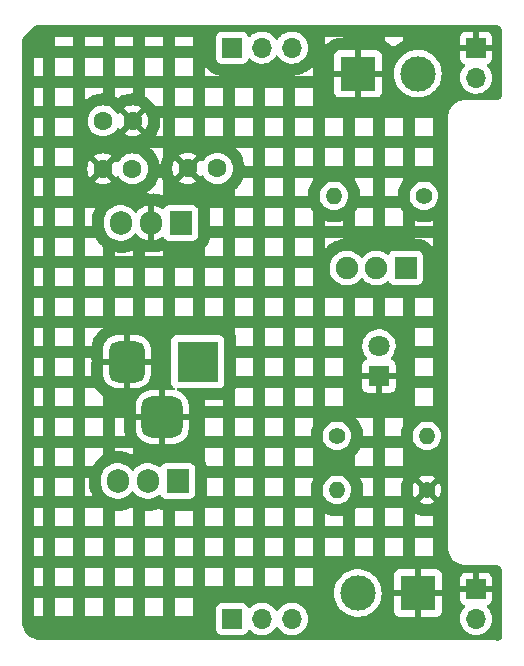
<source format=gbl>
%TF.GenerationSoftware,KiCad,Pcbnew,(6.0.7-1)-1*%
%TF.CreationDate,2022-08-29T03:00:19-07:00*%
%TF.ProjectId,BB_Power_Supply,42425f50-6f77-4657-925f-537570706c79,1*%
%TF.SameCoordinates,Original*%
%TF.FileFunction,Copper,L2,Bot*%
%TF.FilePolarity,Positive*%
%FSLAX46Y46*%
G04 Gerber Fmt 4.6, Leading zero omitted, Abs format (unit mm)*
G04 Created by KiCad (PCBNEW (6.0.7-1)-1) date 2022-08-29 03:00:19*
%MOMM*%
%LPD*%
G01*
G04 APERTURE LIST*
G04 Aperture macros list*
%AMRoundRect*
0 Rectangle with rounded corners*
0 $1 Rounding radius*
0 $2 $3 $4 $5 $6 $7 $8 $9 X,Y pos of 4 corners*
0 Add a 4 corners polygon primitive as box body*
4,1,4,$2,$3,$4,$5,$6,$7,$8,$9,$2,$3,0*
0 Add four circle primitives for the rounded corners*
1,1,$1+$1,$2,$3*
1,1,$1+$1,$4,$5*
1,1,$1+$1,$6,$7*
1,1,$1+$1,$8,$9*
0 Add four rect primitives between the rounded corners*
20,1,$1+$1,$2,$3,$4,$5,0*
20,1,$1+$1,$4,$5,$6,$7,0*
20,1,$1+$1,$6,$7,$8,$9,0*
20,1,$1+$1,$8,$9,$2,$3,0*%
G04 Aperture macros list end*
%TA.AperFunction,ComponentPad*%
%ADD10R,3.500000X3.500000*%
%TD*%
%TA.AperFunction,ComponentPad*%
%ADD11RoundRect,0.750000X-0.750000X-1.000000X0.750000X-1.000000X0.750000X1.000000X-0.750000X1.000000X0*%
%TD*%
%TA.AperFunction,ComponentPad*%
%ADD12RoundRect,0.875000X-0.875000X-0.875000X0.875000X-0.875000X0.875000X0.875000X-0.875000X0.875000X0*%
%TD*%
%TA.AperFunction,ComponentPad*%
%ADD13C,1.600000*%
%TD*%
%TA.AperFunction,ComponentPad*%
%ADD14R,1.900000X1.900000*%
%TD*%
%TA.AperFunction,ComponentPad*%
%ADD15C,1.900000*%
%TD*%
%TA.AperFunction,ComponentPad*%
%ADD16C,1.400000*%
%TD*%
%TA.AperFunction,ComponentPad*%
%ADD17O,1.400000X1.400000*%
%TD*%
%TA.AperFunction,ComponentPad*%
%ADD18R,1.905000X2.000000*%
%TD*%
%TA.AperFunction,ComponentPad*%
%ADD19O,1.905000X2.000000*%
%TD*%
%TA.AperFunction,ComponentPad*%
%ADD20R,1.700000X1.700000*%
%TD*%
%TA.AperFunction,ComponentPad*%
%ADD21O,1.700000X1.700000*%
%TD*%
%TA.AperFunction,ComponentPad*%
%ADD22C,1.800000*%
%TD*%
%TA.AperFunction,ComponentPad*%
%ADD23R,1.800000X1.800000*%
%TD*%
%TA.AperFunction,ComponentPad*%
%ADD24C,3.000000*%
%TD*%
%TA.AperFunction,ComponentPad*%
%ADD25R,3.000000X3.000000*%
%TD*%
G04 APERTURE END LIST*
D10*
%TO.P,J1,1*%
%TO.N,/POWER_IN*%
X136098800Y-94444900D03*
D11*
%TO.P,J1,2*%
%TO.N,GND*%
X130098800Y-94444900D03*
D12*
%TO.P,J1,3*%
X133098800Y-99144900D03*
%TD*%
D13*
%TO.P,C1,1*%
%TO.N,/3.3V*%
X128086800Y-74066400D03*
%TO.P,C1,2*%
%TO.N,GND*%
X130586800Y-74066400D03*
%TD*%
D14*
%TO.P,S1,1*%
%TO.N,/12V*%
X153720800Y-86512400D03*
D15*
%TO.P,S1,2*%
%TO.N,/POWER_IN*%
X151220800Y-86512400D03*
%TO.P,S1,3*%
%TO.N,unconnected-(S1-Pad3)*%
X148720800Y-86512400D03*
%TD*%
D16*
%TO.P,R3,1*%
%TO.N,GND*%
X155498800Y-105308400D03*
D17*
%TO.P,R3,2*%
%TO.N,Net-(R2-Pad1)*%
X147878800Y-105308400D03*
%TD*%
D18*
%TO.P,U2,1,VI*%
%TO.N,/12V*%
X134670800Y-82702400D03*
D19*
%TO.P,U2,2,GND*%
%TO.N,GND*%
X132130800Y-82702400D03*
%TO.P,U2,3,VO*%
%TO.N,/5V*%
X129590800Y-82702400D03*
%TD*%
D16*
%TO.P,R1,1*%
%TO.N,Net-(D1-Pad2)*%
X155244800Y-80416400D03*
D17*
%TO.P,R1,2*%
%TO.N,/12V*%
X147624800Y-80416400D03*
%TD*%
D20*
%TO.P,J5,1,Pin_1*%
%TO.N,/3.3V*%
X138988800Y-67861400D03*
D21*
%TO.P,J5,2,Pin_2*%
%TO.N,/POWER_OUT_TOP*%
X141528800Y-67861400D03*
%TO.P,J5,3,Pin_3*%
%TO.N,/5V*%
X144068800Y-67861400D03*
%TD*%
D13*
%TO.P,C2,1*%
%TO.N,/12V*%
X137749600Y-78079600D03*
%TO.P,C2,2*%
%TO.N,GND*%
X135249600Y-78079600D03*
%TD*%
D19*
%TO.P,U1,3,VI*%
%TO.N,/12V*%
X129336800Y-104546400D03*
%TO.P,U1,2,VO*%
%TO.N,/3.3V*%
X131876800Y-104546400D03*
D18*
%TO.P,U1,1,ADJ*%
%TO.N,Net-(R2-Pad1)*%
X134416800Y-104546400D03*
%TD*%
D22*
%TO.P,D1,2,A*%
%TO.N,Net-(D1-Pad2)*%
X151434800Y-93121400D03*
D23*
%TO.P,D1,1,K*%
%TO.N,GND*%
X151434800Y-95661400D03*
%TD*%
D20*
%TO.P,J2,1,Pin_1*%
%TO.N,/3.3V*%
X138988800Y-116238000D03*
D21*
%TO.P,J2,2,Pin_2*%
%TO.N,/POWER_OUT_BOTTOM*%
X141528800Y-116238000D03*
%TO.P,J2,3,Pin_3*%
%TO.N,/5V*%
X144068800Y-116238000D03*
%TD*%
D16*
%TO.P,R2,1*%
%TO.N,Net-(R2-Pad1)*%
X147878800Y-100736400D03*
D17*
%TO.P,R2,2*%
%TO.N,/3.3V*%
X155498800Y-100736400D03*
%TD*%
D21*
%TO.P,J3,2,Pin_2*%
%TO.N,/POWER_OUT_BOTTOM*%
X159652800Y-116228000D03*
D20*
%TO.P,J3,1,Pin_1*%
%TO.N,GND*%
X159652800Y-113688000D03*
%TD*%
%TO.P,J6,1,Pin_1*%
%TO.N,GND*%
X159652800Y-67863800D03*
D21*
%TO.P,J6,2,Pin_2*%
%TO.N,/POWER_OUT_TOP*%
X159652800Y-70403800D03*
%TD*%
D24*
%TO.P,J7,2,Pin_2*%
%TO.N,/POWER_OUT_TOP*%
X154736800Y-70061400D03*
D25*
%TO.P,J7,1,Pin_1*%
%TO.N,GND*%
X149656800Y-70061400D03*
%TD*%
D24*
%TO.P,J4,2,Pin_2*%
%TO.N,/POWER_OUT_BOTTOM*%
X149656800Y-114038000D03*
D25*
%TO.P,J4,1,Pin_1*%
%TO.N,GND*%
X154736800Y-114038000D03*
%TD*%
D13*
%TO.P,C3,1*%
%TO.N,/5V*%
X130566800Y-78130400D03*
%TO.P,C3,2*%
%TO.N,GND*%
X128066800Y-78130400D03*
%TD*%
%TA.AperFunction,Conductor*%
%TO.N,GND*%
G36*
X161310818Y-65940400D02*
G01*
X161325652Y-65942710D01*
X161325655Y-65942710D01*
X161334524Y-65944091D01*
X161343426Y-65942927D01*
X161343550Y-65942911D01*
X161373992Y-65942640D01*
X161405812Y-65946225D01*
X161439625Y-65950035D01*
X161467127Y-65956312D01*
X161547598Y-65984470D01*
X161573014Y-65996710D01*
X161603399Y-66015802D01*
X161645204Y-66042070D01*
X161667262Y-66059662D01*
X161727538Y-66119938D01*
X161745130Y-66141996D01*
X161790490Y-66214185D01*
X161802730Y-66239602D01*
X161830888Y-66320073D01*
X161837165Y-66347576D01*
X161843818Y-66406626D01*
X161843723Y-66422268D01*
X161844600Y-66422279D01*
X161844490Y-66431251D01*
X161843109Y-66440124D01*
X161844273Y-66449026D01*
X161844273Y-66449028D01*
X161847236Y-66471683D01*
X161848300Y-66488021D01*
X161848300Y-71758000D01*
X161848002Y-71766655D01*
X161844458Y-71818129D01*
X161846381Y-71826903D01*
X161847040Y-71835851D01*
X161846978Y-71835856D01*
X161848876Y-71857243D01*
X161846638Y-71914995D01*
X161841559Y-71945851D01*
X161820179Y-72018126D01*
X161807657Y-72046776D01*
X161772011Y-72106716D01*
X161769133Y-72111556D01*
X161749931Y-72136247D01*
X161696647Y-72189531D01*
X161671959Y-72208731D01*
X161607176Y-72247257D01*
X161578526Y-72259779D01*
X161506250Y-72281159D01*
X161475394Y-72286239D01*
X161422243Y-72288298D01*
X161405047Y-72287788D01*
X161399751Y-72287268D01*
X161391034Y-72285133D01*
X161331691Y-72287764D01*
X161331416Y-72287776D01*
X161325836Y-72287900D01*
X158854050Y-72287900D01*
X158833145Y-72286154D01*
X158818144Y-72283630D01*
X158818141Y-72283630D01*
X158813352Y-72282824D01*
X158807113Y-72282748D01*
X158805660Y-72282730D01*
X158805657Y-72282730D01*
X158800800Y-72282671D01*
X158795982Y-72283361D01*
X158786603Y-72284704D01*
X158777730Y-72285656D01*
X158704705Y-72290879D01*
X158583287Y-72299563D01*
X158578883Y-72300521D01*
X158374609Y-72344958D01*
X158374605Y-72344959D01*
X158370202Y-72345917D01*
X158365985Y-72347490D01*
X158365981Y-72347491D01*
X158246916Y-72391900D01*
X158165882Y-72422124D01*
X157974488Y-72526633D01*
X157799915Y-72657317D01*
X157645717Y-72811515D01*
X157515033Y-72986088D01*
X157410524Y-73177482D01*
X157408953Y-73181694D01*
X157344255Y-73355158D01*
X157334317Y-73381802D01*
X157333359Y-73386205D01*
X157333358Y-73386209D01*
X157329185Y-73405394D01*
X157287963Y-73594887D01*
X157285978Y-73622639D01*
X157274711Y-73780164D01*
X157273533Y-73790553D01*
X157271109Y-73806124D01*
X157272273Y-73815026D01*
X157272273Y-73815028D01*
X157275236Y-73837683D01*
X157276300Y-73854021D01*
X157276300Y-110085033D01*
X157274800Y-110104418D01*
X157272490Y-110119251D01*
X157272490Y-110119255D01*
X157271109Y-110128124D01*
X157272273Y-110137026D01*
X157272273Y-110137029D01*
X157272501Y-110138769D01*
X157273244Y-110146117D01*
X157287963Y-110351913D01*
X157334317Y-110564998D01*
X157335890Y-110569215D01*
X157335891Y-110569219D01*
X157362245Y-110639877D01*
X157410524Y-110769318D01*
X157515033Y-110960712D01*
X157645717Y-111135285D01*
X157799915Y-111289483D01*
X157974488Y-111420167D01*
X158165882Y-111524676D01*
X158170094Y-111526247D01*
X158365981Y-111599309D01*
X158365985Y-111599310D01*
X158370202Y-111600883D01*
X158374605Y-111601841D01*
X158374609Y-111601842D01*
X158578883Y-111646279D01*
X158583287Y-111647237D01*
X158695069Y-111655232D01*
X158760759Y-111659930D01*
X158772657Y-111661353D01*
X158788248Y-111663976D01*
X158794791Y-111664056D01*
X158795940Y-111664070D01*
X158795943Y-111664070D01*
X158800800Y-111664129D01*
X158828424Y-111660173D01*
X158846286Y-111658900D01*
X161291433Y-111658900D01*
X161310818Y-111660400D01*
X161325652Y-111662710D01*
X161325655Y-111662710D01*
X161334524Y-111664091D01*
X161343426Y-111662927D01*
X161343550Y-111662911D01*
X161373992Y-111662640D01*
X161387208Y-111664129D01*
X161439625Y-111670035D01*
X161467127Y-111676312D01*
X161547598Y-111704470D01*
X161573015Y-111716710D01*
X161645204Y-111762070D01*
X161667262Y-111779662D01*
X161727538Y-111839938D01*
X161745130Y-111861996D01*
X161790490Y-111934185D01*
X161802730Y-111959602D01*
X161830888Y-112040073D01*
X161837165Y-112067576D01*
X161843818Y-112126626D01*
X161843723Y-112142268D01*
X161844600Y-112142279D01*
X161844491Y-112151249D01*
X161843109Y-112160124D01*
X161847371Y-112192714D01*
X161848433Y-112208633D01*
X161852353Y-113429525D01*
X161865818Y-117623222D01*
X161865522Y-117632277D01*
X161862050Y-117682735D01*
X161863971Y-117691499D01*
X161864631Y-117700457D01*
X161864390Y-117700475D01*
X161866199Y-117721839D01*
X161864381Y-117760648D01*
X161864131Y-117765977D01*
X161858186Y-117798756D01*
X161839549Y-117856541D01*
X161825225Y-117886612D01*
X161792097Y-117937494D01*
X161770392Y-117962762D01*
X161725085Y-118003186D01*
X161697519Y-118021880D01*
X161643198Y-118049021D01*
X161611700Y-118059837D01*
X161589376Y-118064321D01*
X161552172Y-118071793D01*
X161518933Y-118073978D01*
X161493706Y-118072286D01*
X161478353Y-118071257D01*
X161460302Y-118068725D01*
X161457188Y-118068056D01*
X161448768Y-118064944D01*
X161419488Y-118062906D01*
X161403421Y-118061787D01*
X161392627Y-118060566D01*
X161392548Y-118060554D01*
X161381083Y-118058753D01*
X161363712Y-118058730D01*
X161355144Y-118058426D01*
X161337225Y-118057179D01*
X161312419Y-118055452D01*
X161312416Y-118055452D01*
X161303462Y-118054829D01*
X161294690Y-118056745D01*
X161285741Y-118057397D01*
X161285725Y-118057179D01*
X161272385Y-118058610D01*
X122782412Y-118007965D01*
X122763194Y-118006464D01*
X122747953Y-118004090D01*
X122747944Y-118004090D01*
X122739076Y-118002709D01*
X122723819Y-118004704D01*
X122698498Y-118005447D01*
X122550171Y-117994838D01*
X122524974Y-117993036D01*
X122507180Y-117990478D01*
X122312380Y-117948102D01*
X122295139Y-117943040D01*
X122108345Y-117873368D01*
X122092010Y-117865907D01*
X121917042Y-117770367D01*
X121901918Y-117760648D01*
X121803841Y-117687228D01*
X121790255Y-117675455D01*
X121541745Y-117426945D01*
X121529972Y-117413359D01*
X121456552Y-117315282D01*
X121446833Y-117300158D01*
X121357269Y-117136134D01*
X137630300Y-117136134D01*
X137637055Y-117198316D01*
X137688185Y-117334705D01*
X137775539Y-117451261D01*
X137892095Y-117538615D01*
X138028484Y-117589745D01*
X138090666Y-117596500D01*
X139886934Y-117596500D01*
X139949116Y-117589745D01*
X140085505Y-117538615D01*
X140202061Y-117451261D01*
X140289415Y-117334705D01*
X140315348Y-117265529D01*
X140333398Y-117217382D01*
X140376040Y-117160618D01*
X140442602Y-117135918D01*
X140511950Y-117151126D01*
X140546617Y-117179114D01*
X140575050Y-117211938D01*
X140746926Y-117354632D01*
X140939800Y-117467338D01*
X141148492Y-117547030D01*
X141153560Y-117548061D01*
X141153563Y-117548062D01*
X141218965Y-117561368D01*
X141367397Y-117591567D01*
X141372572Y-117591757D01*
X141372574Y-117591757D01*
X141585473Y-117599564D01*
X141585477Y-117599564D01*
X141590637Y-117599753D01*
X141595757Y-117599097D01*
X141595759Y-117599097D01*
X141807088Y-117572025D01*
X141807089Y-117572025D01*
X141812216Y-117571368D01*
X141843358Y-117562025D01*
X142021229Y-117508661D01*
X142021234Y-117508659D01*
X142026184Y-117507174D01*
X142226794Y-117408896D01*
X142408660Y-117279173D01*
X142566896Y-117121489D01*
X142571461Y-117115137D01*
X142697253Y-116940077D01*
X142698576Y-116941028D01*
X142745445Y-116897857D01*
X142815380Y-116885625D01*
X142880826Y-116913144D01*
X142908675Y-116944994D01*
X142968787Y-117043088D01*
X143115050Y-117211938D01*
X143286926Y-117354632D01*
X143479800Y-117467338D01*
X143688492Y-117547030D01*
X143693560Y-117548061D01*
X143693563Y-117548062D01*
X143758965Y-117561368D01*
X143907397Y-117591567D01*
X143912572Y-117591757D01*
X143912574Y-117591757D01*
X144125473Y-117599564D01*
X144125477Y-117599564D01*
X144130637Y-117599753D01*
X144135757Y-117599097D01*
X144135759Y-117599097D01*
X144347088Y-117572025D01*
X144347089Y-117572025D01*
X144352216Y-117571368D01*
X144383358Y-117562025D01*
X144561229Y-117508661D01*
X144561234Y-117508659D01*
X144566184Y-117507174D01*
X144766794Y-117408896D01*
X144948660Y-117279173D01*
X145106896Y-117121489D01*
X145111461Y-117115137D01*
X145234235Y-116944277D01*
X145237253Y-116940077D01*
X145242196Y-116930077D01*
X145333936Y-116744453D01*
X145333937Y-116744451D01*
X145336230Y-116739811D01*
X145401170Y-116526069D01*
X145430329Y-116304590D01*
X145431956Y-116238000D01*
X145428396Y-116194695D01*
X158290051Y-116194695D01*
X158290348Y-116199848D01*
X158290348Y-116199851D01*
X158295811Y-116294590D01*
X158302910Y-116417715D01*
X158304047Y-116422761D01*
X158304048Y-116422767D01*
X158323919Y-116510939D01*
X158352022Y-116635639D01*
X158436066Y-116842616D01*
X158552787Y-117033088D01*
X158699050Y-117201938D01*
X158870926Y-117344632D01*
X159063800Y-117457338D01*
X159068625Y-117459180D01*
X159068626Y-117459181D01*
X159128593Y-117482080D01*
X159272492Y-117537030D01*
X159277560Y-117538061D01*
X159277563Y-117538062D01*
X159384817Y-117559883D01*
X159491397Y-117581567D01*
X159496572Y-117581757D01*
X159496574Y-117581757D01*
X159709473Y-117589564D01*
X159709477Y-117589564D01*
X159714637Y-117589753D01*
X159719757Y-117589097D01*
X159719759Y-117589097D01*
X159931088Y-117562025D01*
X159931089Y-117562025D01*
X159936216Y-117561368D01*
X159984007Y-117547030D01*
X160145229Y-117498661D01*
X160145234Y-117498659D01*
X160150184Y-117497174D01*
X160350794Y-117398896D01*
X160532660Y-117269173D01*
X160690896Y-117111489D01*
X160750394Y-117028689D01*
X160818235Y-116934277D01*
X160821253Y-116930077D01*
X160825211Y-116922070D01*
X160917936Y-116734453D01*
X160917937Y-116734451D01*
X160920230Y-116729811D01*
X160985170Y-116516069D01*
X161014329Y-116294590D01*
X161014411Y-116291240D01*
X161015874Y-116231365D01*
X161015874Y-116231361D01*
X161015956Y-116228000D01*
X160997652Y-116005361D01*
X160943231Y-115788702D01*
X160854154Y-115583840D01*
X160742091Y-115410617D01*
X160735622Y-115400617D01*
X160735620Y-115400614D01*
X160732814Y-115396277D01*
X160729340Y-115392459D01*
X160729333Y-115392450D01*
X160585235Y-115234088D01*
X160554183Y-115170242D01*
X160562579Y-115099744D01*
X160607756Y-115044976D01*
X160634200Y-115031307D01*
X160740852Y-114991325D01*
X160756449Y-114982786D01*
X160858524Y-114906285D01*
X160871085Y-114893724D01*
X160947586Y-114791649D01*
X160956124Y-114776054D01*
X161001278Y-114655606D01*
X161004905Y-114640351D01*
X161010431Y-114589486D01*
X161010800Y-114582672D01*
X161010800Y-113960115D01*
X161006325Y-113944876D01*
X161004935Y-113943671D01*
X160997252Y-113942000D01*
X158312916Y-113942000D01*
X158297677Y-113946475D01*
X158296472Y-113947865D01*
X158294801Y-113955548D01*
X158294801Y-114582669D01*
X158295171Y-114589490D01*
X158300695Y-114640352D01*
X158304321Y-114655604D01*
X158349476Y-114776054D01*
X158358014Y-114791649D01*
X158434515Y-114893724D01*
X158447076Y-114906285D01*
X158549151Y-114982786D01*
X158564746Y-114991324D01*
X158673627Y-115032142D01*
X158730391Y-115074784D01*
X158755091Y-115141345D01*
X158739883Y-115210694D01*
X158720491Y-115237175D01*
X158621743Y-115340509D01*
X158593429Y-115370138D01*
X158467543Y-115554680D01*
X158449366Y-115593840D01*
X158377155Y-115749406D01*
X158373488Y-115757305D01*
X158313789Y-115972570D01*
X158290051Y-116194695D01*
X145428396Y-116194695D01*
X145413652Y-116015361D01*
X145359231Y-115798702D01*
X145270154Y-115593840D01*
X145148814Y-115406277D01*
X144998470Y-115241051D01*
X144994419Y-115237852D01*
X144994415Y-115237848D01*
X144827214Y-115105800D01*
X144827210Y-115105798D01*
X144823159Y-115102598D01*
X144627589Y-114994638D01*
X144622720Y-114992914D01*
X144622716Y-114992912D01*
X144421887Y-114921795D01*
X144421883Y-114921794D01*
X144417012Y-114920069D01*
X144411919Y-114919162D01*
X144411916Y-114919161D01*
X144202173Y-114881800D01*
X144202167Y-114881799D01*
X144197084Y-114880894D01*
X144123252Y-114879992D01*
X143978881Y-114878228D01*
X143978879Y-114878228D01*
X143973711Y-114878165D01*
X143752891Y-114911955D01*
X143540556Y-114981357D01*
X143510243Y-114997137D01*
X143361085Y-115074784D01*
X143342407Y-115084507D01*
X143338274Y-115087610D01*
X143338271Y-115087612D01*
X143174341Y-115210694D01*
X143163765Y-115218635D01*
X143160193Y-115222373D01*
X143052529Y-115335037D01*
X143009429Y-115380138D01*
X142902001Y-115537621D01*
X142847093Y-115582621D01*
X142776568Y-115590792D01*
X142712821Y-115559538D01*
X142692124Y-115535054D01*
X142611622Y-115410617D01*
X142611620Y-115410614D01*
X142608814Y-115406277D01*
X142458470Y-115241051D01*
X142454419Y-115237852D01*
X142454415Y-115237848D01*
X142287214Y-115105800D01*
X142287210Y-115105798D01*
X142283159Y-115102598D01*
X142087589Y-114994638D01*
X142082720Y-114992914D01*
X142082716Y-114992912D01*
X141881887Y-114921795D01*
X141881883Y-114921794D01*
X141877012Y-114920069D01*
X141871919Y-114919162D01*
X141871916Y-114919161D01*
X141662173Y-114881800D01*
X141662167Y-114881799D01*
X141657084Y-114880894D01*
X141583252Y-114879992D01*
X141438881Y-114878228D01*
X141438879Y-114878228D01*
X141433711Y-114878165D01*
X141212891Y-114911955D01*
X141000556Y-114981357D01*
X140970243Y-114997137D01*
X140821085Y-115074784D01*
X140802407Y-115084507D01*
X140798274Y-115087610D01*
X140798271Y-115087612D01*
X140634341Y-115210694D01*
X140623765Y-115218635D01*
X140567337Y-115277684D01*
X140543083Y-115303064D01*
X140481559Y-115338494D01*
X140410646Y-115335037D01*
X140352860Y-115293791D01*
X140334007Y-115260243D01*
X140292567Y-115149703D01*
X140289415Y-115141295D01*
X140202061Y-115024739D01*
X140085505Y-114937385D01*
X139949116Y-114886255D01*
X139886934Y-114879500D01*
X138090666Y-114879500D01*
X138028484Y-114886255D01*
X137892095Y-114937385D01*
X137775539Y-115024739D01*
X137688185Y-115141295D01*
X137637055Y-115277684D01*
X137630300Y-115339866D01*
X137630300Y-117136134D01*
X121357269Y-117136134D01*
X121351293Y-117125190D01*
X121343832Y-117108855D01*
X121274160Y-116922061D01*
X121269098Y-116904820D01*
X121226722Y-116710020D01*
X121224164Y-116692226D01*
X121212519Y-116529412D01*
X121213606Y-116506645D01*
X121213134Y-116506603D01*
X121213570Y-116501745D01*
X121214376Y-116496952D01*
X121214529Y-116484400D01*
X121210573Y-116456776D01*
X121209300Y-116438914D01*
X121209300Y-115976900D01*
X122223300Y-115976900D01*
X122987300Y-115976900D01*
X124001300Y-115976900D01*
X125527300Y-115976900D01*
X126541300Y-115976900D01*
X128067300Y-115976900D01*
X129081300Y-115976900D01*
X130607300Y-115976900D01*
X131621300Y-115976900D01*
X133147300Y-115976900D01*
X134161300Y-115976900D01*
X135687300Y-115976900D01*
X135687300Y-114450900D01*
X134161300Y-114450900D01*
X134161300Y-115976900D01*
X133147300Y-115976900D01*
X133147300Y-114450900D01*
X131621300Y-114450900D01*
X131621300Y-115976900D01*
X130607300Y-115976900D01*
X130607300Y-114450900D01*
X129081300Y-114450900D01*
X129081300Y-115976900D01*
X128067300Y-115976900D01*
X128067300Y-114450900D01*
X126541300Y-114450900D01*
X126541300Y-115976900D01*
X125527300Y-115976900D01*
X125527300Y-114450900D01*
X124001300Y-114450900D01*
X124001300Y-115976900D01*
X122987300Y-115976900D01*
X122987300Y-114450900D01*
X122223300Y-114450900D01*
X122223300Y-115976900D01*
X121209300Y-115976900D01*
X121209300Y-114016918D01*
X147643717Y-114016918D01*
X147659482Y-114290320D01*
X147660307Y-114294525D01*
X147660308Y-114294533D01*
X147670927Y-114348657D01*
X147712205Y-114559053D01*
X147713592Y-114563103D01*
X147713593Y-114563108D01*
X147799523Y-114814088D01*
X147800912Y-114818144D01*
X147848094Y-114911955D01*
X147902112Y-115019358D01*
X147923960Y-115062799D01*
X147926386Y-115066328D01*
X147926389Y-115066334D01*
X148059660Y-115260243D01*
X148079074Y-115288490D01*
X148081961Y-115291663D01*
X148081962Y-115291664D01*
X148157256Y-115374411D01*
X148263382Y-115491043D01*
X148473475Y-115666707D01*
X148477116Y-115668991D01*
X148701824Y-115809951D01*
X148701828Y-115809953D01*
X148705464Y-115812234D01*
X148773344Y-115842883D01*
X148951145Y-115923164D01*
X148951149Y-115923166D01*
X148955057Y-115924930D01*
X148959177Y-115926150D01*
X148959176Y-115926150D01*
X149213523Y-116001491D01*
X149213527Y-116001492D01*
X149217636Y-116002709D01*
X149221870Y-116003357D01*
X149221875Y-116003358D01*
X149484098Y-116043483D01*
X149484100Y-116043483D01*
X149488340Y-116044132D01*
X149627712Y-116046322D01*
X149757871Y-116048367D01*
X149757877Y-116048367D01*
X149762162Y-116048434D01*
X150034035Y-116015534D01*
X150298927Y-115946041D01*
X150302887Y-115944401D01*
X150302892Y-115944399D01*
X150425432Y-115893641D01*
X150551936Y-115841241D01*
X150788382Y-115703073D01*
X150941939Y-115582669D01*
X152728801Y-115582669D01*
X152729171Y-115589490D01*
X152734695Y-115640352D01*
X152738321Y-115655604D01*
X152783476Y-115776054D01*
X152792014Y-115791649D01*
X152868515Y-115893724D01*
X152881076Y-115906285D01*
X152983151Y-115982786D01*
X152998746Y-115991324D01*
X153119194Y-116036478D01*
X153134449Y-116040105D01*
X153185314Y-116045631D01*
X153192128Y-116046000D01*
X154464685Y-116046000D01*
X154479924Y-116041525D01*
X154481129Y-116040135D01*
X154482800Y-116032452D01*
X154482800Y-116027884D01*
X154990800Y-116027884D01*
X154995275Y-116043123D01*
X154996665Y-116044328D01*
X155004348Y-116045999D01*
X156281469Y-116045999D01*
X156288290Y-116045629D01*
X156339152Y-116040105D01*
X156354404Y-116036479D01*
X156474854Y-115991324D01*
X156490449Y-115982786D01*
X156592524Y-115906285D01*
X156605085Y-115893724D01*
X156681586Y-115791649D01*
X156690124Y-115776054D01*
X156735278Y-115655606D01*
X156738905Y-115640351D01*
X156744431Y-115589486D01*
X156744800Y-115582672D01*
X156744800Y-114310115D01*
X156740325Y-114294876D01*
X156738935Y-114293671D01*
X156731252Y-114292000D01*
X155008915Y-114292000D01*
X154993676Y-114296475D01*
X154992471Y-114297865D01*
X154990800Y-114305548D01*
X154990800Y-116027884D01*
X154482800Y-116027884D01*
X154482800Y-114310115D01*
X154478325Y-114294876D01*
X154476935Y-114293671D01*
X154469252Y-114292000D01*
X152746916Y-114292000D01*
X152731677Y-114296475D01*
X152730472Y-114297865D01*
X152728801Y-114305548D01*
X152728801Y-115582669D01*
X150941939Y-115582669D01*
X151003889Y-115534094D01*
X151045609Y-115491043D01*
X151191486Y-115340509D01*
X151194469Y-115337431D01*
X151197002Y-115333983D01*
X151197006Y-115333978D01*
X151354057Y-115120178D01*
X151356595Y-115116723D01*
X151379366Y-115074784D01*
X151485218Y-114879830D01*
X151485219Y-114879828D01*
X151487268Y-114876054D01*
X151584069Y-114619877D01*
X151645207Y-114352933D01*
X151649029Y-114310115D01*
X151669331Y-114082627D01*
X151669331Y-114082625D01*
X151669551Y-114080161D01*
X151669993Y-114038000D01*
X151668265Y-114012648D01*
X151651659Y-113769055D01*
X151651658Y-113769049D01*
X151651442Y-113765885D01*
X152728800Y-113765885D01*
X152733275Y-113781124D01*
X152734665Y-113782329D01*
X152742348Y-113784000D01*
X154464685Y-113784000D01*
X154479924Y-113779525D01*
X154481129Y-113778135D01*
X154482800Y-113770452D01*
X154482800Y-113765885D01*
X154990800Y-113765885D01*
X154995275Y-113781124D01*
X154996665Y-113782329D01*
X155004348Y-113784000D01*
X156726684Y-113784000D01*
X156741923Y-113779525D01*
X156743128Y-113778135D01*
X156744799Y-113770452D01*
X156744799Y-113415885D01*
X158294800Y-113415885D01*
X158299275Y-113431124D01*
X158300665Y-113432329D01*
X158308348Y-113434000D01*
X159380685Y-113434000D01*
X159395924Y-113429525D01*
X159397129Y-113428135D01*
X159398800Y-113420452D01*
X159398800Y-113415885D01*
X159906800Y-113415885D01*
X159911275Y-113431124D01*
X159912665Y-113432329D01*
X159920348Y-113434000D01*
X160992684Y-113434000D01*
X161007923Y-113429525D01*
X161009128Y-113428135D01*
X161010799Y-113420452D01*
X161010799Y-112793331D01*
X161010429Y-112786510D01*
X161004905Y-112735648D01*
X161001279Y-112720396D01*
X160956124Y-112599946D01*
X160947586Y-112584351D01*
X160871085Y-112482276D01*
X160858524Y-112469715D01*
X160756449Y-112393214D01*
X160740854Y-112384676D01*
X160620406Y-112339522D01*
X160605151Y-112335895D01*
X160554286Y-112330369D01*
X160547472Y-112330000D01*
X159924915Y-112330000D01*
X159909676Y-112334475D01*
X159908471Y-112335865D01*
X159906800Y-112343548D01*
X159906800Y-113415885D01*
X159398800Y-113415885D01*
X159398800Y-112348116D01*
X159394325Y-112332877D01*
X159392935Y-112331672D01*
X159385252Y-112330001D01*
X158758131Y-112330001D01*
X158751310Y-112330371D01*
X158700448Y-112335895D01*
X158685196Y-112339521D01*
X158564746Y-112384676D01*
X158549151Y-112393214D01*
X158447076Y-112469715D01*
X158434515Y-112482276D01*
X158358014Y-112584351D01*
X158349476Y-112599946D01*
X158304322Y-112720394D01*
X158300695Y-112735649D01*
X158295169Y-112786514D01*
X158294800Y-112793328D01*
X158294800Y-113415885D01*
X156744799Y-113415885D01*
X156744799Y-112493331D01*
X156744429Y-112486510D01*
X156738905Y-112435648D01*
X156735279Y-112420396D01*
X156690124Y-112299946D01*
X156681586Y-112284351D01*
X156605085Y-112182276D01*
X156592524Y-112169715D01*
X156490449Y-112093214D01*
X156474854Y-112084676D01*
X156354406Y-112039522D01*
X156339151Y-112035895D01*
X156288286Y-112030369D01*
X156281472Y-112030000D01*
X155008915Y-112030000D01*
X154993676Y-112034475D01*
X154992471Y-112035865D01*
X154990800Y-112043548D01*
X154990800Y-113765885D01*
X154482800Y-113765885D01*
X154482800Y-112048116D01*
X154478325Y-112032877D01*
X154476935Y-112031672D01*
X154469252Y-112030001D01*
X153192131Y-112030001D01*
X153185310Y-112030371D01*
X153134448Y-112035895D01*
X153119196Y-112039521D01*
X152998746Y-112084676D01*
X152983151Y-112093214D01*
X152881076Y-112169715D01*
X152868515Y-112182276D01*
X152792014Y-112284351D01*
X152783476Y-112299946D01*
X152738322Y-112420394D01*
X152734695Y-112435649D01*
X152729169Y-112486514D01*
X152728800Y-112493328D01*
X152728800Y-113765885D01*
X151651442Y-113765885D01*
X151651367Y-113764778D01*
X151595832Y-113496612D01*
X151504417Y-113238465D01*
X151378813Y-112995112D01*
X151368840Y-112980921D01*
X151232208Y-112786514D01*
X151221345Y-112771057D01*
X151062339Y-112599946D01*
X151037846Y-112573588D01*
X151037843Y-112573585D01*
X151034925Y-112570445D01*
X151031610Y-112567731D01*
X151031606Y-112567728D01*
X150826323Y-112399706D01*
X150823005Y-112396990D01*
X150589504Y-112253901D01*
X150585568Y-112252173D01*
X150342673Y-112145549D01*
X150342669Y-112145548D01*
X150338745Y-112143825D01*
X150075366Y-112068800D01*
X150071124Y-112068196D01*
X150071118Y-112068195D01*
X149844166Y-112035895D01*
X149804243Y-112030213D01*
X149660389Y-112029460D01*
X149534677Y-112028802D01*
X149534671Y-112028802D01*
X149530391Y-112028780D01*
X149526147Y-112029339D01*
X149526143Y-112029339D01*
X149418216Y-112043548D01*
X149258878Y-112064525D01*
X149254738Y-112065658D01*
X149254736Y-112065658D01*
X149185218Y-112084676D01*
X148994728Y-112136788D01*
X148990780Y-112138472D01*
X148746782Y-112242546D01*
X148746778Y-112242548D01*
X148742830Y-112244232D01*
X148722925Y-112256145D01*
X148511525Y-112382664D01*
X148511521Y-112382667D01*
X148507843Y-112384868D01*
X148294118Y-112556094D01*
X148277517Y-112573588D01*
X148123727Y-112735649D01*
X148105608Y-112754742D01*
X147945802Y-112977136D01*
X147817657Y-113219161D01*
X147816185Y-113223184D01*
X147816183Y-113223188D01*
X147740674Y-113429525D01*
X147723543Y-113476337D01*
X147665204Y-113743907D01*
X147643717Y-114016918D01*
X121209300Y-114016918D01*
X121209300Y-113436900D01*
X122223300Y-113436900D01*
X122987300Y-113436900D01*
X124001300Y-113436900D01*
X125527300Y-113436900D01*
X126541300Y-113436900D01*
X128067300Y-113436900D01*
X129081300Y-113436900D01*
X130607300Y-113436900D01*
X131621300Y-113436900D01*
X133147300Y-113436900D01*
X134161300Y-113436900D01*
X135687300Y-113436900D01*
X136701300Y-113436900D01*
X138227300Y-113436900D01*
X139241300Y-113436900D01*
X140767300Y-113436900D01*
X141781300Y-113436900D01*
X143307300Y-113436900D01*
X144321300Y-113436900D01*
X145847300Y-113436900D01*
X145847300Y-111910900D01*
X144321300Y-111910900D01*
X144321300Y-113436900D01*
X143307300Y-113436900D01*
X143307300Y-111910900D01*
X141781300Y-111910900D01*
X141781300Y-113436900D01*
X140767300Y-113436900D01*
X140767300Y-111910900D01*
X139241300Y-111910900D01*
X139241300Y-113436900D01*
X138227300Y-113436900D01*
X138227300Y-111910900D01*
X136701300Y-111910900D01*
X136701300Y-113436900D01*
X135687300Y-113436900D01*
X135687300Y-111910900D01*
X134161300Y-111910900D01*
X134161300Y-113436900D01*
X133147300Y-113436900D01*
X133147300Y-111910900D01*
X131621300Y-111910900D01*
X131621300Y-113436900D01*
X130607300Y-113436900D01*
X130607300Y-111910900D01*
X129081300Y-111910900D01*
X129081300Y-113436900D01*
X128067300Y-113436900D01*
X128067300Y-111910900D01*
X126541300Y-111910900D01*
X126541300Y-113436900D01*
X125527300Y-113436900D01*
X125527300Y-111910900D01*
X124001300Y-111910900D01*
X124001300Y-113436900D01*
X122987300Y-113436900D01*
X122987300Y-111910900D01*
X122223300Y-111910900D01*
X122223300Y-113436900D01*
X121209300Y-113436900D01*
X121209300Y-110896900D01*
X122223300Y-110896900D01*
X122987300Y-110896900D01*
X124001300Y-110896900D01*
X125527300Y-110896900D01*
X126541300Y-110896900D01*
X128067300Y-110896900D01*
X129081300Y-110896900D01*
X130607300Y-110896900D01*
X131621300Y-110896900D01*
X133147300Y-110896900D01*
X134161300Y-110896900D01*
X135687300Y-110896900D01*
X136701300Y-110896900D01*
X138227300Y-110896900D01*
X139241300Y-110896900D01*
X140767300Y-110896900D01*
X141781300Y-110896900D01*
X143307300Y-110896900D01*
X144321300Y-110896900D01*
X145847300Y-110896900D01*
X146861300Y-110896900D01*
X148387300Y-110896900D01*
X149401300Y-110896900D01*
X150927300Y-110896900D01*
X151941300Y-110896900D01*
X153467300Y-110896900D01*
X154481300Y-110896900D01*
X156007300Y-110896900D01*
X156007300Y-109370900D01*
X154481300Y-109370900D01*
X154481300Y-110896900D01*
X153467300Y-110896900D01*
X153467300Y-109370900D01*
X151941300Y-109370900D01*
X151941300Y-110896900D01*
X150927300Y-110896900D01*
X150927300Y-109370900D01*
X149401300Y-109370900D01*
X149401300Y-110896900D01*
X148387300Y-110896900D01*
X148387300Y-109370900D01*
X146861300Y-109370900D01*
X146861300Y-110896900D01*
X145847300Y-110896900D01*
X145847300Y-109370900D01*
X144321300Y-109370900D01*
X144321300Y-110896900D01*
X143307300Y-110896900D01*
X143307300Y-109370900D01*
X141781300Y-109370900D01*
X141781300Y-110896900D01*
X140767300Y-110896900D01*
X140767300Y-109370900D01*
X139241300Y-109370900D01*
X139241300Y-110896900D01*
X138227300Y-110896900D01*
X138227300Y-109370900D01*
X136701300Y-109370900D01*
X136701300Y-110896900D01*
X135687300Y-110896900D01*
X135687300Y-109370900D01*
X134161300Y-109370900D01*
X134161300Y-110896900D01*
X133147300Y-110896900D01*
X133147300Y-109370900D01*
X131621300Y-109370900D01*
X131621300Y-110896900D01*
X130607300Y-110896900D01*
X130607300Y-109370900D01*
X129081300Y-109370900D01*
X129081300Y-110896900D01*
X128067300Y-110896900D01*
X128067300Y-109370900D01*
X126541300Y-109370900D01*
X126541300Y-110896900D01*
X125527300Y-110896900D01*
X125527300Y-109370900D01*
X124001300Y-109370900D01*
X124001300Y-110896900D01*
X122987300Y-110896900D01*
X122987300Y-109370900D01*
X122223300Y-109370900D01*
X122223300Y-110896900D01*
X121209300Y-110896900D01*
X121209300Y-108356900D01*
X122223300Y-108356900D01*
X122987300Y-108356900D01*
X124001300Y-108356900D01*
X125527300Y-108356900D01*
X126541300Y-108356900D01*
X128067300Y-108356900D01*
X129081300Y-108356900D01*
X130607300Y-108356900D01*
X131621300Y-108356900D01*
X133147300Y-108356900D01*
X134161300Y-108356900D01*
X135687300Y-108356900D01*
X136701300Y-108356900D01*
X138227300Y-108356900D01*
X139241300Y-108356900D01*
X140767300Y-108356900D01*
X141781300Y-108356900D01*
X143307300Y-108356900D01*
X144321300Y-108356900D01*
X145847300Y-108356900D01*
X145847300Y-107286189D01*
X146861300Y-107286189D01*
X146861300Y-108356900D01*
X148387300Y-108356900D01*
X149401300Y-108356900D01*
X150927300Y-108356900D01*
X151941300Y-108356900D01*
X153467300Y-108356900D01*
X153467300Y-107285637D01*
X154481300Y-107285637D01*
X154481300Y-108356900D01*
X156007300Y-108356900D01*
X156007300Y-107472533D01*
X155971815Y-107482041D01*
X155966473Y-107483348D01*
X155901566Y-107497737D01*
X155896175Y-107498809D01*
X155874544Y-107502623D01*
X155869111Y-107503459D01*
X155803207Y-107512135D01*
X155797742Y-107512734D01*
X155587174Y-107531156D01*
X155581690Y-107531515D01*
X155515278Y-107534415D01*
X155509781Y-107534535D01*
X155487819Y-107534535D01*
X155482322Y-107534415D01*
X155415910Y-107531515D01*
X155410426Y-107531156D01*
X155199858Y-107512734D01*
X155194393Y-107512135D01*
X155128489Y-107503459D01*
X155123056Y-107502623D01*
X155101425Y-107498809D01*
X155096034Y-107497737D01*
X155031127Y-107483348D01*
X155025785Y-107482041D01*
X154821615Y-107427333D01*
X154816335Y-107425793D01*
X154752916Y-107405795D01*
X154747710Y-107404028D01*
X154727073Y-107396516D01*
X154721952Y-107394525D01*
X154660562Y-107369096D01*
X154655532Y-107366882D01*
X154481300Y-107285637D01*
X153467300Y-107285637D01*
X153467300Y-106830900D01*
X151941300Y-106830900D01*
X151941300Y-108356900D01*
X150927300Y-108356900D01*
X150927300Y-106830900D01*
X149499387Y-106830900D01*
X149401300Y-106928987D01*
X149401300Y-108356900D01*
X148387300Y-108356900D01*
X148387300Y-107473049D01*
X148351897Y-107482535D01*
X148346558Y-107483841D01*
X148281665Y-107498228D01*
X148276274Y-107499301D01*
X148254645Y-107503115D01*
X148249211Y-107503951D01*
X148183297Y-107512629D01*
X148177832Y-107513228D01*
X147967177Y-107531658D01*
X147961692Y-107532017D01*
X147895279Y-107534917D01*
X147889782Y-107535037D01*
X147867818Y-107535037D01*
X147862321Y-107534917D01*
X147795908Y-107532017D01*
X147790423Y-107531658D01*
X147579768Y-107513228D01*
X147574303Y-107512629D01*
X147508389Y-107503951D01*
X147502955Y-107503115D01*
X147481326Y-107499301D01*
X147475935Y-107498228D01*
X147411042Y-107483841D01*
X147405703Y-107482535D01*
X147201448Y-107427805D01*
X147196172Y-107426267D01*
X147132772Y-107406278D01*
X147127564Y-107404510D01*
X147106925Y-107396998D01*
X147101800Y-107395005D01*
X147040385Y-107369565D01*
X147035355Y-107367352D01*
X146861300Y-107286189D01*
X145847300Y-107286189D01*
X145847300Y-106830900D01*
X144321300Y-106830900D01*
X144321300Y-108356900D01*
X143307300Y-108356900D01*
X143307300Y-106830900D01*
X141781300Y-106830900D01*
X141781300Y-108356900D01*
X140767300Y-108356900D01*
X140767300Y-106830900D01*
X139241300Y-106830900D01*
X139241300Y-108356900D01*
X138227300Y-108356900D01*
X138227300Y-106830900D01*
X136701300Y-106830900D01*
X136701300Y-108356900D01*
X135687300Y-108356900D01*
X135687300Y-107039530D01*
X135596936Y-107055117D01*
X135589126Y-107056214D01*
X135526944Y-107062969D01*
X135523552Y-107063291D01*
X135482467Y-107066633D01*
X135479065Y-107066864D01*
X135465457Y-107067601D01*
X135462051Y-107067739D01*
X135420842Y-107068854D01*
X135417434Y-107068900D01*
X134161300Y-107068900D01*
X134161300Y-108356900D01*
X133147300Y-108356900D01*
X133147300Y-107039702D01*
X133142691Y-107038907D01*
X133134963Y-107037324D01*
X133104341Y-107030043D01*
X133096726Y-107027978D01*
X133005510Y-107000155D01*
X132998041Y-106997619D01*
X132861652Y-106946489D01*
X132853380Y-106943047D01*
X132770854Y-106905219D01*
X132764802Y-106907476D01*
X132759925Y-106909182D01*
X132531568Y-106983820D01*
X132526624Y-106985325D01*
X132466476Y-107002288D01*
X132461474Y-107003588D01*
X132441388Y-107008373D01*
X132436337Y-107009467D01*
X132375013Y-107021442D01*
X132369924Y-107022328D01*
X132132443Y-107058668D01*
X132127322Y-107059345D01*
X132065238Y-107066255D01*
X132060093Y-107066721D01*
X132039495Y-107068162D01*
X132034332Y-107068417D01*
X131971845Y-107070218D01*
X131966676Y-107070261D01*
X131726450Y-107067326D01*
X131721282Y-107067156D01*
X131658852Y-107063828D01*
X131653697Y-107063447D01*
X131633140Y-107061503D01*
X131628009Y-107060912D01*
X131621300Y-107059999D01*
X131621300Y-108356900D01*
X130607300Y-108356900D01*
X130607300Y-106830900D01*
X130399789Y-106830900D01*
X130373116Y-106844785D01*
X130368486Y-106847076D01*
X130311919Y-106873635D01*
X130307196Y-106875736D01*
X130288160Y-106883738D01*
X130283356Y-106885642D01*
X130224803Y-106907476D01*
X130219925Y-106909182D01*
X129991568Y-106983820D01*
X129986624Y-106985325D01*
X129926476Y-107002288D01*
X129921474Y-107003588D01*
X129901388Y-107008373D01*
X129896337Y-107009467D01*
X129835013Y-107021442D01*
X129829924Y-107022328D01*
X129592443Y-107058668D01*
X129587322Y-107059345D01*
X129525238Y-107066255D01*
X129520093Y-107066721D01*
X129499495Y-107068162D01*
X129494332Y-107068417D01*
X129431845Y-107070218D01*
X129426676Y-107070261D01*
X129186450Y-107067326D01*
X129181282Y-107067156D01*
X129118852Y-107063828D01*
X129113697Y-107063447D01*
X129093140Y-107061503D01*
X129088009Y-107060912D01*
X129081300Y-107059999D01*
X129081300Y-108356900D01*
X128067300Y-108356900D01*
X128067300Y-106830900D01*
X126541300Y-106830900D01*
X126541300Y-108356900D01*
X125527300Y-108356900D01*
X125527300Y-106830900D01*
X124001300Y-106830900D01*
X124001300Y-108356900D01*
X122987300Y-108356900D01*
X122987300Y-106830900D01*
X122223300Y-106830900D01*
X122223300Y-108356900D01*
X121209300Y-108356900D01*
X121209300Y-105816900D01*
X122223300Y-105816900D01*
X122987300Y-105816900D01*
X124001300Y-105816900D01*
X125527300Y-105816900D01*
X126541300Y-105816900D01*
X127181181Y-105816900D01*
X127158954Y-105779241D01*
X127156420Y-105774739D01*
X127146662Y-105756541D01*
X127144313Y-105751937D01*
X127117061Y-105695690D01*
X127114903Y-105690993D01*
X127019106Y-105470674D01*
X127017144Y-105465894D01*
X126994597Y-105407614D01*
X126992831Y-105402757D01*
X126986177Y-105383211D01*
X126984613Y-105378287D01*
X126966918Y-105318358D01*
X126965556Y-105313373D01*
X126907028Y-105080366D01*
X126905872Y-105075326D01*
X126893143Y-105014123D01*
X126892194Y-105009043D01*
X126888822Y-104988671D01*
X126888084Y-104983559D01*
X126880417Y-104921561D01*
X126879888Y-104916421D01*
X126865210Y-104737886D01*
X126865024Y-104735309D01*
X126863104Y-104704141D01*
X126862972Y-104701564D01*
X126862548Y-104691240D01*
X126862469Y-104688657D01*
X126861827Y-104657389D01*
X126861800Y-104654802D01*
X127875800Y-104654802D01*
X127876012Y-104657375D01*
X127876012Y-104657386D01*
X127882419Y-104735309D01*
X127890478Y-104833337D01*
X127949006Y-105066344D01*
X127965079Y-105103309D01*
X128015829Y-105220026D01*
X128044803Y-105286663D01*
X128112491Y-105391292D01*
X128169555Y-105479499D01*
X128175298Y-105488377D01*
X128336986Y-105666070D01*
X128387387Y-105705874D01*
X128521470Y-105811767D01*
X128521475Y-105811770D01*
X128525524Y-105814968D01*
X128530040Y-105817461D01*
X128530043Y-105817463D01*
X128731326Y-105928577D01*
X128731330Y-105928579D01*
X128735850Y-105931074D01*
X128740719Y-105932798D01*
X128740723Y-105932800D01*
X128957440Y-106009544D01*
X128957444Y-106009545D01*
X128962315Y-106011270D01*
X128967408Y-106012177D01*
X128967411Y-106012178D01*
X129193748Y-106052495D01*
X129193754Y-106052496D01*
X129198837Y-106053401D01*
X129286200Y-106054468D01*
X129433893Y-106056273D01*
X129433895Y-106056273D01*
X129439063Y-106056336D01*
X129676544Y-106019996D01*
X129788797Y-105983306D01*
X129899983Y-105946966D01*
X129899989Y-105946963D01*
X129904901Y-105945358D01*
X129909487Y-105942971D01*
X129909491Y-105942969D01*
X130113407Y-105836816D01*
X130118000Y-105834425D01*
X130195604Y-105776158D01*
X130305985Y-105693282D01*
X130305988Y-105693280D01*
X130310120Y-105690177D01*
X130476101Y-105516488D01*
X130501335Y-105479497D01*
X130556244Y-105434496D01*
X130626768Y-105426325D01*
X130690516Y-105457579D01*
X130711211Y-105482060D01*
X130715298Y-105488377D01*
X130876986Y-105666070D01*
X130927387Y-105705874D01*
X131061470Y-105811767D01*
X131061475Y-105811770D01*
X131065524Y-105814968D01*
X131070040Y-105817461D01*
X131070043Y-105817463D01*
X131271326Y-105928577D01*
X131271330Y-105928579D01*
X131275850Y-105931074D01*
X131280719Y-105932798D01*
X131280723Y-105932800D01*
X131497440Y-106009544D01*
X131497444Y-106009545D01*
X131502315Y-106011270D01*
X131507408Y-106012177D01*
X131507411Y-106012178D01*
X131733748Y-106052495D01*
X131733754Y-106052496D01*
X131738837Y-106053401D01*
X131826200Y-106054468D01*
X131973893Y-106056273D01*
X131973895Y-106056273D01*
X131979063Y-106056336D01*
X132216544Y-106019996D01*
X132328797Y-105983306D01*
X132439983Y-105946966D01*
X132439989Y-105946963D01*
X132444901Y-105945358D01*
X132449487Y-105942971D01*
X132449491Y-105942969D01*
X132653407Y-105836816D01*
X132658000Y-105834425D01*
X132813083Y-105717985D01*
X132879565Y-105693080D01*
X132948961Y-105708072D01*
X132999235Y-105758202D01*
X133006715Y-105774515D01*
X133009333Y-105781497D01*
X133013685Y-105793105D01*
X133101039Y-105909661D01*
X133217595Y-105997015D01*
X133353984Y-106048145D01*
X133416166Y-106054900D01*
X135417434Y-106054900D01*
X135479616Y-106048145D01*
X135616005Y-105997015D01*
X135732561Y-105909661D01*
X135802082Y-105816900D01*
X136870623Y-105816900D01*
X138227300Y-105816900D01*
X139241300Y-105816900D01*
X140767300Y-105816900D01*
X141781300Y-105816900D01*
X143307300Y-105816900D01*
X144321300Y-105816900D01*
X145714151Y-105816900D01*
X145704665Y-105781497D01*
X145703359Y-105776158D01*
X145688972Y-105711265D01*
X145687899Y-105705874D01*
X145684085Y-105684245D01*
X145683249Y-105678811D01*
X145674571Y-105612897D01*
X145673972Y-105607432D01*
X145655542Y-105396777D01*
X145655183Y-105391292D01*
X145652283Y-105324879D01*
X145652163Y-105319382D01*
X145652163Y-105308400D01*
X146665684Y-105308400D01*
X146684114Y-105519055D01*
X146685538Y-105524368D01*
X146685538Y-105524370D01*
X146735617Y-105711265D01*
X146738844Y-105723310D01*
X146741166Y-105728291D01*
X146741167Y-105728292D01*
X146789208Y-105831315D01*
X146828211Y-105914958D01*
X146949499Y-106088176D01*
X147099024Y-106237701D01*
X147272242Y-106358989D01*
X147277220Y-106361310D01*
X147277223Y-106361312D01*
X147457892Y-106445559D01*
X147463890Y-106448356D01*
X147469198Y-106449778D01*
X147469200Y-106449779D01*
X147662830Y-106501662D01*
X147662832Y-106501662D01*
X147668145Y-106503086D01*
X147878800Y-106521516D01*
X148089455Y-106503086D01*
X148094768Y-106501662D01*
X148094770Y-106501662D01*
X148288400Y-106449779D01*
X148288402Y-106449778D01*
X148293710Y-106448356D01*
X148299708Y-106445559D01*
X148480377Y-106361312D01*
X148480380Y-106361310D01*
X148485358Y-106358989D01*
X148537240Y-106322661D01*
X154849094Y-106322661D01*
X154858390Y-106334676D01*
X154887989Y-106355401D01*
X154897477Y-106360879D01*
X155079077Y-106445559D01*
X155089371Y-106449307D01*
X155282922Y-106501169D01*
X155293709Y-106503071D01*
X155493325Y-106520535D01*
X155504275Y-106520535D01*
X155703891Y-106503071D01*
X155714678Y-106501169D01*
X155908229Y-106449307D01*
X155918523Y-106445559D01*
X156100123Y-106360879D01*
X156109611Y-106355401D01*
X156140048Y-106334089D01*
X156148423Y-106323612D01*
X156141354Y-106310164D01*
X155511612Y-105680422D01*
X155497668Y-105672808D01*
X155495835Y-105672939D01*
X155489220Y-105677190D01*
X154855524Y-106310886D01*
X154849094Y-106322661D01*
X148537240Y-106322661D01*
X148658576Y-106237701D01*
X148808101Y-106088176D01*
X148929389Y-105914958D01*
X148968393Y-105831315D01*
X149016433Y-105728292D01*
X149016434Y-105728291D01*
X149018756Y-105723310D01*
X149021984Y-105711265D01*
X149072062Y-105524370D01*
X149072062Y-105524368D01*
X149073486Y-105519055D01*
X149091916Y-105308400D01*
X149073486Y-105097745D01*
X149049830Y-105009458D01*
X149020179Y-104898800D01*
X149020178Y-104898798D01*
X149018756Y-104893490D01*
X148929389Y-104701842D01*
X148808101Y-104528624D01*
X148658576Y-104379099D01*
X148532614Y-104290900D01*
X149856589Y-104290900D01*
X149937752Y-104464955D01*
X149939965Y-104469985D01*
X149965405Y-104531400D01*
X149967398Y-104536525D01*
X149974910Y-104557164D01*
X149976678Y-104562372D01*
X149996667Y-104625772D01*
X149998205Y-104631048D01*
X150052935Y-104835303D01*
X150054241Y-104840642D01*
X150068628Y-104905535D01*
X150069701Y-104910926D01*
X150073515Y-104932555D01*
X150074351Y-104937989D01*
X150083029Y-105003903D01*
X150083628Y-105009368D01*
X150102058Y-105220023D01*
X150102417Y-105225508D01*
X150105317Y-105291921D01*
X150105437Y-105297418D01*
X150105437Y-105319382D01*
X150105317Y-105324879D01*
X150102417Y-105391292D01*
X150102058Y-105396777D01*
X150083628Y-105607432D01*
X150083029Y-105612897D01*
X150074351Y-105678811D01*
X150073515Y-105684245D01*
X150069701Y-105705874D01*
X150068628Y-105711265D01*
X150054241Y-105776158D01*
X150052935Y-105781497D01*
X150043449Y-105816900D01*
X150927300Y-105816900D01*
X151941300Y-105816900D01*
X153334667Y-105816900D01*
X153325159Y-105781415D01*
X153323852Y-105776073D01*
X153309463Y-105711166D01*
X153308391Y-105705775D01*
X153304577Y-105684144D01*
X153303741Y-105678711D01*
X153295065Y-105612807D01*
X153294466Y-105607342D01*
X153276044Y-105396774D01*
X153275685Y-105391290D01*
X153272785Y-105324878D01*
X153272665Y-105319381D01*
X153272665Y-105313875D01*
X154286665Y-105313875D01*
X154304129Y-105513491D01*
X154306031Y-105524278D01*
X154357893Y-105717829D01*
X154361641Y-105728123D01*
X154446321Y-105909723D01*
X154451799Y-105919211D01*
X154473111Y-105949648D01*
X154483588Y-105958023D01*
X154497036Y-105950954D01*
X155126778Y-105321212D01*
X155133156Y-105309532D01*
X155863208Y-105309532D01*
X155863339Y-105311365D01*
X155867590Y-105317980D01*
X156501286Y-105951676D01*
X156513061Y-105958106D01*
X156525076Y-105948810D01*
X156545801Y-105919211D01*
X156551279Y-105909723D01*
X156635959Y-105728123D01*
X156639707Y-105717829D01*
X156691569Y-105524278D01*
X156693471Y-105513491D01*
X156710935Y-105313875D01*
X156710935Y-105302925D01*
X156693471Y-105103309D01*
X156691569Y-105092522D01*
X156639707Y-104898971D01*
X156635959Y-104888677D01*
X156551279Y-104707077D01*
X156545801Y-104697589D01*
X156524489Y-104667152D01*
X156514012Y-104658777D01*
X156500564Y-104665846D01*
X155870822Y-105295588D01*
X155863208Y-105309532D01*
X155133156Y-105309532D01*
X155134392Y-105307268D01*
X155134261Y-105305435D01*
X155130010Y-105298820D01*
X154496314Y-104665124D01*
X154484539Y-104658694D01*
X154472524Y-104667990D01*
X154451799Y-104697589D01*
X154446321Y-104707077D01*
X154361641Y-104888677D01*
X154357893Y-104898971D01*
X154306031Y-105092522D01*
X154304129Y-105103309D01*
X154286665Y-105302925D01*
X154286665Y-105313875D01*
X153272665Y-105313875D01*
X153272665Y-105297419D01*
X153272785Y-105291922D01*
X153275685Y-105225510D01*
X153276044Y-105220026D01*
X153294466Y-105009458D01*
X153295065Y-105003993D01*
X153303741Y-104938089D01*
X153304577Y-104932656D01*
X153308391Y-104911025D01*
X153309463Y-104905634D01*
X153323852Y-104840727D01*
X153325159Y-104835385D01*
X153379867Y-104631215D01*
X153381407Y-104625935D01*
X153401405Y-104562516D01*
X153403172Y-104557310D01*
X153410684Y-104536673D01*
X153412675Y-104531552D01*
X153438104Y-104470162D01*
X153440318Y-104465132D01*
X153467300Y-104407268D01*
X153467300Y-104293188D01*
X154849177Y-104293188D01*
X154856246Y-104306636D01*
X155485988Y-104936378D01*
X155499932Y-104943992D01*
X155501765Y-104943861D01*
X155508380Y-104939610D01*
X156142076Y-104305914D01*
X156148506Y-104294139D01*
X156139210Y-104282124D01*
X156109611Y-104261399D01*
X156100123Y-104255921D01*
X155918523Y-104171241D01*
X155908229Y-104167493D01*
X155714678Y-104115631D01*
X155703891Y-104113729D01*
X155504275Y-104096265D01*
X155493325Y-104096265D01*
X155293709Y-104113729D01*
X155282922Y-104115631D01*
X155089371Y-104167493D01*
X155079077Y-104171241D01*
X154897477Y-104255921D01*
X154887989Y-104261399D01*
X154857552Y-104282711D01*
X154849177Y-104293188D01*
X153467300Y-104293188D01*
X153467300Y-104290900D01*
X151941300Y-104290900D01*
X151941300Y-105816900D01*
X150927300Y-105816900D01*
X150927300Y-104290900D01*
X149856589Y-104290900D01*
X148532614Y-104290900D01*
X148485358Y-104257811D01*
X148480380Y-104255490D01*
X148480377Y-104255488D01*
X148298692Y-104170767D01*
X148298691Y-104170766D01*
X148293710Y-104168444D01*
X148288402Y-104167022D01*
X148288400Y-104167021D01*
X148094770Y-104115138D01*
X148094768Y-104115138D01*
X148089455Y-104113714D01*
X147878800Y-104095284D01*
X147668145Y-104113714D01*
X147662832Y-104115138D01*
X147662830Y-104115138D01*
X147469200Y-104167021D01*
X147469198Y-104167022D01*
X147463890Y-104168444D01*
X147458909Y-104170766D01*
X147458908Y-104170767D01*
X147277223Y-104255488D01*
X147277220Y-104255490D01*
X147272242Y-104257811D01*
X147099024Y-104379099D01*
X146949499Y-104528624D01*
X146828211Y-104701842D01*
X146738844Y-104893490D01*
X146737422Y-104898798D01*
X146737421Y-104898800D01*
X146707770Y-105009458D01*
X146684114Y-105097745D01*
X146665684Y-105308400D01*
X145652163Y-105308400D01*
X145652163Y-105297418D01*
X145652283Y-105291921D01*
X145655183Y-105225508D01*
X145655542Y-105220023D01*
X145673972Y-105009368D01*
X145674571Y-105003903D01*
X145683249Y-104937989D01*
X145684085Y-104932555D01*
X145687899Y-104910926D01*
X145688972Y-104905535D01*
X145703359Y-104840642D01*
X145704665Y-104835303D01*
X145759395Y-104631048D01*
X145760933Y-104625772D01*
X145780922Y-104562372D01*
X145782690Y-104557164D01*
X145790202Y-104536525D01*
X145792195Y-104531400D01*
X145817635Y-104469985D01*
X145819848Y-104464955D01*
X145847300Y-104406084D01*
X145847300Y-104290900D01*
X144321300Y-104290900D01*
X144321300Y-105816900D01*
X143307300Y-105816900D01*
X143307300Y-104290900D01*
X141781300Y-104290900D01*
X141781300Y-105816900D01*
X140767300Y-105816900D01*
X140767300Y-104290900D01*
X139241300Y-104290900D01*
X139241300Y-105816900D01*
X138227300Y-105816900D01*
X138227300Y-104290900D01*
X136891800Y-104290900D01*
X136891800Y-105594534D01*
X136891754Y-105597942D01*
X136890639Y-105639151D01*
X136890501Y-105642557D01*
X136889764Y-105656165D01*
X136889533Y-105659567D01*
X136886191Y-105700652D01*
X136885869Y-105704044D01*
X136879114Y-105766226D01*
X136878017Y-105774036D01*
X136870623Y-105816900D01*
X135802082Y-105816900D01*
X135819915Y-105793105D01*
X135871045Y-105656716D01*
X135877800Y-105594534D01*
X135877800Y-103498266D01*
X135871045Y-103436084D01*
X135819915Y-103299695D01*
X135732561Y-103183139D01*
X135616005Y-103095785D01*
X135479616Y-103044655D01*
X135417434Y-103037900D01*
X133416166Y-103037900D01*
X133353984Y-103044655D01*
X133217595Y-103095785D01*
X133101039Y-103183139D01*
X133013685Y-103299695D01*
X133006227Y-103319589D01*
X132963587Y-103376353D01*
X132897026Y-103401054D01*
X132827677Y-103385847D01*
X132810153Y-103374242D01*
X132692130Y-103281033D01*
X132692125Y-103281030D01*
X132688076Y-103277832D01*
X132683560Y-103275339D01*
X132683557Y-103275337D01*
X132482274Y-103164223D01*
X132482270Y-103164221D01*
X132477750Y-103161726D01*
X132472881Y-103160002D01*
X132472877Y-103160000D01*
X132256160Y-103083256D01*
X132256156Y-103083255D01*
X132251285Y-103081530D01*
X132246192Y-103080623D01*
X132246189Y-103080622D01*
X132019852Y-103040305D01*
X132019846Y-103040304D01*
X132014763Y-103039399D01*
X131922274Y-103038269D01*
X131779707Y-103036527D01*
X131779705Y-103036527D01*
X131774537Y-103036464D01*
X131537056Y-103072804D01*
X131424803Y-103109494D01*
X131313617Y-103145834D01*
X131313611Y-103145837D01*
X131308699Y-103147442D01*
X131304113Y-103149829D01*
X131304109Y-103149831D01*
X131201282Y-103203360D01*
X131095600Y-103258375D01*
X130903480Y-103402623D01*
X130737499Y-103576312D01*
X130712265Y-103613303D01*
X130657356Y-103658304D01*
X130586832Y-103666475D01*
X130523084Y-103635221D01*
X130502389Y-103610740D01*
X130501111Y-103608765D01*
X130498302Y-103604423D01*
X130336614Y-103426730D01*
X130259783Y-103366053D01*
X130152130Y-103281033D01*
X130152125Y-103281030D01*
X130148076Y-103277832D01*
X130143560Y-103275339D01*
X130143557Y-103275337D01*
X129942274Y-103164223D01*
X129942270Y-103164221D01*
X129937750Y-103161726D01*
X129932881Y-103160002D01*
X129932877Y-103160000D01*
X129716160Y-103083256D01*
X129716156Y-103083255D01*
X129711285Y-103081530D01*
X129706192Y-103080623D01*
X129706189Y-103080622D01*
X129479852Y-103040305D01*
X129479846Y-103040304D01*
X129474763Y-103039399D01*
X129382274Y-103038269D01*
X129239707Y-103036527D01*
X129239705Y-103036527D01*
X129234537Y-103036464D01*
X128997056Y-103072804D01*
X128884803Y-103109494D01*
X128773617Y-103145834D01*
X128773611Y-103145837D01*
X128768699Y-103147442D01*
X128764113Y-103149829D01*
X128764109Y-103149831D01*
X128661282Y-103203360D01*
X128555600Y-103258375D01*
X128363480Y-103402623D01*
X128197499Y-103576312D01*
X128194585Y-103580584D01*
X128065397Y-103769966D01*
X128062114Y-103774778D01*
X127960963Y-103992690D01*
X127896760Y-104224198D01*
X127896211Y-104229335D01*
X127877196Y-104407268D01*
X127875800Y-104420328D01*
X127875800Y-104654802D01*
X126861800Y-104654802D01*
X126861800Y-104420328D01*
X126861845Y-104416977D01*
X126862923Y-104376456D01*
X126863056Y-104373107D01*
X126863769Y-104359718D01*
X126863992Y-104356370D01*
X126867228Y-104315919D01*
X126867540Y-104312578D01*
X126869857Y-104290900D01*
X126541300Y-104290900D01*
X126541300Y-105816900D01*
X125527300Y-105816900D01*
X125527300Y-104290900D01*
X124001300Y-104290900D01*
X124001300Y-105816900D01*
X122987300Y-105816900D01*
X122987300Y-104290900D01*
X122223300Y-104290900D01*
X122223300Y-105816900D01*
X121209300Y-105816900D01*
X121209300Y-103276900D01*
X122223300Y-103276900D01*
X122987300Y-103276900D01*
X124001300Y-103276900D01*
X125527300Y-103276900D01*
X126541300Y-103276900D01*
X127179241Y-103276900D01*
X127185917Y-103265148D01*
X127188561Y-103260707D01*
X127221628Y-103207687D01*
X127224452Y-103203360D01*
X127359837Y-103004894D01*
X127362835Y-103000687D01*
X127400139Y-102950548D01*
X127403309Y-102946465D01*
X127416303Y-102930419D01*
X127419637Y-102926471D01*
X127460918Y-102879565D01*
X127464410Y-102875757D01*
X127536127Y-102800710D01*
X136701300Y-102800710D01*
X136716797Y-102829015D01*
X136720817Y-102837023D01*
X136765947Y-102935480D01*
X136769389Y-102943752D01*
X136820519Y-103080141D01*
X136823055Y-103087610D01*
X136850878Y-103178826D01*
X136852943Y-103186441D01*
X136860224Y-103217063D01*
X136861807Y-103224791D01*
X136870796Y-103276900D01*
X138227300Y-103276900D01*
X139241300Y-103276900D01*
X140767300Y-103276900D01*
X141781300Y-103276900D01*
X143307300Y-103276900D01*
X144321300Y-103276900D01*
X145847300Y-103276900D01*
X149401300Y-103276900D01*
X150927300Y-103276900D01*
X151941300Y-103276900D01*
X153467300Y-103276900D01*
X153467300Y-101750900D01*
X151941300Y-101750900D01*
X151941300Y-103276900D01*
X150927300Y-103276900D01*
X150927300Y-101750900D01*
X149857988Y-101750900D01*
X149848385Y-101771493D01*
X149845953Y-101776425D01*
X149815246Y-101835411D01*
X149812600Y-101840232D01*
X149801618Y-101859252D01*
X149798768Y-101863950D01*
X149763064Y-101919993D01*
X149760010Y-101924562D01*
X149638722Y-102097780D01*
X149635471Y-102102215D01*
X149594999Y-102154958D01*
X149591558Y-102159245D01*
X149577440Y-102176070D01*
X149573816Y-102180203D01*
X149528908Y-102229211D01*
X149525106Y-102233181D01*
X149401300Y-102356987D01*
X149401300Y-103276900D01*
X145847300Y-103276900D01*
X145847300Y-101750900D01*
X144321300Y-101750900D01*
X144321300Y-103276900D01*
X143307300Y-103276900D01*
X143307300Y-101750900D01*
X141781300Y-101750900D01*
X141781300Y-103276900D01*
X140767300Y-103276900D01*
X140767300Y-101750900D01*
X139241300Y-101750900D01*
X139241300Y-103276900D01*
X138227300Y-103276900D01*
X138227300Y-101750900D01*
X136701300Y-101750900D01*
X136701300Y-102800710D01*
X127536127Y-102800710D01*
X127630391Y-102702068D01*
X127634039Y-102698404D01*
X127679032Y-102655032D01*
X127682824Y-102651524D01*
X127698265Y-102637815D01*
X127702198Y-102634465D01*
X127750585Y-102594931D01*
X127754653Y-102591744D01*
X127946773Y-102447496D01*
X127950967Y-102444479D01*
X128002428Y-102409044D01*
X128006743Y-102406201D01*
X128024215Y-102395198D01*
X128028645Y-102392534D01*
X128067300Y-102370351D01*
X128067300Y-102034113D01*
X129081300Y-102034113D01*
X129086278Y-102033455D01*
X129148362Y-102026545D01*
X129153507Y-102026079D01*
X129174105Y-102024638D01*
X129179268Y-102024383D01*
X129241755Y-102022582D01*
X129246924Y-102022539D01*
X129487150Y-102025474D01*
X129492318Y-102025644D01*
X129554748Y-102028972D01*
X129559903Y-102029353D01*
X129580460Y-102031297D01*
X129585591Y-102031888D01*
X129647481Y-102040312D01*
X129652584Y-102041114D01*
X129889106Y-102083245D01*
X129894171Y-102084254D01*
X129955167Y-102097719D01*
X129960188Y-102098936D01*
X129980152Y-102104210D01*
X129985123Y-102105633D01*
X130044860Y-102124067D01*
X130049767Y-102125692D01*
X130276232Y-102205888D01*
X130281065Y-102207712D01*
X130339054Y-102230964D01*
X130343810Y-102232985D01*
X130362644Y-102241449D01*
X130367313Y-102243664D01*
X130423223Y-102271600D01*
X130427799Y-102274004D01*
X130604864Y-102371749D01*
X130607300Y-102370351D01*
X130607300Y-101792268D01*
X130588517Y-101776423D01*
X130584515Y-101772899D01*
X130560571Y-101750900D01*
X129081300Y-101750900D01*
X129081300Y-102034113D01*
X128067300Y-102034113D01*
X128067300Y-101750900D01*
X126541300Y-101750900D01*
X126541300Y-103276900D01*
X125527300Y-103276900D01*
X125527300Y-101750900D01*
X124001300Y-101750900D01*
X124001300Y-103276900D01*
X122987300Y-103276900D01*
X122987300Y-101750900D01*
X122223300Y-101750900D01*
X122223300Y-103276900D01*
X121209300Y-103276900D01*
X121209300Y-100736900D01*
X122223300Y-100736900D01*
X122987300Y-100736900D01*
X124001300Y-100736900D01*
X125527300Y-100736900D01*
X126541300Y-100736900D01*
X128067300Y-100736900D01*
X129081300Y-100736900D01*
X129933103Y-100736900D01*
X129918622Y-100693176D01*
X129917053Y-100688081D01*
X129911216Y-100667591D01*
X129909864Y-100662432D01*
X129894836Y-100599717D01*
X129893703Y-100594506D01*
X129848718Y-100364154D01*
X129847955Y-100359853D01*
X129839631Y-100307672D01*
X129839018Y-100303345D01*
X129836866Y-100286009D01*
X129836402Y-100281661D01*
X129831713Y-100228997D01*
X129831401Y-100224637D01*
X129828283Y-100167062D01*
X129828203Y-100165354D01*
X129827366Y-100144717D01*
X129827308Y-100143012D01*
X129827124Y-100136198D01*
X129827090Y-100134500D01*
X129826812Y-100113931D01*
X129826800Y-100112228D01*
X129826800Y-100110531D01*
X130840800Y-100110531D01*
X130840891Y-100113916D01*
X130843682Y-100165445D01*
X130844755Y-100174089D01*
X130887880Y-100394918D01*
X130890794Y-100405146D01*
X130970164Y-100614640D01*
X130974762Y-100624238D01*
X131088293Y-100817360D01*
X131094446Y-100826049D01*
X131238901Y-100997292D01*
X131246408Y-101004799D01*
X131417651Y-101149254D01*
X131426340Y-101155407D01*
X131619462Y-101268938D01*
X131629060Y-101273536D01*
X131838554Y-101352906D01*
X131848782Y-101355820D01*
X132069611Y-101398945D01*
X132078255Y-101400018D01*
X132129784Y-101402809D01*
X132133169Y-101402900D01*
X132826685Y-101402900D01*
X132841924Y-101398425D01*
X132843129Y-101397035D01*
X132844800Y-101389352D01*
X132844800Y-101384785D01*
X133352800Y-101384785D01*
X133357275Y-101400024D01*
X133358665Y-101401229D01*
X133366348Y-101402900D01*
X134064431Y-101402900D01*
X134067816Y-101402809D01*
X134119345Y-101400018D01*
X134127989Y-101398945D01*
X134348818Y-101355820D01*
X134359046Y-101352906D01*
X134568540Y-101273536D01*
X134578138Y-101268938D01*
X134771260Y-101155407D01*
X134779949Y-101149254D01*
X134951192Y-101004799D01*
X134958699Y-100997292D01*
X135103154Y-100826049D01*
X135109307Y-100817360D01*
X135156607Y-100736900D01*
X136701300Y-100736900D01*
X138227300Y-100736900D01*
X139241300Y-100736900D01*
X140767300Y-100736900D01*
X141781300Y-100736900D01*
X143307300Y-100736900D01*
X144321300Y-100736900D01*
X145652163Y-100736900D01*
X145652163Y-100736400D01*
X146665684Y-100736400D01*
X146684114Y-100947055D01*
X146738844Y-101151310D01*
X146828211Y-101342958D01*
X146949499Y-101516176D01*
X147099024Y-101665701D01*
X147272242Y-101786989D01*
X147277220Y-101789310D01*
X147277223Y-101789312D01*
X147427210Y-101859252D01*
X147463890Y-101876356D01*
X147469198Y-101877778D01*
X147469200Y-101877779D01*
X147662830Y-101929662D01*
X147662832Y-101929662D01*
X147668145Y-101931086D01*
X147878800Y-101949516D01*
X148089455Y-101931086D01*
X148094768Y-101929662D01*
X148094770Y-101929662D01*
X148288400Y-101877779D01*
X148288402Y-101877778D01*
X148293710Y-101876356D01*
X148330390Y-101859252D01*
X148480377Y-101789312D01*
X148480380Y-101789310D01*
X148485358Y-101786989D01*
X148658576Y-101665701D01*
X148808101Y-101516176D01*
X148929389Y-101342958D01*
X149018756Y-101151310D01*
X149073486Y-100947055D01*
X149091916Y-100736400D01*
X149073486Y-100525745D01*
X149072062Y-100520430D01*
X149020179Y-100326800D01*
X149020178Y-100326798D01*
X149018756Y-100321490D01*
X149002211Y-100286009D01*
X148931712Y-100134823D01*
X148931710Y-100134820D01*
X148929389Y-100129842D01*
X148808101Y-99956624D01*
X148658576Y-99807099D01*
X148485358Y-99685811D01*
X148480380Y-99683490D01*
X148480377Y-99683488D01*
X148298692Y-99598767D01*
X148298691Y-99598766D01*
X148293710Y-99596444D01*
X148288402Y-99595022D01*
X148288400Y-99595021D01*
X148094770Y-99543138D01*
X148094768Y-99543138D01*
X148089455Y-99541714D01*
X147878800Y-99523284D01*
X147668145Y-99541714D01*
X147662832Y-99543138D01*
X147662830Y-99543138D01*
X147469200Y-99595021D01*
X147469198Y-99595022D01*
X147463890Y-99596444D01*
X147458909Y-99598766D01*
X147458908Y-99598767D01*
X147277223Y-99683488D01*
X147277220Y-99683490D01*
X147272242Y-99685811D01*
X147099024Y-99807099D01*
X146949499Y-99956624D01*
X146828211Y-100129842D01*
X146825890Y-100134820D01*
X146825888Y-100134823D01*
X146755389Y-100286009D01*
X146738844Y-100321490D01*
X146737422Y-100326798D01*
X146737421Y-100326800D01*
X146685538Y-100520430D01*
X146684114Y-100525745D01*
X146665684Y-100736400D01*
X145652163Y-100736400D01*
X145652163Y-100725418D01*
X145652283Y-100719921D01*
X145655183Y-100653508D01*
X145655542Y-100648023D01*
X145673972Y-100437368D01*
X145674571Y-100431903D01*
X145683249Y-100365989D01*
X145684085Y-100360555D01*
X145687899Y-100338926D01*
X145688972Y-100333535D01*
X145703359Y-100268642D01*
X145704665Y-100263303D01*
X145759395Y-100059048D01*
X145760933Y-100053772D01*
X145780922Y-99990372D01*
X145782690Y-99985164D01*
X145790202Y-99964525D01*
X145792195Y-99959400D01*
X145817635Y-99897985D01*
X145819848Y-99892955D01*
X145847300Y-99834084D01*
X145847300Y-99210900D01*
X149496387Y-99210900D01*
X149525106Y-99239619D01*
X149528908Y-99243589D01*
X149573816Y-99292597D01*
X149577440Y-99296730D01*
X149591558Y-99313555D01*
X149594999Y-99317842D01*
X149635471Y-99370585D01*
X149638722Y-99375020D01*
X149760010Y-99548238D01*
X149763064Y-99552807D01*
X149798768Y-99608850D01*
X149801618Y-99613548D01*
X149812600Y-99632568D01*
X149815246Y-99637389D01*
X149845953Y-99696375D01*
X149848385Y-99701307D01*
X149937752Y-99892955D01*
X149939965Y-99897985D01*
X149965405Y-99959400D01*
X149967398Y-99964525D01*
X149974910Y-99985164D01*
X149976678Y-99990372D01*
X149996667Y-100053772D01*
X149998205Y-100059048D01*
X150052935Y-100263303D01*
X150054241Y-100268642D01*
X150068628Y-100333535D01*
X150069701Y-100338926D01*
X150073515Y-100360555D01*
X150074351Y-100365989D01*
X150083029Y-100431903D01*
X150083628Y-100437368D01*
X150102058Y-100648023D01*
X150102417Y-100653508D01*
X150105317Y-100719921D01*
X150105437Y-100725418D01*
X150105437Y-100736900D01*
X150927300Y-100736900D01*
X151941300Y-100736900D01*
X153272163Y-100736900D01*
X153272163Y-100736400D01*
X154285684Y-100736400D01*
X154304114Y-100947055D01*
X154358844Y-101151310D01*
X154448211Y-101342958D01*
X154569499Y-101516176D01*
X154719024Y-101665701D01*
X154892242Y-101786989D01*
X154897220Y-101789310D01*
X154897223Y-101789312D01*
X155047210Y-101859252D01*
X155083890Y-101876356D01*
X155089198Y-101877778D01*
X155089200Y-101877779D01*
X155282830Y-101929662D01*
X155282832Y-101929662D01*
X155288145Y-101931086D01*
X155498800Y-101949516D01*
X155709455Y-101931086D01*
X155714768Y-101929662D01*
X155714770Y-101929662D01*
X155908400Y-101877779D01*
X155908402Y-101877778D01*
X155913710Y-101876356D01*
X155950390Y-101859252D01*
X156100377Y-101789312D01*
X156100380Y-101789310D01*
X156105358Y-101786989D01*
X156278576Y-101665701D01*
X156428101Y-101516176D01*
X156549389Y-101342958D01*
X156638756Y-101151310D01*
X156693486Y-100947055D01*
X156711916Y-100736400D01*
X156693486Y-100525745D01*
X156692062Y-100520430D01*
X156640179Y-100326800D01*
X156640178Y-100326798D01*
X156638756Y-100321490D01*
X156622211Y-100286009D01*
X156551712Y-100134823D01*
X156551710Y-100134820D01*
X156549389Y-100129842D01*
X156428101Y-99956624D01*
X156278576Y-99807099D01*
X156105358Y-99685811D01*
X156100380Y-99683490D01*
X156100377Y-99683488D01*
X155918692Y-99598767D01*
X155918691Y-99598766D01*
X155913710Y-99596444D01*
X155908402Y-99595022D01*
X155908400Y-99595021D01*
X155714770Y-99543138D01*
X155714768Y-99543138D01*
X155709455Y-99541714D01*
X155498800Y-99523284D01*
X155288145Y-99541714D01*
X155282832Y-99543138D01*
X155282830Y-99543138D01*
X155089200Y-99595021D01*
X155089198Y-99595022D01*
X155083890Y-99596444D01*
X155078909Y-99598766D01*
X155078908Y-99598767D01*
X154897223Y-99683488D01*
X154897220Y-99683490D01*
X154892242Y-99685811D01*
X154719024Y-99807099D01*
X154569499Y-99956624D01*
X154448211Y-100129842D01*
X154445890Y-100134820D01*
X154445888Y-100134823D01*
X154375389Y-100286009D01*
X154358844Y-100321490D01*
X154357422Y-100326798D01*
X154357421Y-100326800D01*
X154305538Y-100520430D01*
X154304114Y-100525745D01*
X154285684Y-100736400D01*
X153272163Y-100736400D01*
X153272163Y-100725418D01*
X153272283Y-100719921D01*
X153275183Y-100653508D01*
X153275542Y-100648023D01*
X153293972Y-100437368D01*
X153294571Y-100431903D01*
X153303249Y-100365989D01*
X153304085Y-100360555D01*
X153307899Y-100338926D01*
X153308972Y-100333535D01*
X153323359Y-100268642D01*
X153324665Y-100263303D01*
X153379395Y-100059048D01*
X153380933Y-100053772D01*
X153400922Y-99990372D01*
X153402690Y-99985164D01*
X153410202Y-99964525D01*
X153412195Y-99959400D01*
X153437635Y-99897985D01*
X153439848Y-99892955D01*
X153467300Y-99834084D01*
X153467300Y-99210900D01*
X151941300Y-99210900D01*
X151941300Y-100736900D01*
X150927300Y-100736900D01*
X150927300Y-99210900D01*
X149496387Y-99210900D01*
X145847300Y-99210900D01*
X144321300Y-99210900D01*
X144321300Y-100736900D01*
X143307300Y-100736900D01*
X143307300Y-99210900D01*
X141781300Y-99210900D01*
X141781300Y-100736900D01*
X140767300Y-100736900D01*
X140767300Y-99210900D01*
X139241300Y-99210900D01*
X139241300Y-100736900D01*
X138227300Y-100736900D01*
X138227300Y-99210900D01*
X136701300Y-99210900D01*
X136701300Y-100736900D01*
X135156607Y-100736900D01*
X135222838Y-100624238D01*
X135227436Y-100614640D01*
X135306806Y-100405146D01*
X135309720Y-100394918D01*
X135352845Y-100174089D01*
X135353918Y-100165445D01*
X135356709Y-100113916D01*
X135356800Y-100110531D01*
X135356800Y-99417015D01*
X135352325Y-99401776D01*
X135350935Y-99400571D01*
X135343252Y-99398900D01*
X133370915Y-99398900D01*
X133355676Y-99403375D01*
X133354471Y-99404765D01*
X133352800Y-99412448D01*
X133352800Y-101384785D01*
X132844800Y-101384785D01*
X132844800Y-99417015D01*
X132840325Y-99401776D01*
X132838935Y-99400571D01*
X132831252Y-99398900D01*
X130858915Y-99398900D01*
X130843676Y-99403375D01*
X130842471Y-99404765D01*
X130840800Y-99412448D01*
X130840800Y-100110531D01*
X129826800Y-100110531D01*
X129826800Y-99398900D01*
X129827522Y-99385432D01*
X129844935Y-99223461D01*
X129846970Y-99210900D01*
X129081300Y-99210900D01*
X129081300Y-100736900D01*
X128067300Y-100736900D01*
X128067300Y-99210900D01*
X126541300Y-99210900D01*
X126541300Y-100736900D01*
X125527300Y-100736900D01*
X125527300Y-99210900D01*
X124001300Y-99210900D01*
X124001300Y-100736900D01*
X122987300Y-100736900D01*
X122987300Y-99210900D01*
X122223300Y-99210900D01*
X122223300Y-100736900D01*
X121209300Y-100736900D01*
X121209300Y-98872785D01*
X130840800Y-98872785D01*
X130845275Y-98888024D01*
X130846665Y-98889229D01*
X130854348Y-98890900D01*
X132826685Y-98890900D01*
X132841924Y-98886425D01*
X132843129Y-98885035D01*
X132844800Y-98877352D01*
X132844800Y-98872785D01*
X133352800Y-98872785D01*
X133357275Y-98888024D01*
X133358665Y-98889229D01*
X133366348Y-98890900D01*
X135338685Y-98890900D01*
X135353924Y-98886425D01*
X135355129Y-98885035D01*
X135356800Y-98877352D01*
X135356800Y-98196900D01*
X136701300Y-98196900D01*
X138227300Y-98196900D01*
X139241300Y-98196900D01*
X140767300Y-98196900D01*
X141781300Y-98196900D01*
X143307300Y-98196900D01*
X144321300Y-98196900D01*
X145847300Y-98196900D01*
X146861300Y-98196900D01*
X148387300Y-98196900D01*
X154481300Y-98196900D01*
X156007300Y-98196900D01*
X156007300Y-96670900D01*
X154481300Y-96670900D01*
X154481300Y-98196900D01*
X148387300Y-98196900D01*
X148387300Y-96670900D01*
X146861300Y-96670900D01*
X146861300Y-98196900D01*
X145847300Y-98196900D01*
X145847300Y-96670900D01*
X144321300Y-96670900D01*
X144321300Y-98196900D01*
X143307300Y-98196900D01*
X143307300Y-96670900D01*
X141781300Y-96670900D01*
X141781300Y-98196900D01*
X140767300Y-98196900D01*
X140767300Y-96670900D01*
X139296367Y-96670900D01*
X139248889Y-96797548D01*
X139245448Y-96805820D01*
X139241300Y-96814869D01*
X139241300Y-98196900D01*
X138227300Y-98196900D01*
X138227300Y-97673145D01*
X138216374Y-97676478D01*
X138208759Y-97678543D01*
X138178137Y-97685824D01*
X138170409Y-97687407D01*
X138076436Y-97703617D01*
X138068626Y-97704714D01*
X138006444Y-97711469D01*
X138003052Y-97711791D01*
X137961967Y-97715133D01*
X137958565Y-97715364D01*
X137944957Y-97716101D01*
X137941551Y-97716239D01*
X137900342Y-97717354D01*
X137896934Y-97717400D01*
X136701300Y-97717400D01*
X136701300Y-98196900D01*
X135356800Y-98196900D01*
X135356800Y-98179270D01*
X135356709Y-98175884D01*
X135353918Y-98124355D01*
X135352845Y-98115711D01*
X135309720Y-97894882D01*
X135306806Y-97884654D01*
X135227436Y-97675160D01*
X135222838Y-97665562D01*
X135109307Y-97472440D01*
X135103154Y-97463751D01*
X134958699Y-97292508D01*
X134951192Y-97285001D01*
X134779949Y-97140546D01*
X134771260Y-97134393D01*
X134578138Y-97020862D01*
X134568540Y-97016264D01*
X134386320Y-96947227D01*
X134329704Y-96904388D01*
X134305236Y-96837741D01*
X134320685Y-96768445D01*
X134371145Y-96718503D01*
X134430960Y-96703400D01*
X137896934Y-96703400D01*
X137959116Y-96696645D01*
X138095505Y-96645515D01*
X138148138Y-96606069D01*
X150026801Y-96606069D01*
X150027171Y-96612890D01*
X150032695Y-96663752D01*
X150036321Y-96679004D01*
X150081476Y-96799454D01*
X150090014Y-96815049D01*
X150166515Y-96917124D01*
X150179076Y-96929685D01*
X150281151Y-97006186D01*
X150296746Y-97014724D01*
X150417194Y-97059878D01*
X150432449Y-97063505D01*
X150483314Y-97069031D01*
X150490128Y-97069400D01*
X151162685Y-97069400D01*
X151177924Y-97064925D01*
X151179129Y-97063535D01*
X151180800Y-97055852D01*
X151180800Y-97051284D01*
X151688800Y-97051284D01*
X151693275Y-97066523D01*
X151694665Y-97067728D01*
X151702348Y-97069399D01*
X152379469Y-97069399D01*
X152386290Y-97069029D01*
X152437152Y-97063505D01*
X152452404Y-97059879D01*
X152572854Y-97014724D01*
X152588449Y-97006186D01*
X152690524Y-96929685D01*
X152703085Y-96917124D01*
X152779586Y-96815049D01*
X152788124Y-96799454D01*
X152833278Y-96679006D01*
X152836905Y-96663751D01*
X152842431Y-96612886D01*
X152842800Y-96606072D01*
X152842800Y-95933515D01*
X152838325Y-95918276D01*
X152836935Y-95917071D01*
X152829252Y-95915400D01*
X151706915Y-95915400D01*
X151691676Y-95919875D01*
X151690471Y-95921265D01*
X151688800Y-95928948D01*
X151688800Y-97051284D01*
X151180800Y-97051284D01*
X151180800Y-95933515D01*
X151176325Y-95918276D01*
X151174935Y-95917071D01*
X151167252Y-95915400D01*
X150044916Y-95915400D01*
X150029677Y-95919875D01*
X150028472Y-95921265D01*
X150026801Y-95928948D01*
X150026801Y-96606069D01*
X138148138Y-96606069D01*
X138212061Y-96558161D01*
X138299415Y-96441605D01*
X138350545Y-96305216D01*
X138357300Y-96243034D01*
X138357300Y-95656900D01*
X139371300Y-95656900D01*
X140767300Y-95656900D01*
X141781300Y-95656900D01*
X143307300Y-95656900D01*
X144321300Y-95656900D01*
X145847300Y-95656900D01*
X146861300Y-95656900D01*
X148387300Y-95656900D01*
X154481300Y-95656900D01*
X156007300Y-95656900D01*
X156007300Y-94130900D01*
X154481300Y-94130900D01*
X154481300Y-95656900D01*
X148387300Y-95656900D01*
X148387300Y-94130900D01*
X146861300Y-94130900D01*
X146861300Y-95656900D01*
X145847300Y-95656900D01*
X145847300Y-94130900D01*
X144321300Y-94130900D01*
X144321300Y-95656900D01*
X143307300Y-95656900D01*
X143307300Y-94130900D01*
X141781300Y-94130900D01*
X141781300Y-95656900D01*
X140767300Y-95656900D01*
X140767300Y-94130900D01*
X139371300Y-94130900D01*
X139371300Y-95656900D01*
X138357300Y-95656900D01*
X138357300Y-92646766D01*
X138350545Y-92584584D01*
X138299415Y-92448195D01*
X138212061Y-92331639D01*
X138095505Y-92244285D01*
X137959116Y-92193155D01*
X137896934Y-92186400D01*
X134300666Y-92186400D01*
X134238484Y-92193155D01*
X134102095Y-92244285D01*
X133985539Y-92331639D01*
X133898185Y-92448195D01*
X133847055Y-92584584D01*
X133840300Y-92646766D01*
X133840300Y-96243034D01*
X133847055Y-96305216D01*
X133898185Y-96441605D01*
X133985539Y-96558161D01*
X134102095Y-96645515D01*
X134110500Y-96648666D01*
X134113631Y-96650380D01*
X134163777Y-96700638D01*
X134178791Y-96770029D01*
X134153906Y-96836522D01*
X134097022Y-96879005D01*
X134053122Y-96886900D01*
X133370915Y-96886900D01*
X133355676Y-96891375D01*
X133354471Y-96892765D01*
X133352800Y-96900448D01*
X133352800Y-98872785D01*
X132844800Y-98872785D01*
X132844800Y-96905015D01*
X132840325Y-96889776D01*
X132838935Y-96888571D01*
X132831252Y-96886900D01*
X132133170Y-96886900D01*
X132129784Y-96886991D01*
X132078255Y-96889782D01*
X132069611Y-96890855D01*
X131848782Y-96933980D01*
X131838554Y-96936894D01*
X131629060Y-97016264D01*
X131619462Y-97020862D01*
X131426340Y-97134393D01*
X131417651Y-97140546D01*
X131246408Y-97285001D01*
X131238901Y-97292508D01*
X131094446Y-97463751D01*
X131088293Y-97472440D01*
X130974762Y-97665562D01*
X130970164Y-97675160D01*
X130890794Y-97884654D01*
X130887880Y-97894882D01*
X130844755Y-98115711D01*
X130843682Y-98124355D01*
X130840891Y-98175884D01*
X130840800Y-98179270D01*
X130840800Y-98872785D01*
X121209300Y-98872785D01*
X121209300Y-98196900D01*
X122223300Y-98196900D01*
X122987300Y-98196900D01*
X124001300Y-98196900D01*
X125527300Y-98196900D01*
X126541300Y-98196900D01*
X128067300Y-98196900D01*
X128067300Y-97321192D01*
X127959893Y-97246542D01*
X127955359Y-97243238D01*
X127901434Y-97202082D01*
X127897052Y-97198581D01*
X127879867Y-97184211D01*
X127875647Y-97180520D01*
X127825639Y-97134774D01*
X127821590Y-97130900D01*
X127662800Y-96972110D01*
X127658926Y-96968061D01*
X127613180Y-96918053D01*
X127609489Y-96913833D01*
X127595119Y-96896648D01*
X127591618Y-96892266D01*
X127550462Y-96838341D01*
X127547158Y-96833807D01*
X127433935Y-96670900D01*
X126541300Y-96670900D01*
X126541300Y-98196900D01*
X125527300Y-98196900D01*
X125527300Y-96670900D01*
X124001300Y-96670900D01*
X124001300Y-98196900D01*
X122987300Y-98196900D01*
X122987300Y-96670900D01*
X122223300Y-96670900D01*
X122223300Y-98196900D01*
X121209300Y-98196900D01*
X121209300Y-95656900D01*
X122223300Y-95656900D01*
X122987300Y-95656900D01*
X124001300Y-95656900D01*
X125527300Y-95656900D01*
X126541300Y-95656900D01*
X127085611Y-95656900D01*
X127080139Y-95589611D01*
X127079958Y-95587067D01*
X127078078Y-95556238D01*
X127077948Y-95553685D01*
X127077533Y-95543472D01*
X127077455Y-95540913D01*
X127076827Y-95509975D01*
X127076801Y-95507418D01*
X127076801Y-95504861D01*
X128090801Y-95504861D01*
X128091009Y-95509971D01*
X128101882Y-95643667D01*
X128103652Y-95654220D01*
X128156767Y-95861085D01*
X128160501Y-95871631D01*
X128249310Y-96065605D01*
X128254846Y-96075312D01*
X128376603Y-96250497D01*
X128383776Y-96259076D01*
X128534624Y-96409924D01*
X128543203Y-96417097D01*
X128718388Y-96538854D01*
X128728095Y-96544390D01*
X128922069Y-96633199D01*
X128932615Y-96636933D01*
X129139479Y-96690047D01*
X129150034Y-96691818D01*
X129283730Y-96702693D01*
X129288836Y-96702900D01*
X129826685Y-96702900D01*
X129841924Y-96698425D01*
X129843129Y-96697035D01*
X129844800Y-96689352D01*
X129844800Y-96684784D01*
X130352800Y-96684784D01*
X130357275Y-96700023D01*
X130358665Y-96701228D01*
X130366348Y-96702899D01*
X130908761Y-96702899D01*
X130913871Y-96702691D01*
X131047567Y-96691818D01*
X131058120Y-96690048D01*
X131264985Y-96636933D01*
X131275531Y-96633199D01*
X131469505Y-96544390D01*
X131479212Y-96538854D01*
X131654397Y-96417097D01*
X131662976Y-96409924D01*
X131813824Y-96259076D01*
X131820997Y-96250497D01*
X131942754Y-96075312D01*
X131948290Y-96065605D01*
X132037099Y-95871631D01*
X132040833Y-95861085D01*
X132093947Y-95654221D01*
X132095718Y-95643666D01*
X132106593Y-95509970D01*
X132106800Y-95504864D01*
X132106800Y-94717015D01*
X132102325Y-94701776D01*
X132100935Y-94700571D01*
X132093252Y-94698900D01*
X130370915Y-94698900D01*
X130355676Y-94703375D01*
X130354471Y-94704765D01*
X130352800Y-94712448D01*
X130352800Y-96684784D01*
X129844800Y-96684784D01*
X129844800Y-94717015D01*
X129840325Y-94701776D01*
X129838935Y-94700571D01*
X129831252Y-94698900D01*
X128108916Y-94698900D01*
X128093677Y-94703375D01*
X128092472Y-94704765D01*
X128090801Y-94712448D01*
X128090801Y-95504861D01*
X127076801Y-95504861D01*
X127076801Y-94698900D01*
X127077523Y-94685432D01*
X127094936Y-94523461D01*
X127097093Y-94510146D01*
X127108479Y-94457804D01*
X127110089Y-94451253D01*
X127112827Y-94441273D01*
X127112769Y-94441076D01*
X127108948Y-94423511D01*
X127078082Y-94208832D01*
X127076800Y-94190900D01*
X127076800Y-94172785D01*
X128090800Y-94172785D01*
X128095275Y-94188024D01*
X128096665Y-94189229D01*
X128104348Y-94190900D01*
X129826685Y-94190900D01*
X129841924Y-94186425D01*
X129843129Y-94185035D01*
X129844800Y-94177352D01*
X129844800Y-94172785D01*
X130352800Y-94172785D01*
X130357275Y-94188024D01*
X130358665Y-94189229D01*
X130366348Y-94190900D01*
X132088684Y-94190900D01*
X132103923Y-94186425D01*
X132105128Y-94185035D01*
X132106799Y-94177352D01*
X132106799Y-93384939D01*
X132106591Y-93379829D01*
X132095718Y-93246133D01*
X132093948Y-93235580D01*
X132040833Y-93028715D01*
X132037099Y-93018169D01*
X131948290Y-92824195D01*
X131942754Y-92814488D01*
X131820997Y-92639303D01*
X131813824Y-92630724D01*
X131662976Y-92479876D01*
X131654397Y-92472703D01*
X131479212Y-92350946D01*
X131469505Y-92345410D01*
X131275531Y-92256601D01*
X131264985Y-92252867D01*
X131058121Y-92199753D01*
X131047566Y-92197982D01*
X130913870Y-92187107D01*
X130908764Y-92186900D01*
X130370915Y-92186900D01*
X130355676Y-92191375D01*
X130354471Y-92192765D01*
X130352800Y-92200448D01*
X130352800Y-94172785D01*
X129844800Y-94172785D01*
X129844800Y-92205016D01*
X129840325Y-92189777D01*
X129838935Y-92188572D01*
X129831252Y-92186901D01*
X129288839Y-92186901D01*
X129283729Y-92187109D01*
X129150033Y-92197982D01*
X129139480Y-92199752D01*
X128932615Y-92252867D01*
X128922069Y-92256601D01*
X128728095Y-92345410D01*
X128718388Y-92350946D01*
X128543203Y-92472703D01*
X128534624Y-92479876D01*
X128383776Y-92630724D01*
X128376603Y-92639303D01*
X128254846Y-92814488D01*
X128249310Y-92824195D01*
X128160501Y-93018169D01*
X128156767Y-93028715D01*
X128103653Y-93235579D01*
X128101882Y-93246134D01*
X128091007Y-93379830D01*
X128090800Y-93384936D01*
X128090800Y-94172785D01*
X127076800Y-94172785D01*
X127076800Y-94130900D01*
X126541300Y-94130900D01*
X126541300Y-95656900D01*
X125527300Y-95656900D01*
X125527300Y-94130900D01*
X124001300Y-94130900D01*
X124001300Y-95656900D01*
X122987300Y-95656900D01*
X122987300Y-94130900D01*
X122223300Y-94130900D01*
X122223300Y-95656900D01*
X121209300Y-95656900D01*
X121209300Y-93116900D01*
X122223300Y-93116900D01*
X122987300Y-93116900D01*
X124001300Y-93116900D01*
X125527300Y-93116900D01*
X126541300Y-93116900D01*
X127096722Y-93116900D01*
X127100201Y-93088923D01*
X127100975Y-93083619D01*
X127104519Y-93062498D01*
X127105518Y-93057233D01*
X127118952Y-92993826D01*
X127120175Y-92988607D01*
X127176022Y-92771100D01*
X127177536Y-92765703D01*
X127197297Y-92700863D01*
X127199050Y-92695538D01*
X127206527Y-92674422D01*
X127208517Y-92669178D01*
X127233978Y-92606316D01*
X127236198Y-92601166D01*
X127329679Y-92396986D01*
X127332126Y-92391940D01*
X127363064Y-92331612D01*
X127365733Y-92326682D01*
X127376832Y-92307223D01*
X127379718Y-92302416D01*
X127415901Y-92245068D01*
X127418998Y-92240392D01*
X127533996Y-92074931D01*
X139241300Y-92074931D01*
X139245448Y-92083980D01*
X139248889Y-92092252D01*
X139300019Y-92228641D01*
X139302555Y-92236110D01*
X139330378Y-92327326D01*
X139332443Y-92334941D01*
X139339724Y-92365563D01*
X139341307Y-92373291D01*
X139357517Y-92467264D01*
X139358614Y-92475074D01*
X139365369Y-92537256D01*
X139365691Y-92540648D01*
X139369033Y-92581733D01*
X139369264Y-92585135D01*
X139370001Y-92598743D01*
X139370139Y-92602149D01*
X139371254Y-92643358D01*
X139371300Y-92646766D01*
X139371300Y-93116900D01*
X140767300Y-93116900D01*
X141781300Y-93116900D01*
X143307300Y-93116900D01*
X144321300Y-93116900D01*
X145847300Y-93116900D01*
X146861300Y-93116900D01*
X148387300Y-93116900D01*
X148387300Y-93086869D01*
X150021895Y-93086869D01*
X150022192Y-93092022D01*
X150022192Y-93092025D01*
X150027867Y-93190441D01*
X150035227Y-93318097D01*
X150036364Y-93323143D01*
X150036365Y-93323149D01*
X150068541Y-93465923D01*
X150086146Y-93544042D01*
X150088088Y-93548824D01*
X150088089Y-93548828D01*
X150171340Y-93753850D01*
X150173284Y-93758637D01*
X150294301Y-93956119D01*
X150297682Y-93960022D01*
X150406453Y-94085591D01*
X150435935Y-94150176D01*
X150425820Y-94220449D01*
X150379319Y-94274097D01*
X150355446Y-94286070D01*
X150296744Y-94308077D01*
X150281151Y-94316614D01*
X150179076Y-94393115D01*
X150166515Y-94405676D01*
X150090014Y-94507751D01*
X150081476Y-94523346D01*
X150036322Y-94643794D01*
X150032695Y-94659049D01*
X150027169Y-94709914D01*
X150026800Y-94716728D01*
X150026800Y-95389285D01*
X150031275Y-95404524D01*
X150032665Y-95405729D01*
X150040348Y-95407400D01*
X152824684Y-95407400D01*
X152839923Y-95402925D01*
X152841128Y-95401535D01*
X152842799Y-95393852D01*
X152842799Y-94716731D01*
X152842429Y-94709910D01*
X152836905Y-94659048D01*
X152833279Y-94643796D01*
X152788124Y-94523346D01*
X152779586Y-94507751D01*
X152703085Y-94405676D01*
X152690524Y-94393115D01*
X152588449Y-94316614D01*
X152572852Y-94308075D01*
X152514215Y-94286093D01*
X152457450Y-94243452D01*
X152432750Y-94176890D01*
X152447957Y-94107541D01*
X152469503Y-94078861D01*
X152507441Y-94041054D01*
X152511103Y-94037405D01*
X152646258Y-93849317D01*
X152693441Y-93753850D01*
X152746584Y-93646322D01*
X152746585Y-93646320D01*
X152748878Y-93641680D01*
X152816208Y-93420071D01*
X152846440Y-93190441D01*
X152848127Y-93121400D01*
X152847757Y-93116900D01*
X154481300Y-93116900D01*
X156007300Y-93116900D01*
X156007300Y-91590900D01*
X154481300Y-91590900D01*
X154481300Y-93116900D01*
X152847757Y-93116900D01*
X152839640Y-93018169D01*
X152829573Y-92895718D01*
X152829572Y-92895712D01*
X152829149Y-92890567D01*
X152780161Y-92695538D01*
X152773984Y-92670944D01*
X152773983Y-92670940D01*
X152772725Y-92665933D01*
X152761146Y-92639303D01*
X152682430Y-92458268D01*
X152682428Y-92458265D01*
X152680370Y-92453531D01*
X152554564Y-92259065D01*
X152548925Y-92252867D01*
X152402776Y-92092252D01*
X152398687Y-92087758D01*
X152394636Y-92084559D01*
X152394632Y-92084555D01*
X152220977Y-91947411D01*
X152220972Y-91947408D01*
X152216923Y-91944210D01*
X152212407Y-91941717D01*
X152212404Y-91941715D01*
X152018679Y-91834773D01*
X152018675Y-91834771D01*
X152014155Y-91832276D01*
X152009286Y-91830552D01*
X152009282Y-91830550D01*
X151800703Y-91756688D01*
X151800699Y-91756687D01*
X151795828Y-91754962D01*
X151790735Y-91754055D01*
X151790732Y-91754054D01*
X151572895Y-91715251D01*
X151572889Y-91715250D01*
X151567806Y-91714345D01*
X151494896Y-91713454D01*
X151341381Y-91711579D01*
X151341379Y-91711579D01*
X151336211Y-91711516D01*
X151107264Y-91746550D01*
X150887114Y-91818506D01*
X150882526Y-91820894D01*
X150882522Y-91820896D01*
X150686261Y-91923063D01*
X150681672Y-91925452D01*
X150677539Y-91928555D01*
X150677536Y-91928557D01*
X150500590Y-92061412D01*
X150496455Y-92064517D01*
X150492883Y-92068255D01*
X150367221Y-92199753D01*
X150336439Y-92231964D01*
X150333525Y-92236236D01*
X150333524Y-92236237D01*
X150319633Y-92256601D01*
X150205919Y-92423299D01*
X150108402Y-92633381D01*
X150046507Y-92856569D01*
X150021895Y-93086869D01*
X148387300Y-93086869D01*
X148387300Y-91590900D01*
X146861300Y-91590900D01*
X146861300Y-93116900D01*
X145847300Y-93116900D01*
X145847300Y-91590900D01*
X144321300Y-91590900D01*
X144321300Y-93116900D01*
X143307300Y-93116900D01*
X143307300Y-91590900D01*
X141781300Y-91590900D01*
X141781300Y-93116900D01*
X140767300Y-93116900D01*
X140767300Y-91590900D01*
X139241300Y-91590900D01*
X139241300Y-92074931D01*
X127533996Y-92074931D01*
X127547158Y-92055993D01*
X127550462Y-92051459D01*
X127591618Y-91997534D01*
X127595119Y-91993152D01*
X127609489Y-91975967D01*
X127613180Y-91971747D01*
X127658926Y-91921739D01*
X127662800Y-91917690D01*
X127821590Y-91758900D01*
X127825639Y-91755026D01*
X127875647Y-91709280D01*
X127879867Y-91705589D01*
X127897052Y-91691219D01*
X127901434Y-91687718D01*
X127955359Y-91646562D01*
X127959893Y-91643258D01*
X128035227Y-91590900D01*
X126541300Y-91590900D01*
X126541300Y-93116900D01*
X125527300Y-93116900D01*
X125527300Y-91590900D01*
X124001300Y-91590900D01*
X124001300Y-93116900D01*
X122987300Y-93116900D01*
X122987300Y-91590900D01*
X122223300Y-91590900D01*
X122223300Y-93116900D01*
X121209300Y-93116900D01*
X121209300Y-90576900D01*
X122223300Y-90576900D01*
X122987300Y-90576900D01*
X124001300Y-90576900D01*
X125527300Y-90576900D01*
X126541300Y-90576900D01*
X128067300Y-90576900D01*
X129081300Y-90576900D01*
X130607300Y-90576900D01*
X131621300Y-90576900D01*
X133147300Y-90576900D01*
X134161300Y-90576900D01*
X135687300Y-90576900D01*
X136701300Y-90576900D01*
X138227300Y-90576900D01*
X139241300Y-90576900D01*
X140767300Y-90576900D01*
X141781300Y-90576900D01*
X143307300Y-90576900D01*
X144321300Y-90576900D01*
X145847300Y-90576900D01*
X146861300Y-90576900D01*
X148387300Y-90576900D01*
X149401300Y-90576900D01*
X150927300Y-90576900D01*
X151941300Y-90576900D01*
X153467300Y-90576900D01*
X154481300Y-90576900D01*
X156007300Y-90576900D01*
X156007300Y-89050900D01*
X154481300Y-89050900D01*
X154481300Y-90576900D01*
X153467300Y-90576900D01*
X153467300Y-89050900D01*
X151941300Y-89050900D01*
X151941300Y-90576900D01*
X150927300Y-90576900D01*
X150927300Y-89050900D01*
X149401300Y-89050900D01*
X149401300Y-90576900D01*
X148387300Y-90576900D01*
X148387300Y-89050900D01*
X146861300Y-89050900D01*
X146861300Y-90576900D01*
X145847300Y-90576900D01*
X145847300Y-89050900D01*
X144321300Y-89050900D01*
X144321300Y-90576900D01*
X143307300Y-90576900D01*
X143307300Y-89050900D01*
X141781300Y-89050900D01*
X141781300Y-90576900D01*
X140767300Y-90576900D01*
X140767300Y-89050900D01*
X139241300Y-89050900D01*
X139241300Y-90576900D01*
X138227300Y-90576900D01*
X138227300Y-89050900D01*
X136701300Y-89050900D01*
X136701300Y-90576900D01*
X135687300Y-90576900D01*
X135687300Y-89050900D01*
X134161300Y-89050900D01*
X134161300Y-90576900D01*
X133147300Y-90576900D01*
X133147300Y-89050900D01*
X131621300Y-89050900D01*
X131621300Y-90576900D01*
X130607300Y-90576900D01*
X130607300Y-89050900D01*
X129081300Y-89050900D01*
X129081300Y-90576900D01*
X128067300Y-90576900D01*
X128067300Y-89050900D01*
X126541300Y-89050900D01*
X126541300Y-90576900D01*
X125527300Y-90576900D01*
X125527300Y-89050900D01*
X124001300Y-89050900D01*
X124001300Y-90576900D01*
X122987300Y-90576900D01*
X122987300Y-89050900D01*
X122223300Y-89050900D01*
X122223300Y-90576900D01*
X121209300Y-90576900D01*
X121209300Y-88036900D01*
X122223300Y-88036900D01*
X122987300Y-88036900D01*
X124001300Y-88036900D01*
X125527300Y-88036900D01*
X126541300Y-88036900D01*
X128067300Y-88036900D01*
X129081300Y-88036900D01*
X130607300Y-88036900D01*
X131621300Y-88036900D01*
X133147300Y-88036900D01*
X134161300Y-88036900D01*
X135687300Y-88036900D01*
X136701300Y-88036900D01*
X138227300Y-88036900D01*
X139241300Y-88036900D01*
X140767300Y-88036900D01*
X141781300Y-88036900D01*
X143307300Y-88036900D01*
X144321300Y-88036900D01*
X145847300Y-88036900D01*
X145847300Y-86510900D01*
X144321300Y-86510900D01*
X144321300Y-88036900D01*
X143307300Y-88036900D01*
X143307300Y-86510900D01*
X141781300Y-86510900D01*
X141781300Y-88036900D01*
X140767300Y-88036900D01*
X140767300Y-86510900D01*
X139241300Y-86510900D01*
X139241300Y-88036900D01*
X138227300Y-88036900D01*
X138227300Y-86510900D01*
X136701300Y-86510900D01*
X136701300Y-88036900D01*
X135687300Y-88036900D01*
X135687300Y-86510900D01*
X134161300Y-86510900D01*
X134161300Y-88036900D01*
X133147300Y-88036900D01*
X133147300Y-86510900D01*
X131621300Y-86510900D01*
X131621300Y-88036900D01*
X130607300Y-88036900D01*
X130607300Y-86510900D01*
X129081300Y-86510900D01*
X129081300Y-88036900D01*
X128067300Y-88036900D01*
X128067300Y-86510900D01*
X126541300Y-86510900D01*
X126541300Y-88036900D01*
X125527300Y-88036900D01*
X125527300Y-86510900D01*
X124001300Y-86510900D01*
X124001300Y-88036900D01*
X122987300Y-88036900D01*
X122987300Y-86510900D01*
X122223300Y-86510900D01*
X122223300Y-88036900D01*
X121209300Y-88036900D01*
X121209300Y-86476644D01*
X147257738Y-86476644D01*
X147271544Y-86716080D01*
X147324270Y-86950046D01*
X147414502Y-87172259D01*
X147539814Y-87376751D01*
X147696843Y-87558030D01*
X147881371Y-87711228D01*
X148088443Y-87832231D01*
X148312497Y-87917789D01*
X148317563Y-87918820D01*
X148317564Y-87918820D01*
X148373839Y-87930269D01*
X148547516Y-87965604D01*
X148681889Y-87970531D01*
X148782025Y-87974203D01*
X148782029Y-87974203D01*
X148787189Y-87974392D01*
X148792309Y-87973736D01*
X148792311Y-87973736D01*
X149019951Y-87944575D01*
X149019952Y-87944575D01*
X149025079Y-87943918D01*
X149108735Y-87918820D01*
X149249842Y-87876486D01*
X149249847Y-87876484D01*
X149254797Y-87874999D01*
X149470174Y-87769487D01*
X149474379Y-87766487D01*
X149474385Y-87766484D01*
X149640406Y-87648062D01*
X149665427Y-87630215D01*
X149835311Y-87460923D01*
X149867995Y-87415438D01*
X149923990Y-87371790D01*
X149994693Y-87365344D01*
X150057657Y-87398146D01*
X150065543Y-87406453D01*
X150196843Y-87558030D01*
X150381371Y-87711228D01*
X150588443Y-87832231D01*
X150812497Y-87917789D01*
X150817563Y-87918820D01*
X150817564Y-87918820D01*
X150873839Y-87930269D01*
X151047516Y-87965604D01*
X151181889Y-87970531D01*
X151282025Y-87974203D01*
X151282029Y-87974203D01*
X151287189Y-87974392D01*
X151292309Y-87973736D01*
X151292311Y-87973736D01*
X151519951Y-87944575D01*
X151519952Y-87944575D01*
X151525079Y-87943918D01*
X151608735Y-87918820D01*
X151749842Y-87876486D01*
X151749847Y-87876484D01*
X151754797Y-87874999D01*
X151970174Y-87769487D01*
X152048191Y-87713838D01*
X152131168Y-87654652D01*
X152198241Y-87631378D01*
X152267250Y-87648062D01*
X152314855Y-87696721D01*
X152317035Y-87700703D01*
X152320185Y-87709105D01*
X152407539Y-87825661D01*
X152524095Y-87913015D01*
X152660484Y-87964145D01*
X152722666Y-87970900D01*
X154718934Y-87970900D01*
X154781116Y-87964145D01*
X154917505Y-87913015D01*
X155034061Y-87825661D01*
X155121415Y-87709105D01*
X155172545Y-87572716D01*
X155179300Y-87510534D01*
X155179300Y-85514266D01*
X155177414Y-85496900D01*
X155173398Y-85459940D01*
X155172545Y-85452084D01*
X155121415Y-85315695D01*
X155034061Y-85199139D01*
X154917505Y-85111785D01*
X154781116Y-85060655D01*
X154718934Y-85053900D01*
X152722666Y-85053900D01*
X152660484Y-85060655D01*
X152524095Y-85111785D01*
X152407539Y-85199139D01*
X152389865Y-85222721D01*
X152325571Y-85308509D01*
X152320185Y-85315695D01*
X152317035Y-85324099D01*
X152313924Y-85329780D01*
X152263665Y-85379925D01*
X152194274Y-85394938D01*
X152125313Y-85368151D01*
X152034746Y-85296626D01*
X152030688Y-85293421D01*
X151820722Y-85177513D01*
X151698258Y-85134146D01*
X151599520Y-85099181D01*
X151599516Y-85099180D01*
X151594645Y-85097455D01*
X151589552Y-85096548D01*
X151589549Y-85096547D01*
X151363616Y-85056302D01*
X151363610Y-85056301D01*
X151358527Y-85055396D01*
X151266284Y-85054269D01*
X151123881Y-85052529D01*
X151123879Y-85052529D01*
X151118711Y-85052466D01*
X150881637Y-85088743D01*
X150653671Y-85163254D01*
X150592745Y-85194970D01*
X150538601Y-85223156D01*
X150440936Y-85273997D01*
X150436803Y-85277100D01*
X150436800Y-85277102D01*
X150299853Y-85379925D01*
X150249145Y-85417998D01*
X150083448Y-85591390D01*
X150075377Y-85603222D01*
X150020466Y-85648223D01*
X149949941Y-85656394D01*
X149886194Y-85625139D01*
X149878113Y-85617033D01*
X149718904Y-85442065D01*
X149714853Y-85438866D01*
X149714849Y-85438862D01*
X149534746Y-85296626D01*
X149530688Y-85293421D01*
X149320722Y-85177513D01*
X149198258Y-85134146D01*
X149099520Y-85099181D01*
X149099516Y-85099180D01*
X149094645Y-85097455D01*
X149089552Y-85096548D01*
X149089549Y-85096547D01*
X148863616Y-85056302D01*
X148863610Y-85056301D01*
X148858527Y-85055396D01*
X148766284Y-85054269D01*
X148623881Y-85052529D01*
X148623879Y-85052529D01*
X148618711Y-85052466D01*
X148381637Y-85088743D01*
X148153671Y-85163254D01*
X148092745Y-85194970D01*
X148038601Y-85223156D01*
X147940936Y-85273997D01*
X147936803Y-85277100D01*
X147936800Y-85277102D01*
X147799853Y-85379925D01*
X147749145Y-85417998D01*
X147583448Y-85591390D01*
X147448295Y-85789517D01*
X147347316Y-86007056D01*
X147283224Y-86238168D01*
X147257738Y-86476644D01*
X121209300Y-86476644D01*
X121209300Y-85496900D01*
X122223300Y-85496900D01*
X122987300Y-85496900D01*
X124001300Y-85496900D01*
X125527300Y-85496900D01*
X126541300Y-85496900D01*
X128067300Y-85496900D01*
X129081300Y-85496900D01*
X130607300Y-85496900D01*
X131621300Y-85496900D01*
X133147300Y-85496900D01*
X136701300Y-85496900D01*
X138227300Y-85496900D01*
X139241300Y-85496900D01*
X140767300Y-85496900D01*
X141781300Y-85496900D01*
X143307300Y-85496900D01*
X144321300Y-85496900D01*
X145847300Y-85496900D01*
X145847300Y-84879387D01*
X146861300Y-84879387D01*
X147016056Y-84717444D01*
X147019703Y-84713781D01*
X147064696Y-84670408D01*
X147068489Y-84666899D01*
X147083930Y-84653190D01*
X147087863Y-84649840D01*
X147136250Y-84610306D01*
X147140318Y-84607119D01*
X147332109Y-84463118D01*
X147336304Y-84460100D01*
X147387782Y-84424654D01*
X147392099Y-84421811D01*
X147409572Y-84410808D01*
X147414000Y-84408145D01*
X147468190Y-84377048D01*
X147472723Y-84374569D01*
X147685458Y-84263826D01*
X147690089Y-84261534D01*
X147746642Y-84234982D01*
X147751362Y-84232883D01*
X147770397Y-84224881D01*
X147775201Y-84222977D01*
X147833765Y-84201138D01*
X147838645Y-84199431D01*
X148066611Y-84124920D01*
X148071555Y-84123416D01*
X148131705Y-84106452D01*
X148136707Y-84105151D01*
X148156793Y-84100366D01*
X148161843Y-84099272D01*
X148223170Y-84087296D01*
X148228260Y-84086410D01*
X148387300Y-84062074D01*
X148387300Y-84039900D01*
X154481300Y-84039900D01*
X154718934Y-84039900D01*
X154722342Y-84039946D01*
X154763551Y-84041061D01*
X154766957Y-84041199D01*
X154780565Y-84041936D01*
X154783967Y-84042167D01*
X154825052Y-84045509D01*
X154828444Y-84045831D01*
X154890626Y-84052586D01*
X154898436Y-84053683D01*
X154992409Y-84069893D01*
X155000137Y-84071476D01*
X155030759Y-84078757D01*
X155038374Y-84080822D01*
X155129590Y-84108645D01*
X155137059Y-84111181D01*
X155273448Y-84162311D01*
X155281720Y-84165753D01*
X155380177Y-84210883D01*
X155388185Y-84214903D01*
X155419520Y-84232059D01*
X155427220Y-84236638D01*
X155518269Y-84295260D01*
X155525624Y-84300375D01*
X155642180Y-84387729D01*
X155649154Y-84393354D01*
X155730980Y-84464297D01*
X155737536Y-84470403D01*
X155762797Y-84495664D01*
X155768903Y-84502220D01*
X155839846Y-84584046D01*
X155845471Y-84591020D01*
X155932825Y-84707576D01*
X155937940Y-84714931D01*
X155996562Y-84805980D01*
X156001141Y-84813680D01*
X156007300Y-84824929D01*
X156007300Y-83970900D01*
X154481300Y-83970900D01*
X154481300Y-84039900D01*
X148387300Y-84039900D01*
X148387300Y-83970900D01*
X146861300Y-83970900D01*
X146861300Y-84879387D01*
X145847300Y-84879387D01*
X145847300Y-83970900D01*
X144321300Y-83970900D01*
X144321300Y-85496900D01*
X143307300Y-85496900D01*
X143307300Y-83970900D01*
X141781300Y-83970900D01*
X141781300Y-85496900D01*
X140767300Y-85496900D01*
X140767300Y-83970900D01*
X139241300Y-83970900D01*
X139241300Y-85496900D01*
X138227300Y-85496900D01*
X138227300Y-83970900D01*
X137124968Y-83970900D01*
X137115807Y-84024009D01*
X137114224Y-84031737D01*
X137106943Y-84062359D01*
X137104878Y-84069974D01*
X137077055Y-84161190D01*
X137074519Y-84168659D01*
X137023389Y-84305048D01*
X137019947Y-84313320D01*
X136974817Y-84411777D01*
X136970797Y-84419785D01*
X136953641Y-84451120D01*
X136949062Y-84458820D01*
X136890440Y-84549869D01*
X136885325Y-84557224D01*
X136797971Y-84673780D01*
X136792346Y-84680754D01*
X136721403Y-84762580D01*
X136715297Y-84769136D01*
X136701300Y-84783133D01*
X136701300Y-85496900D01*
X133147300Y-85496900D01*
X133147300Y-85114353D01*
X133115652Y-85102489D01*
X133107380Y-85099047D01*
X133024210Y-85060924D01*
X133018613Y-85063011D01*
X133013732Y-85064718D01*
X132785454Y-85139331D01*
X132780510Y-85140835D01*
X132720360Y-85157799D01*
X132715358Y-85159100D01*
X132695272Y-85163885D01*
X132690221Y-85164979D01*
X132628896Y-85176954D01*
X132623807Y-85177840D01*
X132538179Y-85190943D01*
X132519975Y-85192390D01*
X132299688Y-85193885D01*
X132281466Y-85192685D01*
X132210065Y-85182749D01*
X132198734Y-85180640D01*
X132113930Y-85160803D01*
X132046332Y-85182135D01*
X132022161Y-85187224D01*
X131951589Y-85194970D01*
X131933624Y-85195651D01*
X131716856Y-85188391D01*
X131698978Y-85186509D01*
X131621300Y-85172672D01*
X131621300Y-85496900D01*
X130607300Y-85496900D01*
X130607300Y-85010206D01*
X130565919Y-85029635D01*
X130561196Y-85031736D01*
X130542160Y-85039738D01*
X130537356Y-85041642D01*
X130478803Y-85063476D01*
X130473925Y-85065182D01*
X130245568Y-85139820D01*
X130240624Y-85141325D01*
X130180476Y-85158288D01*
X130175474Y-85159588D01*
X130155388Y-85164373D01*
X130150337Y-85165467D01*
X130089013Y-85177442D01*
X130083924Y-85178328D01*
X129846443Y-85214668D01*
X129841322Y-85215345D01*
X129779238Y-85222255D01*
X129774093Y-85222721D01*
X129753495Y-85224162D01*
X129748332Y-85224417D01*
X129685845Y-85226218D01*
X129680676Y-85226261D01*
X129440450Y-85223326D01*
X129435282Y-85223156D01*
X129372852Y-85219828D01*
X129367697Y-85219447D01*
X129347140Y-85217503D01*
X129342009Y-85216912D01*
X129280119Y-85208488D01*
X129275016Y-85207686D01*
X129081300Y-85173180D01*
X129081300Y-85496900D01*
X128067300Y-85496900D01*
X128067300Y-84700576D01*
X127962531Y-84617834D01*
X127958543Y-84614550D01*
X127911148Y-84573857D01*
X127907299Y-84570412D01*
X127892197Y-84556330D01*
X127888489Y-84552728D01*
X127844556Y-84508256D01*
X127840999Y-84504505D01*
X127679311Y-84326812D01*
X127675912Y-84322918D01*
X127635770Y-84274993D01*
X127632532Y-84270962D01*
X127619934Y-84254602D01*
X127616867Y-84250446D01*
X127580818Y-84199436D01*
X127577924Y-84195157D01*
X127447429Y-83993443D01*
X127444712Y-83989048D01*
X127434001Y-83970900D01*
X126541300Y-83970900D01*
X126541300Y-85496900D01*
X125527300Y-85496900D01*
X125527300Y-83970900D01*
X124001300Y-83970900D01*
X124001300Y-85496900D01*
X122987300Y-85496900D01*
X122987300Y-83970900D01*
X122223300Y-83970900D01*
X122223300Y-85496900D01*
X121209300Y-85496900D01*
X121209300Y-82956900D01*
X122223300Y-82956900D01*
X122987300Y-82956900D01*
X124001300Y-82956900D01*
X125527300Y-82956900D01*
X126541300Y-82956900D01*
X127124391Y-82956900D01*
X127119210Y-82893886D01*
X127119024Y-82891309D01*
X127117104Y-82860141D01*
X127116972Y-82857564D01*
X127116548Y-82847240D01*
X127116469Y-82844657D01*
X127115827Y-82813389D01*
X127115800Y-82810802D01*
X128129800Y-82810802D01*
X128130012Y-82813375D01*
X128130012Y-82813386D01*
X128133644Y-82857564D01*
X128144478Y-82989337D01*
X128203006Y-83222344D01*
X128298803Y-83442663D01*
X128429298Y-83644377D01*
X128590986Y-83822070D01*
X128656105Y-83873498D01*
X128775470Y-83967767D01*
X128775475Y-83967770D01*
X128779524Y-83970968D01*
X128784040Y-83973461D01*
X128784043Y-83973463D01*
X128985326Y-84084577D01*
X128985330Y-84084579D01*
X128989850Y-84087074D01*
X128994719Y-84088798D01*
X128994723Y-84088800D01*
X129211440Y-84165544D01*
X129211444Y-84165545D01*
X129216315Y-84167270D01*
X129221408Y-84168177D01*
X129221411Y-84168178D01*
X129447748Y-84208495D01*
X129447754Y-84208496D01*
X129452837Y-84209401D01*
X129540200Y-84210468D01*
X129687893Y-84212273D01*
X129687895Y-84212273D01*
X129693063Y-84212336D01*
X129930544Y-84175996D01*
X130042797Y-84139306D01*
X130153983Y-84102966D01*
X130153989Y-84102963D01*
X130158901Y-84101358D01*
X130163487Y-84098971D01*
X130163491Y-84098969D01*
X130367407Y-83992816D01*
X130372000Y-83990425D01*
X130527732Y-83873498D01*
X130559985Y-83849282D01*
X130559988Y-83849280D01*
X130564120Y-83846177D01*
X130730101Y-83672488D01*
X130755640Y-83635049D01*
X130810551Y-83590048D01*
X130881075Y-83581877D01*
X130944822Y-83613131D01*
X130965516Y-83637610D01*
X130966885Y-83639726D01*
X130973178Y-83647898D01*
X131127850Y-83817880D01*
X131135383Y-83824906D01*
X131315744Y-83967345D01*
X131324331Y-83973050D01*
X131525522Y-84084114D01*
X131534934Y-84088344D01*
X131751568Y-84165059D01*
X131761539Y-84167693D01*
X131858963Y-84185047D01*
X131872260Y-84183587D01*
X131876343Y-84170496D01*
X132384800Y-84170496D01*
X132388718Y-84183840D01*
X132402994Y-84185827D01*
X132465315Y-84176290D01*
X132475343Y-84173901D01*
X132693788Y-84102502D01*
X132703297Y-84098505D01*
X132907144Y-83992389D01*
X132915861Y-83986900D01*
X133066899Y-83873498D01*
X133133384Y-83848593D01*
X133202780Y-83863586D01*
X133253053Y-83913716D01*
X133260532Y-83930025D01*
X133267685Y-83949105D01*
X133355039Y-84065661D01*
X133471595Y-84153015D01*
X133607984Y-84204145D01*
X133670166Y-84210900D01*
X135671434Y-84210900D01*
X135733616Y-84204145D01*
X135870005Y-84153015D01*
X135986561Y-84065661D01*
X136073915Y-83949105D01*
X136125045Y-83812716D01*
X136131800Y-83750534D01*
X136131800Y-81654266D01*
X136125045Y-81592084D01*
X136073915Y-81455695D01*
X136055332Y-81430900D01*
X137124451Y-81430900D01*
X137132017Y-81474764D01*
X137133114Y-81482574D01*
X137139869Y-81544756D01*
X137140191Y-81548148D01*
X137143533Y-81589233D01*
X137143764Y-81592635D01*
X137144501Y-81606243D01*
X137144639Y-81609649D01*
X137145754Y-81650858D01*
X137145800Y-81654266D01*
X137145800Y-82956900D01*
X138227300Y-82956900D01*
X139241300Y-82956900D01*
X140767300Y-82956900D01*
X141781300Y-82956900D01*
X143307300Y-82956900D01*
X144321300Y-82956900D01*
X145847300Y-82956900D01*
X145847300Y-82508046D01*
X146861300Y-82508046D01*
X146861300Y-82956900D01*
X148387300Y-82956900D01*
X149401300Y-82956900D01*
X150927300Y-82956900D01*
X151941300Y-82956900D01*
X153467300Y-82956900D01*
X153467300Y-82508046D01*
X154481300Y-82508046D01*
X154481300Y-82956900D01*
X156007300Y-82956900D01*
X156007300Y-82508410D01*
X155996036Y-82512510D01*
X155990828Y-82514278D01*
X155927428Y-82534267D01*
X155922152Y-82535805D01*
X155717897Y-82590535D01*
X155712558Y-82591841D01*
X155647665Y-82606228D01*
X155642274Y-82607301D01*
X155620645Y-82611115D01*
X155615211Y-82611951D01*
X155549297Y-82620629D01*
X155543832Y-82621228D01*
X155333177Y-82639658D01*
X155327692Y-82640017D01*
X155261279Y-82642917D01*
X155255782Y-82643037D01*
X155233818Y-82643037D01*
X155228321Y-82642917D01*
X155161908Y-82640017D01*
X155156423Y-82639658D01*
X154945768Y-82621228D01*
X154940303Y-82620629D01*
X154874389Y-82611951D01*
X154868955Y-82611115D01*
X154847326Y-82607301D01*
X154841935Y-82606228D01*
X154777042Y-82591841D01*
X154771703Y-82590535D01*
X154567448Y-82535805D01*
X154562172Y-82534267D01*
X154498772Y-82514278D01*
X154493564Y-82512510D01*
X154481300Y-82508046D01*
X153467300Y-82508046D01*
X153467300Y-81752676D01*
X153363590Y-81604562D01*
X153360536Y-81599993D01*
X153324832Y-81543950D01*
X153321982Y-81539252D01*
X153311000Y-81520232D01*
X153308354Y-81515411D01*
X153277647Y-81456425D01*
X153275215Y-81451493D01*
X153265612Y-81430900D01*
X151941300Y-81430900D01*
X151941300Y-82956900D01*
X150927300Y-82956900D01*
X150927300Y-81430900D01*
X149603988Y-81430900D01*
X149594385Y-81451493D01*
X149591953Y-81456425D01*
X149561246Y-81515411D01*
X149558600Y-81520232D01*
X149547618Y-81539252D01*
X149544768Y-81543950D01*
X149509064Y-81599993D01*
X149506010Y-81604562D01*
X149401300Y-81754104D01*
X149401300Y-82956900D01*
X148387300Y-82956900D01*
X148387300Y-82508410D01*
X148376036Y-82512510D01*
X148370828Y-82514278D01*
X148307428Y-82534267D01*
X148302152Y-82535805D01*
X148097897Y-82590535D01*
X148092558Y-82591841D01*
X148027665Y-82606228D01*
X148022274Y-82607301D01*
X148000645Y-82611115D01*
X147995211Y-82611951D01*
X147929297Y-82620629D01*
X147923832Y-82621228D01*
X147713177Y-82639658D01*
X147707692Y-82640017D01*
X147641279Y-82642917D01*
X147635782Y-82643037D01*
X147613818Y-82643037D01*
X147608321Y-82642917D01*
X147541908Y-82640017D01*
X147536423Y-82639658D01*
X147325768Y-82621228D01*
X147320303Y-82620629D01*
X147254389Y-82611951D01*
X147248955Y-82611115D01*
X147227326Y-82607301D01*
X147221935Y-82606228D01*
X147157042Y-82591841D01*
X147151703Y-82590535D01*
X146947448Y-82535805D01*
X146942172Y-82534267D01*
X146878772Y-82514278D01*
X146873564Y-82512510D01*
X146861300Y-82508046D01*
X145847300Y-82508046D01*
X145847300Y-81752676D01*
X145743590Y-81604562D01*
X145740536Y-81599993D01*
X145704832Y-81543950D01*
X145701982Y-81539252D01*
X145691000Y-81520232D01*
X145688354Y-81515411D01*
X145657647Y-81456425D01*
X145655215Y-81451493D01*
X145645612Y-81430900D01*
X144321300Y-81430900D01*
X144321300Y-82956900D01*
X143307300Y-82956900D01*
X143307300Y-81430900D01*
X141781300Y-81430900D01*
X141781300Y-82956900D01*
X140767300Y-82956900D01*
X140767300Y-81430900D01*
X139241300Y-81430900D01*
X139241300Y-82956900D01*
X138227300Y-82956900D01*
X138227300Y-81430900D01*
X137124451Y-81430900D01*
X136055332Y-81430900D01*
X135986561Y-81339139D01*
X135870005Y-81251785D01*
X135733616Y-81200655D01*
X135671434Y-81193900D01*
X133670166Y-81193900D01*
X133607984Y-81200655D01*
X133471595Y-81251785D01*
X133355039Y-81339139D01*
X133267685Y-81455695D01*
X133264534Y-81464101D01*
X133260042Y-81476083D01*
X133217399Y-81532847D01*
X133150838Y-81557546D01*
X133081489Y-81542338D01*
X133063968Y-81530734D01*
X132945856Y-81437455D01*
X132937269Y-81431750D01*
X132736078Y-81320686D01*
X132726666Y-81316456D01*
X132510032Y-81239741D01*
X132500061Y-81237107D01*
X132402637Y-81219753D01*
X132389340Y-81221213D01*
X132384800Y-81235770D01*
X132384800Y-84170496D01*
X131876343Y-84170496D01*
X131876800Y-84169030D01*
X131876800Y-81234304D01*
X131872882Y-81220960D01*
X131858606Y-81218973D01*
X131796285Y-81228510D01*
X131786257Y-81230899D01*
X131567812Y-81302298D01*
X131558303Y-81306295D01*
X131354456Y-81412411D01*
X131345731Y-81417905D01*
X131161948Y-81555893D01*
X131154241Y-81562736D01*
X130995461Y-81728891D01*
X130988977Y-81736898D01*
X130966563Y-81769756D01*
X130911652Y-81814759D01*
X130841128Y-81822932D01*
X130777380Y-81791678D01*
X130756684Y-81767196D01*
X130755111Y-81764765D01*
X130752302Y-81760423D01*
X130590614Y-81582730D01*
X130505373Y-81515411D01*
X130406130Y-81437033D01*
X130406125Y-81437030D01*
X130402076Y-81433832D01*
X130397560Y-81431339D01*
X130397557Y-81431337D01*
X130196274Y-81320223D01*
X130196270Y-81320221D01*
X130191750Y-81317726D01*
X130186881Y-81316002D01*
X130186877Y-81316000D01*
X129970160Y-81239256D01*
X129970156Y-81239255D01*
X129965285Y-81237530D01*
X129960192Y-81236623D01*
X129960189Y-81236622D01*
X129733852Y-81196305D01*
X129733846Y-81196304D01*
X129728763Y-81195399D01*
X129636274Y-81194269D01*
X129493707Y-81192527D01*
X129493705Y-81192527D01*
X129488537Y-81192464D01*
X129251056Y-81228804D01*
X129138803Y-81265494D01*
X129027617Y-81301834D01*
X129027611Y-81301837D01*
X129022699Y-81303442D01*
X129018113Y-81305829D01*
X129018109Y-81305831D01*
X128935452Y-81348860D01*
X128809600Y-81414375D01*
X128787591Y-81430900D01*
X128637023Y-81543950D01*
X128617480Y-81558623D01*
X128451499Y-81732312D01*
X128316114Y-81930778D01*
X128313940Y-81935461D01*
X128313938Y-81935465D01*
X128233285Y-82109218D01*
X128214963Y-82148690D01*
X128150760Y-82380198D01*
X128150211Y-82385335D01*
X128134131Y-82535805D01*
X128129800Y-82576328D01*
X128129800Y-82810802D01*
X127115800Y-82810802D01*
X127115800Y-82576328D01*
X127115845Y-82572977D01*
X127116923Y-82532456D01*
X127117056Y-82529107D01*
X127117769Y-82515718D01*
X127117992Y-82512370D01*
X127121228Y-82471919D01*
X127121540Y-82468578D01*
X127142500Y-82272448D01*
X127143155Y-82267318D01*
X127152344Y-82205477D01*
X127153209Y-82200381D01*
X127157079Y-82180098D01*
X127158150Y-82175046D01*
X127172361Y-82114223D01*
X127173640Y-82109218D01*
X127237843Y-81877710D01*
X127239325Y-81872762D01*
X127258471Y-81813304D01*
X127260154Y-81808420D01*
X127267283Y-81789042D01*
X127269167Y-81784228D01*
X127293139Y-81726494D01*
X127295219Y-81721762D01*
X127396370Y-81503850D01*
X127398642Y-81499208D01*
X127427257Y-81443648D01*
X127429717Y-81439103D01*
X127434377Y-81430900D01*
X126541300Y-81430900D01*
X126541300Y-82956900D01*
X125527300Y-82956900D01*
X125527300Y-81430900D01*
X124001300Y-81430900D01*
X124001300Y-82956900D01*
X122987300Y-82956900D01*
X122987300Y-81430900D01*
X122223300Y-81430900D01*
X122223300Y-82956900D01*
X121209300Y-82956900D01*
X121209300Y-80416900D01*
X122223300Y-80416900D01*
X122987300Y-80416900D01*
X124001300Y-80416900D01*
X125527300Y-80416900D01*
X139241300Y-80416900D01*
X140767300Y-80416900D01*
X141781300Y-80416900D01*
X143307300Y-80416900D01*
X144321300Y-80416900D01*
X145398163Y-80416900D01*
X145398163Y-80416400D01*
X146411684Y-80416400D01*
X146430114Y-80627055D01*
X146484844Y-80831310D01*
X146574211Y-81022958D01*
X146695499Y-81196176D01*
X146845024Y-81345701D01*
X147018242Y-81466989D01*
X147023220Y-81469310D01*
X147023223Y-81469312D01*
X147192288Y-81548148D01*
X147209890Y-81556356D01*
X147215198Y-81557778D01*
X147215200Y-81557779D01*
X147408830Y-81609662D01*
X147408832Y-81609662D01*
X147414145Y-81611086D01*
X147624800Y-81629516D01*
X147835455Y-81611086D01*
X147840768Y-81609662D01*
X147840770Y-81609662D01*
X148034400Y-81557779D01*
X148034402Y-81557778D01*
X148039710Y-81556356D01*
X148057312Y-81548148D01*
X148226377Y-81469312D01*
X148226380Y-81469310D01*
X148231358Y-81466989D01*
X148404576Y-81345701D01*
X148554101Y-81196176D01*
X148675389Y-81022958D01*
X148764756Y-80831310D01*
X148819486Y-80627055D01*
X148837916Y-80416400D01*
X148819486Y-80205745D01*
X148814442Y-80186920D01*
X148766179Y-80006800D01*
X148766178Y-80006798D01*
X148764756Y-80001490D01*
X148726775Y-79920039D01*
X148677712Y-79814823D01*
X148677710Y-79814820D01*
X148675389Y-79809842D01*
X148554101Y-79636624D01*
X148404576Y-79487099D01*
X148231358Y-79365811D01*
X148226380Y-79363490D01*
X148226377Y-79363488D01*
X148044692Y-79278767D01*
X148044691Y-79278766D01*
X148039710Y-79276444D01*
X148034402Y-79275022D01*
X148034400Y-79275021D01*
X147840770Y-79223138D01*
X147840768Y-79223138D01*
X147835455Y-79221714D01*
X147624800Y-79203284D01*
X147414145Y-79221714D01*
X147408832Y-79223138D01*
X147408830Y-79223138D01*
X147215200Y-79275021D01*
X147215198Y-79275022D01*
X147209890Y-79276444D01*
X147204909Y-79278766D01*
X147204908Y-79278767D01*
X147023223Y-79363488D01*
X147023220Y-79363490D01*
X147018242Y-79365811D01*
X146845024Y-79487099D01*
X146695499Y-79636624D01*
X146574211Y-79809842D01*
X146571890Y-79814820D01*
X146571888Y-79814823D01*
X146522825Y-79920039D01*
X146484844Y-80001490D01*
X146483422Y-80006798D01*
X146483421Y-80006800D01*
X146435158Y-80186920D01*
X146430114Y-80205745D01*
X146411684Y-80416400D01*
X145398163Y-80416400D01*
X145398163Y-80405418D01*
X145398283Y-80399921D01*
X145401183Y-80333508D01*
X145401542Y-80328023D01*
X145419972Y-80117368D01*
X145420571Y-80111903D01*
X145429249Y-80045989D01*
X145430085Y-80040555D01*
X145433899Y-80018926D01*
X145434972Y-80013535D01*
X145449359Y-79948642D01*
X145450665Y-79943303D01*
X145505395Y-79739048D01*
X145506933Y-79733772D01*
X145526922Y-79670372D01*
X145528690Y-79665164D01*
X145536202Y-79644525D01*
X145538195Y-79639400D01*
X145563635Y-79577985D01*
X145565848Y-79572955D01*
X145655215Y-79381307D01*
X145657647Y-79376375D01*
X145688354Y-79317389D01*
X145691000Y-79312568D01*
X145701982Y-79293548D01*
X145704832Y-79288850D01*
X145740536Y-79232807D01*
X145743590Y-79228238D01*
X145847300Y-79080124D01*
X145847300Y-79078696D01*
X149401300Y-79078696D01*
X149506010Y-79228238D01*
X149509064Y-79232807D01*
X149544768Y-79288850D01*
X149547618Y-79293548D01*
X149558600Y-79312568D01*
X149561246Y-79317389D01*
X149591953Y-79376375D01*
X149594385Y-79381307D01*
X149683752Y-79572955D01*
X149685965Y-79577985D01*
X149711405Y-79639400D01*
X149713398Y-79644525D01*
X149720910Y-79665164D01*
X149722678Y-79670372D01*
X149742667Y-79733772D01*
X149744205Y-79739048D01*
X149798935Y-79943303D01*
X149800241Y-79948642D01*
X149814628Y-80013535D01*
X149815701Y-80018926D01*
X149819515Y-80040555D01*
X149820351Y-80045989D01*
X149829029Y-80111903D01*
X149829628Y-80117368D01*
X149848058Y-80328023D01*
X149848417Y-80333508D01*
X149851317Y-80399921D01*
X149851437Y-80405418D01*
X149851437Y-80416900D01*
X150927300Y-80416900D01*
X151941300Y-80416900D01*
X153018163Y-80416900D01*
X153018163Y-80416400D01*
X154031684Y-80416400D01*
X154050114Y-80627055D01*
X154104844Y-80831310D01*
X154194211Y-81022958D01*
X154315499Y-81196176D01*
X154465024Y-81345701D01*
X154638242Y-81466989D01*
X154643220Y-81469310D01*
X154643223Y-81469312D01*
X154812288Y-81548148D01*
X154829890Y-81556356D01*
X154835198Y-81557778D01*
X154835200Y-81557779D01*
X155028830Y-81609662D01*
X155028832Y-81609662D01*
X155034145Y-81611086D01*
X155244800Y-81629516D01*
X155455455Y-81611086D01*
X155460768Y-81609662D01*
X155460770Y-81609662D01*
X155654400Y-81557779D01*
X155654402Y-81557778D01*
X155659710Y-81556356D01*
X155677312Y-81548148D01*
X155846377Y-81469312D01*
X155846380Y-81469310D01*
X155851358Y-81466989D01*
X156024576Y-81345701D01*
X156174101Y-81196176D01*
X156295389Y-81022958D01*
X156384756Y-80831310D01*
X156439486Y-80627055D01*
X156457916Y-80416400D01*
X156439486Y-80205745D01*
X156434442Y-80186920D01*
X156386179Y-80006800D01*
X156386178Y-80006798D01*
X156384756Y-80001490D01*
X156346775Y-79920039D01*
X156297712Y-79814823D01*
X156297710Y-79814820D01*
X156295389Y-79809842D01*
X156174101Y-79636624D01*
X156024576Y-79487099D01*
X155851358Y-79365811D01*
X155846380Y-79363490D01*
X155846377Y-79363488D01*
X155664692Y-79278767D01*
X155664691Y-79278766D01*
X155659710Y-79276444D01*
X155654402Y-79275022D01*
X155654400Y-79275021D01*
X155460770Y-79223138D01*
X155460768Y-79223138D01*
X155455455Y-79221714D01*
X155244800Y-79203284D01*
X155034145Y-79221714D01*
X155028832Y-79223138D01*
X155028830Y-79223138D01*
X154835200Y-79275021D01*
X154835198Y-79275022D01*
X154829890Y-79276444D01*
X154824909Y-79278766D01*
X154824908Y-79278767D01*
X154643223Y-79363488D01*
X154643220Y-79363490D01*
X154638242Y-79365811D01*
X154465024Y-79487099D01*
X154315499Y-79636624D01*
X154194211Y-79809842D01*
X154191890Y-79814820D01*
X154191888Y-79814823D01*
X154142825Y-79920039D01*
X154104844Y-80001490D01*
X154103422Y-80006798D01*
X154103421Y-80006800D01*
X154055158Y-80186920D01*
X154050114Y-80205745D01*
X154031684Y-80416400D01*
X153018163Y-80416400D01*
X153018163Y-80405418D01*
X153018283Y-80399921D01*
X153021183Y-80333508D01*
X153021542Y-80328023D01*
X153039972Y-80117368D01*
X153040571Y-80111903D01*
X153049249Y-80045989D01*
X153050085Y-80040555D01*
X153053899Y-80018926D01*
X153054972Y-80013535D01*
X153069359Y-79948642D01*
X153070665Y-79943303D01*
X153125395Y-79739048D01*
X153126933Y-79733772D01*
X153146922Y-79670372D01*
X153148690Y-79665164D01*
X153156202Y-79644525D01*
X153158195Y-79639400D01*
X153183635Y-79577985D01*
X153185848Y-79572955D01*
X153275215Y-79381307D01*
X153277647Y-79376375D01*
X153308354Y-79317389D01*
X153311000Y-79312568D01*
X153321982Y-79293548D01*
X153324832Y-79288850D01*
X153360536Y-79232807D01*
X153363590Y-79228238D01*
X153467300Y-79080124D01*
X153467300Y-78890900D01*
X151941300Y-78890900D01*
X151941300Y-80416900D01*
X150927300Y-80416900D01*
X150927300Y-78890900D01*
X149401300Y-78890900D01*
X149401300Y-79078696D01*
X145847300Y-79078696D01*
X145847300Y-78890900D01*
X144321300Y-78890900D01*
X144321300Y-80416900D01*
X143307300Y-80416900D01*
X143307300Y-78890900D01*
X141781300Y-78890900D01*
X141781300Y-80416900D01*
X140767300Y-80416900D01*
X140767300Y-78890900D01*
X139930546Y-78890900D01*
X139930533Y-78890933D01*
X139905094Y-78952346D01*
X139902881Y-78957376D01*
X139806120Y-79164882D01*
X139803689Y-79169812D01*
X139772990Y-79228785D01*
X139770345Y-79233606D01*
X139759363Y-79252627D01*
X139756511Y-79257327D01*
X139720796Y-79313387D01*
X139717742Y-79317957D01*
X139586417Y-79505508D01*
X139583165Y-79509943D01*
X139542681Y-79562701D01*
X139539239Y-79566990D01*
X139525121Y-79583814D01*
X139521497Y-79587945D01*
X139476603Y-79636936D01*
X139472803Y-79640905D01*
X139310905Y-79802803D01*
X139306936Y-79806603D01*
X139257945Y-79851497D01*
X139253814Y-79855121D01*
X139241300Y-79865622D01*
X139241300Y-80416900D01*
X125527300Y-80416900D01*
X125527300Y-80230073D01*
X131621300Y-80230073D01*
X131632704Y-80227846D01*
X131637793Y-80226960D01*
X131723421Y-80213857D01*
X131741625Y-80212410D01*
X131961912Y-80210915D01*
X131980134Y-80212115D01*
X132051535Y-80222051D01*
X132062866Y-80224160D01*
X132147670Y-80243997D01*
X132215268Y-80222665D01*
X132239439Y-80217576D01*
X132310011Y-80209830D01*
X132327976Y-80209149D01*
X132544744Y-80216409D01*
X132562622Y-80218291D01*
X132682979Y-80239730D01*
X132688044Y-80240739D01*
X132749039Y-80254204D01*
X132754060Y-80255421D01*
X132774024Y-80260695D01*
X132778994Y-80262118D01*
X132838730Y-80280551D01*
X132843638Y-80282176D01*
X133021448Y-80345142D01*
X133107380Y-80305753D01*
X133115652Y-80302311D01*
X133147300Y-80290447D01*
X133147300Y-79165662D01*
X134528093Y-79165662D01*
X134537389Y-79177677D01*
X134588594Y-79213531D01*
X134598089Y-79219014D01*
X134795547Y-79311090D01*
X134805839Y-79314836D01*
X135016288Y-79371225D01*
X135027081Y-79373128D01*
X135244125Y-79392117D01*
X135255075Y-79392117D01*
X135472119Y-79373128D01*
X135482912Y-79371225D01*
X135693361Y-79314836D01*
X135703653Y-79311090D01*
X135901111Y-79219014D01*
X135910606Y-79213531D01*
X135962648Y-79177091D01*
X135971024Y-79166612D01*
X135963956Y-79153166D01*
X135262412Y-78451622D01*
X135248468Y-78444008D01*
X135246635Y-78444139D01*
X135240020Y-78448390D01*
X134534523Y-79153887D01*
X134528093Y-79165662D01*
X133147300Y-79165662D01*
X133147300Y-79065524D01*
X133096791Y-78957207D01*
X133094578Y-78952176D01*
X133069196Y-78890900D01*
X132765268Y-78890900D01*
X132759006Y-78910762D01*
X132757238Y-78915969D01*
X132749726Y-78936608D01*
X132747733Y-78941733D01*
X132722294Y-79003146D01*
X132720081Y-79008176D01*
X132623320Y-79215682D01*
X132620889Y-79220612D01*
X132590190Y-79279585D01*
X132587545Y-79284406D01*
X132576563Y-79303427D01*
X132573711Y-79308127D01*
X132537996Y-79364187D01*
X132534942Y-79368757D01*
X132403617Y-79556308D01*
X132400365Y-79560743D01*
X132359881Y-79613501D01*
X132356439Y-79617790D01*
X132342321Y-79634614D01*
X132338697Y-79638745D01*
X132293803Y-79687736D01*
X132290003Y-79691705D01*
X132128105Y-79853603D01*
X132124136Y-79857403D01*
X132075145Y-79902297D01*
X132071014Y-79905921D01*
X132054190Y-79920039D01*
X132049901Y-79923481D01*
X131997143Y-79963965D01*
X131992708Y-79967217D01*
X131805157Y-80098542D01*
X131800587Y-80101596D01*
X131744527Y-80137311D01*
X131739827Y-80140163D01*
X131720806Y-80151145D01*
X131715985Y-80153790D01*
X131657012Y-80184489D01*
X131652081Y-80186920D01*
X131621300Y-80201273D01*
X131621300Y-80230073D01*
X125527300Y-80230073D01*
X125527300Y-79216462D01*
X127345293Y-79216462D01*
X127354589Y-79228477D01*
X127405794Y-79264331D01*
X127415289Y-79269814D01*
X127612747Y-79361890D01*
X127623039Y-79365636D01*
X127833488Y-79422025D01*
X127844281Y-79423928D01*
X128061325Y-79442917D01*
X128072275Y-79442917D01*
X128289319Y-79423928D01*
X128300112Y-79422025D01*
X128510561Y-79365636D01*
X128520853Y-79361890D01*
X128718311Y-79269814D01*
X128727806Y-79264331D01*
X128779848Y-79227891D01*
X128788224Y-79217412D01*
X128781156Y-79203966D01*
X128079612Y-78502422D01*
X128065668Y-78494808D01*
X128063835Y-78494939D01*
X128057220Y-78499190D01*
X127351723Y-79204687D01*
X127345293Y-79216462D01*
X125527300Y-79216462D01*
X125527300Y-78890900D01*
X124001300Y-78890900D01*
X124001300Y-80416900D01*
X122987300Y-80416900D01*
X122987300Y-78890900D01*
X122223300Y-78890900D01*
X122223300Y-80416900D01*
X121209300Y-80416900D01*
X121209300Y-78135875D01*
X126754283Y-78135875D01*
X126773272Y-78352919D01*
X126775175Y-78363712D01*
X126831564Y-78574161D01*
X126835310Y-78584453D01*
X126927386Y-78781911D01*
X126932869Y-78791406D01*
X126969309Y-78843448D01*
X126979788Y-78851824D01*
X126993234Y-78844756D01*
X127694778Y-78143212D01*
X127701156Y-78131532D01*
X128431208Y-78131532D01*
X128431339Y-78133365D01*
X128435590Y-78139980D01*
X129141087Y-78845477D01*
X129152862Y-78851907D01*
X129164877Y-78842611D01*
X129200734Y-78791402D01*
X129207391Y-78779872D01*
X129258773Y-78730879D01*
X129328487Y-78717442D01*
X129394398Y-78743829D01*
X129425629Y-78779872D01*
X129426953Y-78782165D01*
X129429277Y-78787149D01*
X129439051Y-78801107D01*
X129548472Y-78957376D01*
X129560602Y-78974700D01*
X129722500Y-79136598D01*
X129727008Y-79139755D01*
X129727011Y-79139757D01*
X129765364Y-79166612D01*
X129910051Y-79267923D01*
X129915033Y-79270246D01*
X129915038Y-79270249D01*
X130111565Y-79361890D01*
X130117557Y-79364684D01*
X130122865Y-79366106D01*
X130122867Y-79366107D01*
X130333398Y-79422519D01*
X130333400Y-79422519D01*
X130338713Y-79423943D01*
X130566800Y-79443898D01*
X130794887Y-79423943D01*
X130800200Y-79422519D01*
X130800202Y-79422519D01*
X131010733Y-79366107D01*
X131010735Y-79366106D01*
X131016043Y-79364684D01*
X131022035Y-79361890D01*
X131218562Y-79270249D01*
X131218567Y-79270246D01*
X131223549Y-79267923D01*
X131368236Y-79166612D01*
X131406589Y-79139757D01*
X131406592Y-79139755D01*
X131411100Y-79136598D01*
X131572998Y-78974700D01*
X131585129Y-78957376D01*
X131694549Y-78801107D01*
X131704323Y-78787149D01*
X131706646Y-78782167D01*
X131706649Y-78782162D01*
X131798761Y-78584625D01*
X131798761Y-78584624D01*
X131801084Y-78579643D01*
X131821776Y-78502422D01*
X131858919Y-78363802D01*
X131858919Y-78363800D01*
X131860343Y-78358487D01*
X131880298Y-78130400D01*
X131876333Y-78085075D01*
X133937083Y-78085075D01*
X133956072Y-78302119D01*
X133957975Y-78312912D01*
X134014364Y-78523361D01*
X134018110Y-78533653D01*
X134110186Y-78731111D01*
X134115669Y-78740606D01*
X134152109Y-78792648D01*
X134162588Y-78801024D01*
X134176034Y-78793956D01*
X134877578Y-78092412D01*
X134883956Y-78080732D01*
X135614008Y-78080732D01*
X135614139Y-78082565D01*
X135618390Y-78089180D01*
X136323887Y-78794677D01*
X136335662Y-78801107D01*
X136347677Y-78791811D01*
X136383534Y-78740602D01*
X136390191Y-78729072D01*
X136441573Y-78680079D01*
X136511287Y-78666642D01*
X136577198Y-78693029D01*
X136608429Y-78729072D01*
X136609753Y-78731365D01*
X136612077Y-78736349D01*
X136650801Y-78791653D01*
X136737849Y-78915969D01*
X136743402Y-78923900D01*
X136905300Y-79085798D01*
X136909808Y-79088955D01*
X136909811Y-79088957D01*
X136972284Y-79132701D01*
X137092851Y-79217123D01*
X137097833Y-79219446D01*
X137097838Y-79219449D01*
X137288011Y-79308127D01*
X137300357Y-79313884D01*
X137305665Y-79315306D01*
X137305667Y-79315307D01*
X137516198Y-79371719D01*
X137516200Y-79371719D01*
X137521513Y-79373143D01*
X137749600Y-79393098D01*
X137977687Y-79373143D01*
X137983000Y-79371719D01*
X137983002Y-79371719D01*
X138193533Y-79315307D01*
X138193535Y-79315306D01*
X138198843Y-79313884D01*
X138211189Y-79308127D01*
X138401362Y-79219449D01*
X138401367Y-79219446D01*
X138406349Y-79217123D01*
X138526916Y-79132701D01*
X138589389Y-79088957D01*
X138589392Y-79088955D01*
X138593900Y-79085798D01*
X138755798Y-78923900D01*
X138761352Y-78915969D01*
X138848396Y-78791657D01*
X138887123Y-78736349D01*
X138889446Y-78731367D01*
X138889449Y-78731362D01*
X138981561Y-78533825D01*
X138981561Y-78533824D01*
X138983884Y-78528843D01*
X139004576Y-78451622D01*
X139041719Y-78313002D01*
X139041719Y-78313000D01*
X139043143Y-78307687D01*
X139063098Y-78079600D01*
X139043143Y-77851513D01*
X139041719Y-77846198D01*
X138985307Y-77635667D01*
X138985306Y-77635665D01*
X138983884Y-77630357D01*
X138943316Y-77543357D01*
X138889449Y-77427838D01*
X138889446Y-77427833D01*
X138887123Y-77422851D01*
X138800568Y-77299238D01*
X138758957Y-77239811D01*
X138758955Y-77239808D01*
X138755798Y-77235300D01*
X138593900Y-77073402D01*
X138589392Y-77070245D01*
X138589389Y-77070243D01*
X138496659Y-77005313D01*
X138406349Y-76942077D01*
X138401367Y-76939754D01*
X138401362Y-76939751D01*
X138203825Y-76847639D01*
X138203824Y-76847639D01*
X138198843Y-76845316D01*
X138193535Y-76843894D01*
X138193533Y-76843893D01*
X137983002Y-76787481D01*
X137983000Y-76787481D01*
X137977687Y-76786057D01*
X137749600Y-76766102D01*
X137521513Y-76786057D01*
X137516200Y-76787481D01*
X137516198Y-76787481D01*
X137305667Y-76843893D01*
X137305665Y-76843894D01*
X137300357Y-76845316D01*
X137295376Y-76847639D01*
X137295375Y-76847639D01*
X137097838Y-76939751D01*
X137097833Y-76939754D01*
X137092851Y-76942077D01*
X137002541Y-77005313D01*
X136909811Y-77070243D01*
X136909808Y-77070245D01*
X136905300Y-77073402D01*
X136743402Y-77235300D01*
X136740245Y-77239808D01*
X136740243Y-77239811D01*
X136681159Y-77324192D01*
X136612077Y-77422851D01*
X136609753Y-77427835D01*
X136608429Y-77430128D01*
X136557047Y-77479121D01*
X136487333Y-77492557D01*
X136421422Y-77466171D01*
X136390191Y-77430128D01*
X136383534Y-77418598D01*
X136347091Y-77366552D01*
X136336612Y-77358176D01*
X136323166Y-77365244D01*
X135621622Y-78066788D01*
X135614008Y-78080732D01*
X134883956Y-78080732D01*
X134885192Y-78078468D01*
X134885061Y-78076635D01*
X134880810Y-78070020D01*
X134175313Y-77364523D01*
X134163538Y-77358093D01*
X134151523Y-77367389D01*
X134115669Y-77418594D01*
X134110186Y-77428089D01*
X134018110Y-77625547D01*
X134014364Y-77635839D01*
X133957975Y-77846288D01*
X133956072Y-77857081D01*
X133937083Y-78074125D01*
X133937083Y-78085075D01*
X131876333Y-78085075D01*
X131860343Y-77902313D01*
X131848223Y-77857081D01*
X131802507Y-77686467D01*
X131802506Y-77686465D01*
X131801084Y-77681157D01*
X131790938Y-77659398D01*
X131706649Y-77478638D01*
X131706646Y-77478633D01*
X131704323Y-77473651D01*
X131614122Y-77344831D01*
X131576157Y-77290611D01*
X131576155Y-77290608D01*
X131572998Y-77286100D01*
X131411100Y-77124202D01*
X131406592Y-77121045D01*
X131406589Y-77121043D01*
X131313859Y-77056113D01*
X131223549Y-76992877D01*
X131218567Y-76990554D01*
X131218562Y-76990551D01*
X131021025Y-76898439D01*
X131021024Y-76898439D01*
X131016043Y-76896116D01*
X131010735Y-76894694D01*
X131010733Y-76894693D01*
X130800202Y-76838281D01*
X130800200Y-76838281D01*
X130794887Y-76836857D01*
X130566800Y-76816902D01*
X130338713Y-76836857D01*
X130333400Y-76838281D01*
X130333398Y-76838281D01*
X130122867Y-76894693D01*
X130122865Y-76894694D01*
X130117557Y-76896116D01*
X130112576Y-76898439D01*
X130112575Y-76898439D01*
X129915038Y-76990551D01*
X129915033Y-76990554D01*
X129910051Y-76992877D01*
X129819741Y-77056113D01*
X129727011Y-77121043D01*
X129727008Y-77121045D01*
X129722500Y-77124202D01*
X129560602Y-77286100D01*
X129557445Y-77290608D01*
X129557443Y-77290611D01*
X129519478Y-77344831D01*
X129429277Y-77473651D01*
X129426953Y-77478635D01*
X129425629Y-77480928D01*
X129374247Y-77529921D01*
X129304533Y-77543357D01*
X129238622Y-77516971D01*
X129207391Y-77480928D01*
X129200734Y-77469398D01*
X129164291Y-77417352D01*
X129153812Y-77408976D01*
X129140366Y-77416044D01*
X128438822Y-78117588D01*
X128431208Y-78131532D01*
X127701156Y-78131532D01*
X127702392Y-78129268D01*
X127702261Y-78127435D01*
X127698010Y-78120820D01*
X126992513Y-77415323D01*
X126980738Y-77408893D01*
X126968723Y-77418189D01*
X126932869Y-77469394D01*
X126927386Y-77478889D01*
X126835310Y-77676347D01*
X126831564Y-77686639D01*
X126775175Y-77897088D01*
X126773272Y-77907881D01*
X126754283Y-78124925D01*
X126754283Y-78135875D01*
X121209300Y-78135875D01*
X121209300Y-77876900D01*
X122223300Y-77876900D01*
X122987300Y-77876900D01*
X124001300Y-77876900D01*
X125527300Y-77876900D01*
X125527300Y-77043388D01*
X127345376Y-77043388D01*
X127352444Y-77056834D01*
X128053988Y-77758378D01*
X128067932Y-77765992D01*
X128069765Y-77765861D01*
X128076380Y-77761610D01*
X128781877Y-77056113D01*
X128788307Y-77044338D01*
X128779011Y-77032323D01*
X128727806Y-76996469D01*
X128718311Y-76990986D01*
X128520853Y-76898910D01*
X128510561Y-76895164D01*
X128300112Y-76838775D01*
X128289319Y-76836872D01*
X128072275Y-76817883D01*
X128061325Y-76817883D01*
X127844281Y-76836872D01*
X127833488Y-76838775D01*
X127623039Y-76895164D01*
X127612747Y-76898910D01*
X127415289Y-76990986D01*
X127405794Y-76996469D01*
X127353752Y-77032909D01*
X127345376Y-77043388D01*
X125527300Y-77043388D01*
X125527300Y-76350900D01*
X132066272Y-76350900D01*
X132071014Y-76354879D01*
X132075145Y-76358503D01*
X132124136Y-76403397D01*
X132128105Y-76407197D01*
X132290003Y-76569095D01*
X132293803Y-76573064D01*
X132338697Y-76622055D01*
X132342321Y-76626186D01*
X132356439Y-76643010D01*
X132359881Y-76647299D01*
X132400365Y-76700057D01*
X132403617Y-76704492D01*
X132534942Y-76892043D01*
X132537996Y-76896613D01*
X132573711Y-76952673D01*
X132576563Y-76957373D01*
X132587545Y-76976394D01*
X132590190Y-76981215D01*
X132620889Y-77040188D01*
X132623320Y-77045118D01*
X132720081Y-77252624D01*
X132722294Y-77257654D01*
X132747733Y-77319067D01*
X132749726Y-77324192D01*
X132757238Y-77344831D01*
X132759006Y-77350038D01*
X132778995Y-77413437D01*
X132780533Y-77418714D01*
X132839792Y-77639870D01*
X132841098Y-77645209D01*
X132855485Y-77710103D01*
X132856558Y-77715494D01*
X132860372Y-77737123D01*
X132861208Y-77742557D01*
X132869886Y-77808471D01*
X132870485Y-77813937D01*
X132875993Y-77876900D01*
X132936464Y-77876900D01*
X132946409Y-77763227D01*
X132947008Y-77757762D01*
X132955685Y-77691852D01*
X132956521Y-77686418D01*
X132960335Y-77664788D01*
X132961407Y-77659398D01*
X132975794Y-77594500D01*
X132977101Y-77589159D01*
X133036337Y-77368087D01*
X133037876Y-77362809D01*
X133057866Y-77299409D01*
X133059633Y-77294203D01*
X133067145Y-77273564D01*
X133069138Y-77268440D01*
X133094578Y-77207024D01*
X133096791Y-77201993D01*
X133147300Y-77093676D01*
X133147300Y-76992588D01*
X134528176Y-76992588D01*
X134535244Y-77006034D01*
X135236788Y-77707578D01*
X135250732Y-77715192D01*
X135252565Y-77715061D01*
X135259180Y-77710810D01*
X135964677Y-77005313D01*
X135971107Y-76993538D01*
X135961811Y-76981523D01*
X135910606Y-76945669D01*
X135901111Y-76940186D01*
X135703653Y-76848110D01*
X135693361Y-76844364D01*
X135482912Y-76787975D01*
X135472119Y-76786072D01*
X135255075Y-76767083D01*
X135244125Y-76767083D01*
X135027081Y-76786072D01*
X135016288Y-76787975D01*
X134805839Y-76844364D01*
X134795547Y-76848110D01*
X134598089Y-76940186D01*
X134588594Y-76945669D01*
X134536552Y-76982109D01*
X134528176Y-76992588D01*
X133147300Y-76992588D01*
X133147300Y-76350900D01*
X139305084Y-76350900D01*
X139306936Y-76352597D01*
X139310905Y-76356397D01*
X139472803Y-76518295D01*
X139476603Y-76522264D01*
X139521497Y-76571255D01*
X139525121Y-76575386D01*
X139539239Y-76592210D01*
X139542681Y-76596499D01*
X139583165Y-76649257D01*
X139586417Y-76653692D01*
X139717742Y-76841243D01*
X139720796Y-76845813D01*
X139756511Y-76901873D01*
X139759363Y-76906573D01*
X139770345Y-76925594D01*
X139772990Y-76930415D01*
X139803689Y-76989388D01*
X139806120Y-76994318D01*
X139902881Y-77201824D01*
X139905094Y-77206854D01*
X139930533Y-77268267D01*
X139932526Y-77273392D01*
X139940038Y-77294031D01*
X139941806Y-77299238D01*
X139961795Y-77362637D01*
X139963333Y-77367914D01*
X140022592Y-77589070D01*
X140023898Y-77594409D01*
X140038285Y-77659303D01*
X140039358Y-77664694D01*
X140043172Y-77686323D01*
X140044008Y-77691757D01*
X140052686Y-77757671D01*
X140053285Y-77763136D01*
X140063238Y-77876900D01*
X140767300Y-77876900D01*
X141781300Y-77876900D01*
X143307300Y-77876900D01*
X144321300Y-77876900D01*
X145847300Y-77876900D01*
X146861300Y-77876900D01*
X148387300Y-77876900D01*
X149401300Y-77876900D01*
X150927300Y-77876900D01*
X151941300Y-77876900D01*
X153467300Y-77876900D01*
X154481300Y-77876900D01*
X156007300Y-77876900D01*
X156007300Y-76350900D01*
X154481300Y-76350900D01*
X154481300Y-77876900D01*
X153467300Y-77876900D01*
X153467300Y-76350900D01*
X151941300Y-76350900D01*
X151941300Y-77876900D01*
X150927300Y-77876900D01*
X150927300Y-76350900D01*
X149401300Y-76350900D01*
X149401300Y-77876900D01*
X148387300Y-77876900D01*
X148387300Y-76350900D01*
X146861300Y-76350900D01*
X146861300Y-77876900D01*
X145847300Y-77876900D01*
X145847300Y-76350900D01*
X144321300Y-76350900D01*
X144321300Y-77876900D01*
X143307300Y-77876900D01*
X143307300Y-76350900D01*
X141781300Y-76350900D01*
X141781300Y-77876900D01*
X140767300Y-77876900D01*
X140767300Y-76350900D01*
X139305084Y-76350900D01*
X133147300Y-76350900D01*
X132066272Y-76350900D01*
X125527300Y-76350900D01*
X124001300Y-76350900D01*
X124001300Y-77876900D01*
X122987300Y-77876900D01*
X122987300Y-76350900D01*
X122223300Y-76350900D01*
X122223300Y-77876900D01*
X121209300Y-77876900D01*
X121209300Y-75336900D01*
X122223300Y-75336900D01*
X122987300Y-75336900D01*
X124001300Y-75336900D01*
X125527300Y-75336900D01*
X125527300Y-74066400D01*
X126773302Y-74066400D01*
X126793257Y-74294487D01*
X126794681Y-74299800D01*
X126794681Y-74299802D01*
X126831825Y-74438422D01*
X126852516Y-74515643D01*
X126854839Y-74520624D01*
X126854839Y-74520625D01*
X126946951Y-74718162D01*
X126946954Y-74718167D01*
X126949277Y-74723149D01*
X126988112Y-74778611D01*
X127039358Y-74851797D01*
X127080602Y-74910700D01*
X127242500Y-75072598D01*
X127247008Y-75075755D01*
X127247011Y-75075757D01*
X127325189Y-75130498D01*
X127430051Y-75203923D01*
X127435033Y-75206246D01*
X127435038Y-75206249D01*
X127631565Y-75297890D01*
X127637557Y-75300684D01*
X127642865Y-75302106D01*
X127642867Y-75302107D01*
X127853398Y-75358519D01*
X127853400Y-75358519D01*
X127858713Y-75359943D01*
X128086800Y-75379898D01*
X128314887Y-75359943D01*
X128320200Y-75358519D01*
X128320202Y-75358519D01*
X128530733Y-75302107D01*
X128530735Y-75302106D01*
X128536043Y-75300684D01*
X128542035Y-75297890D01*
X128738562Y-75206249D01*
X128738567Y-75206246D01*
X128743549Y-75203923D01*
X128817043Y-75152462D01*
X129865293Y-75152462D01*
X129874589Y-75164477D01*
X129925794Y-75200331D01*
X129935289Y-75205814D01*
X130132747Y-75297890D01*
X130143039Y-75301636D01*
X130353488Y-75358025D01*
X130364281Y-75359928D01*
X130581325Y-75378917D01*
X130592275Y-75378917D01*
X130809319Y-75359928D01*
X130820112Y-75358025D01*
X130898952Y-75336900D01*
X132531825Y-75336900D01*
X133147300Y-75336900D01*
X134161300Y-75336900D01*
X135687300Y-75336900D01*
X136701300Y-75336900D01*
X138227300Y-75336900D01*
X139241300Y-75336900D01*
X140767300Y-75336900D01*
X141781300Y-75336900D01*
X143307300Y-75336900D01*
X144321300Y-75336900D01*
X145847300Y-75336900D01*
X146861300Y-75336900D01*
X148387300Y-75336900D01*
X149401300Y-75336900D01*
X150927300Y-75336900D01*
X151941300Y-75336900D01*
X153467300Y-75336900D01*
X154481300Y-75336900D01*
X156007300Y-75336900D01*
X156007300Y-73810900D01*
X154481300Y-73810900D01*
X154481300Y-75336900D01*
X153467300Y-75336900D01*
X153467300Y-73810900D01*
X151941300Y-73810900D01*
X151941300Y-75336900D01*
X150927300Y-75336900D01*
X150927300Y-73810900D01*
X149401300Y-73810900D01*
X149401300Y-75336900D01*
X148387300Y-75336900D01*
X148387300Y-73810900D01*
X146861300Y-73810900D01*
X146861300Y-75336900D01*
X145847300Y-75336900D01*
X145847300Y-73810900D01*
X144321300Y-73810900D01*
X144321300Y-75336900D01*
X143307300Y-75336900D01*
X143307300Y-73810900D01*
X141781300Y-73810900D01*
X141781300Y-75336900D01*
X140767300Y-75336900D01*
X140767300Y-73810900D01*
X139241300Y-73810900D01*
X139241300Y-75336900D01*
X138227300Y-75336900D01*
X138227300Y-73810900D01*
X136701300Y-73810900D01*
X136701300Y-75336900D01*
X135687300Y-75336900D01*
X135687300Y-73810900D01*
X134161300Y-73810900D01*
X134161300Y-75336900D01*
X133147300Y-75336900D01*
X133147300Y-73810900D01*
X132895317Y-73810900D01*
X132909938Y-73978026D01*
X132910297Y-73983510D01*
X132913197Y-74049922D01*
X132913317Y-74055419D01*
X132913317Y-74077381D01*
X132913197Y-74082878D01*
X132910297Y-74149290D01*
X132909938Y-74154774D01*
X132889991Y-74382773D01*
X132889392Y-74388238D01*
X132880715Y-74454148D01*
X132879879Y-74459582D01*
X132876065Y-74481212D01*
X132874993Y-74486602D01*
X132860606Y-74551500D01*
X132859299Y-74556841D01*
X132800063Y-74777913D01*
X132798524Y-74783191D01*
X132778534Y-74846591D01*
X132776767Y-74851797D01*
X132769255Y-74872436D01*
X132767262Y-74877560D01*
X132741822Y-74938976D01*
X132739609Y-74944007D01*
X132642884Y-75151434D01*
X132640452Y-75156365D01*
X132609754Y-75215335D01*
X132607110Y-75220155D01*
X132596128Y-75239176D01*
X132593276Y-75243876D01*
X132557560Y-75299938D01*
X132554506Y-75304508D01*
X132531825Y-75336900D01*
X130898952Y-75336900D01*
X131030561Y-75301636D01*
X131040853Y-75297890D01*
X131238311Y-75205814D01*
X131247806Y-75200331D01*
X131299848Y-75163891D01*
X131308224Y-75153412D01*
X131301156Y-75139966D01*
X130599612Y-74438422D01*
X130585668Y-74430808D01*
X130583835Y-74430939D01*
X130577220Y-74435190D01*
X129871723Y-75140687D01*
X129865293Y-75152462D01*
X128817043Y-75152462D01*
X128848411Y-75130498D01*
X128926589Y-75075757D01*
X128926592Y-75075755D01*
X128931100Y-75072598D01*
X129092998Y-74910700D01*
X129134243Y-74851797D01*
X129221169Y-74727653D01*
X129224323Y-74723149D01*
X129226647Y-74718165D01*
X129227971Y-74715872D01*
X129279353Y-74666879D01*
X129349067Y-74653443D01*
X129414978Y-74679829D01*
X129446209Y-74715872D01*
X129452866Y-74727402D01*
X129489309Y-74779448D01*
X129499788Y-74787824D01*
X129513234Y-74780756D01*
X130214778Y-74079212D01*
X130221156Y-74067532D01*
X130951208Y-74067532D01*
X130951339Y-74069365D01*
X130955590Y-74075980D01*
X131661087Y-74781477D01*
X131672862Y-74787907D01*
X131684877Y-74778611D01*
X131720731Y-74727406D01*
X131726214Y-74717911D01*
X131818290Y-74520453D01*
X131822036Y-74510161D01*
X131878425Y-74299712D01*
X131880328Y-74288919D01*
X131899317Y-74071875D01*
X131899317Y-74060925D01*
X131880328Y-73843881D01*
X131878425Y-73833088D01*
X131822036Y-73622639D01*
X131818290Y-73612347D01*
X131726214Y-73414889D01*
X131720731Y-73405394D01*
X131684291Y-73353352D01*
X131673812Y-73344976D01*
X131660366Y-73352044D01*
X130958822Y-74053588D01*
X130951208Y-74067532D01*
X130221156Y-74067532D01*
X130222392Y-74065268D01*
X130222261Y-74063435D01*
X130218010Y-74056820D01*
X129512513Y-73351323D01*
X129500738Y-73344893D01*
X129488723Y-73354189D01*
X129452866Y-73405398D01*
X129446209Y-73416928D01*
X129394827Y-73465921D01*
X129325113Y-73479358D01*
X129259202Y-73452971D01*
X129227971Y-73416928D01*
X129226647Y-73414635D01*
X129224323Y-73409651D01*
X129092998Y-73222100D01*
X128931100Y-73060202D01*
X128926592Y-73057045D01*
X128926589Y-73057043D01*
X128830901Y-72990042D01*
X128815686Y-72979388D01*
X129865376Y-72979388D01*
X129872444Y-72992834D01*
X130573988Y-73694378D01*
X130587932Y-73701992D01*
X130589765Y-73701861D01*
X130596380Y-73697610D01*
X131301877Y-72992113D01*
X131308307Y-72980338D01*
X131299011Y-72968323D01*
X131247806Y-72932469D01*
X131238311Y-72926986D01*
X131040853Y-72834910D01*
X131030561Y-72831164D01*
X130820112Y-72774775D01*
X130809319Y-72772872D01*
X130592275Y-72753883D01*
X130581325Y-72753883D01*
X130364281Y-72772872D01*
X130353488Y-72774775D01*
X130143039Y-72831164D01*
X130132747Y-72834910D01*
X129935289Y-72926986D01*
X129925794Y-72932469D01*
X129873752Y-72968909D01*
X129865376Y-72979388D01*
X128815686Y-72979388D01*
X128743549Y-72928877D01*
X128738567Y-72926554D01*
X128738562Y-72926551D01*
X128541025Y-72834439D01*
X128541024Y-72834439D01*
X128536043Y-72832116D01*
X128530735Y-72830694D01*
X128530733Y-72830693D01*
X128320202Y-72774281D01*
X128320200Y-72774281D01*
X128314887Y-72772857D01*
X128086800Y-72752902D01*
X127858713Y-72772857D01*
X127853400Y-72774281D01*
X127853398Y-72774281D01*
X127642867Y-72830693D01*
X127642865Y-72830694D01*
X127637557Y-72832116D01*
X127632576Y-72834439D01*
X127632575Y-72834439D01*
X127435038Y-72926551D01*
X127435033Y-72926554D01*
X127430051Y-72928877D01*
X127342699Y-72990042D01*
X127247011Y-73057043D01*
X127247008Y-73057045D01*
X127242500Y-73060202D01*
X127080602Y-73222100D01*
X126949277Y-73409651D01*
X126946954Y-73414633D01*
X126946951Y-73414638D01*
X126860806Y-73599379D01*
X126852516Y-73617157D01*
X126851094Y-73622465D01*
X126851093Y-73622467D01*
X126805676Y-73791965D01*
X126793257Y-73838313D01*
X126773302Y-74066400D01*
X125527300Y-74066400D01*
X125527300Y-73810900D01*
X124001300Y-73810900D01*
X124001300Y-75336900D01*
X122987300Y-75336900D01*
X122987300Y-73810900D01*
X122223300Y-73810900D01*
X122223300Y-75336900D01*
X121209300Y-75336900D01*
X121209300Y-72796900D01*
X122223300Y-72796900D01*
X122987300Y-72796900D01*
X124001300Y-72796900D01*
X125527300Y-72796900D01*
X125527300Y-72328551D01*
X126541300Y-72328551D01*
X126578455Y-72294503D01*
X126582586Y-72290879D01*
X126599410Y-72276761D01*
X126603699Y-72273319D01*
X126656457Y-72232835D01*
X126660892Y-72229583D01*
X126848443Y-72098258D01*
X126853013Y-72095204D01*
X126909073Y-72059489D01*
X126913773Y-72056637D01*
X126932794Y-72045655D01*
X126937615Y-72043010D01*
X126996588Y-72012311D01*
X127001518Y-72009880D01*
X127092300Y-71967548D01*
X129081300Y-71967548D01*
X129172082Y-72009880D01*
X129177012Y-72012311D01*
X129235985Y-72043010D01*
X129240806Y-72045655D01*
X129259827Y-72056637D01*
X129264527Y-72059489D01*
X129320587Y-72095204D01*
X129325157Y-72098258D01*
X129337236Y-72106716D01*
X129348692Y-72098694D01*
X129353262Y-72095640D01*
X129409324Y-72059924D01*
X129414024Y-72057072D01*
X129433045Y-72046090D01*
X129437865Y-72043446D01*
X129496835Y-72012748D01*
X129501766Y-72010316D01*
X129552299Y-71986752D01*
X131621300Y-71986752D01*
X131671834Y-72010316D01*
X131676765Y-72012748D01*
X131735735Y-72043446D01*
X131740555Y-72046090D01*
X131759576Y-72057072D01*
X131764276Y-72059924D01*
X131820338Y-72095640D01*
X131824908Y-72098694D01*
X131896299Y-72148683D01*
X131910978Y-72160706D01*
X132076602Y-72318629D01*
X132089310Y-72332719D01*
X132135095Y-72391900D01*
X132142105Y-72401934D01*
X132192641Y-72482311D01*
X132255377Y-72514810D01*
X132276090Y-72528266D01*
X132331548Y-72572594D01*
X132344755Y-72584792D01*
X132493181Y-72742947D01*
X132504517Y-72756901D01*
X132532525Y-72796900D01*
X133147300Y-72796900D01*
X134161300Y-72796900D01*
X135687300Y-72796900D01*
X136701300Y-72796900D01*
X138227300Y-72796900D01*
X139241300Y-72796900D01*
X140767300Y-72796900D01*
X141781300Y-72796900D01*
X143307300Y-72796900D01*
X144321300Y-72796900D01*
X145847300Y-72796900D01*
X145847300Y-71606069D01*
X147648801Y-71606069D01*
X147649171Y-71612890D01*
X147654695Y-71663752D01*
X147658321Y-71679004D01*
X147703476Y-71799454D01*
X147712014Y-71815049D01*
X147788515Y-71917124D01*
X147801076Y-71929685D01*
X147903151Y-72006186D01*
X147918746Y-72014724D01*
X148039194Y-72059878D01*
X148054449Y-72063505D01*
X148105314Y-72069031D01*
X148112128Y-72069400D01*
X149384685Y-72069400D01*
X149399924Y-72064925D01*
X149401129Y-72063535D01*
X149402800Y-72055852D01*
X149402800Y-72051284D01*
X149910800Y-72051284D01*
X149915275Y-72066523D01*
X149916665Y-72067728D01*
X149924348Y-72069399D01*
X151201469Y-72069399D01*
X151208290Y-72069029D01*
X151259152Y-72063505D01*
X151274404Y-72059879D01*
X151394854Y-72014724D01*
X151410449Y-72006186D01*
X151512524Y-71929685D01*
X151525085Y-71917124D01*
X151601586Y-71815049D01*
X151610124Y-71799454D01*
X151655278Y-71679006D01*
X151658905Y-71663751D01*
X151664431Y-71612886D01*
X151664800Y-71606072D01*
X151664800Y-70333515D01*
X151660325Y-70318276D01*
X151658935Y-70317071D01*
X151651252Y-70315400D01*
X149928915Y-70315400D01*
X149913676Y-70319875D01*
X149912471Y-70321265D01*
X149910800Y-70328948D01*
X149910800Y-72051284D01*
X149402800Y-72051284D01*
X149402800Y-70333515D01*
X149398325Y-70318276D01*
X149396935Y-70317071D01*
X149389252Y-70315400D01*
X147666916Y-70315400D01*
X147651677Y-70319875D01*
X147650472Y-70321265D01*
X147648801Y-70328948D01*
X147648801Y-71606069D01*
X145847300Y-71606069D01*
X145847300Y-71270900D01*
X144321300Y-71270900D01*
X144321300Y-72796900D01*
X143307300Y-72796900D01*
X143307300Y-71270900D01*
X141781300Y-71270900D01*
X141781300Y-72796900D01*
X140767300Y-72796900D01*
X140767300Y-71270900D01*
X139241300Y-71270900D01*
X139241300Y-72796900D01*
X138227300Y-72796900D01*
X138227300Y-71270900D01*
X136701300Y-71270900D01*
X136701300Y-72796900D01*
X135687300Y-72796900D01*
X135687300Y-71270900D01*
X134161300Y-71270900D01*
X134161300Y-72796900D01*
X133147300Y-72796900D01*
X133147300Y-71270900D01*
X131621300Y-71270900D01*
X131621300Y-71986752D01*
X129552299Y-71986752D01*
X129709193Y-71913591D01*
X129714224Y-71911378D01*
X129775640Y-71885938D01*
X129780764Y-71883945D01*
X129801403Y-71876433D01*
X129806609Y-71874666D01*
X129870009Y-71854676D01*
X129875287Y-71853137D01*
X130096359Y-71793901D01*
X130101700Y-71792594D01*
X130166598Y-71778207D01*
X130171988Y-71777135D01*
X130193618Y-71773321D01*
X130199052Y-71772485D01*
X130264962Y-71763808D01*
X130270427Y-71763209D01*
X130498426Y-71743262D01*
X130503910Y-71742903D01*
X130570322Y-71740003D01*
X130575819Y-71739883D01*
X130597781Y-71739883D01*
X130603278Y-71740003D01*
X130607300Y-71740179D01*
X130607300Y-71270900D01*
X129081300Y-71270900D01*
X129081300Y-71967548D01*
X127092300Y-71967548D01*
X127209024Y-71913119D01*
X127214054Y-71910906D01*
X127275467Y-71885467D01*
X127280592Y-71883474D01*
X127301231Y-71875962D01*
X127306438Y-71874194D01*
X127369837Y-71854205D01*
X127375114Y-71852667D01*
X127596270Y-71793408D01*
X127601609Y-71792102D01*
X127666503Y-71777715D01*
X127671894Y-71776642D01*
X127693523Y-71772828D01*
X127698957Y-71771992D01*
X127764871Y-71763314D01*
X127770336Y-71762715D01*
X127998423Y-71742760D01*
X128003908Y-71742401D01*
X128067300Y-71739633D01*
X128067300Y-71270900D01*
X126541300Y-71270900D01*
X126541300Y-72328551D01*
X125527300Y-72328551D01*
X125527300Y-71270900D01*
X124001300Y-71270900D01*
X124001300Y-72796900D01*
X122987300Y-72796900D01*
X122987300Y-71270900D01*
X122223300Y-71270900D01*
X122223300Y-72796900D01*
X121209300Y-72796900D01*
X121209300Y-70256900D01*
X122223300Y-70256900D01*
X122987300Y-70256900D01*
X124001300Y-70256900D01*
X125527300Y-70256900D01*
X126541300Y-70256900D01*
X128067300Y-70256900D01*
X129081300Y-70256900D01*
X130607300Y-70256900D01*
X131621300Y-70256900D01*
X133147300Y-70256900D01*
X134161300Y-70256900D01*
X135687300Y-70256900D01*
X135687300Y-69214254D01*
X136701300Y-69214254D01*
X136701300Y-70256900D01*
X138227300Y-70256900D01*
X144321300Y-70256900D01*
X145847300Y-70256900D01*
X145847300Y-70040318D01*
X152723717Y-70040318D01*
X152739482Y-70313720D01*
X152740307Y-70317925D01*
X152740308Y-70317933D01*
X152750927Y-70372057D01*
X152792205Y-70582453D01*
X152793592Y-70586503D01*
X152793593Y-70586508D01*
X152872243Y-70816225D01*
X152880912Y-70841544D01*
X153003960Y-71086199D01*
X153006386Y-71089728D01*
X153006389Y-71089734D01*
X153142166Y-71287289D01*
X153159074Y-71311890D01*
X153161961Y-71315063D01*
X153161962Y-71315064D01*
X153282897Y-71447971D01*
X153343382Y-71514443D01*
X153553475Y-71690107D01*
X153557116Y-71692391D01*
X153781824Y-71833351D01*
X153781828Y-71833353D01*
X153785464Y-71835634D01*
X153896875Y-71885938D01*
X154031145Y-71946564D01*
X154031149Y-71946566D01*
X154035057Y-71948330D01*
X154039177Y-71949550D01*
X154039176Y-71949550D01*
X154293523Y-72024891D01*
X154293527Y-72024892D01*
X154297636Y-72026109D01*
X154301870Y-72026757D01*
X154301875Y-72026758D01*
X154564098Y-72066883D01*
X154564100Y-72066883D01*
X154568340Y-72067532D01*
X154707712Y-72069722D01*
X154837871Y-72071767D01*
X154837877Y-72071767D01*
X154842162Y-72071834D01*
X155114035Y-72038934D01*
X155378927Y-71969441D01*
X155382887Y-71967801D01*
X155382892Y-71967799D01*
X155510371Y-71914995D01*
X155631936Y-71864641D01*
X155780692Y-71777715D01*
X155864679Y-71728637D01*
X155864680Y-71728636D01*
X155868382Y-71726473D01*
X156083889Y-71557494D01*
X156117276Y-71523042D01*
X156271486Y-71363909D01*
X156274469Y-71360831D01*
X156277002Y-71357383D01*
X156277006Y-71357378D01*
X156434057Y-71143578D01*
X156436595Y-71140123D01*
X156463954Y-71089734D01*
X156565218Y-70903230D01*
X156565219Y-70903228D01*
X156567268Y-70899454D01*
X156664069Y-70643277D01*
X156703665Y-70470390D01*
X156724249Y-70380517D01*
X156724250Y-70380513D01*
X156725207Y-70376333D01*
X156725728Y-70370495D01*
X158290051Y-70370495D01*
X158290348Y-70375648D01*
X158290348Y-70375651D01*
X158295811Y-70470390D01*
X158302910Y-70593515D01*
X158304047Y-70598561D01*
X158304048Y-70598567D01*
X158315030Y-70647295D01*
X158352022Y-70811439D01*
X158436066Y-71018416D01*
X158552787Y-71208888D01*
X158699050Y-71377738D01*
X158870926Y-71520432D01*
X159063800Y-71633138D01*
X159272492Y-71712830D01*
X159277560Y-71713861D01*
X159277563Y-71713862D01*
X159350185Y-71728637D01*
X159491397Y-71757367D01*
X159496572Y-71757557D01*
X159496574Y-71757557D01*
X159709473Y-71765364D01*
X159709477Y-71765364D01*
X159714637Y-71765553D01*
X159719757Y-71764897D01*
X159719759Y-71764897D01*
X159931088Y-71737825D01*
X159931089Y-71737825D01*
X159936216Y-71737168D01*
X159980694Y-71723824D01*
X160145229Y-71674461D01*
X160145234Y-71674459D01*
X160150184Y-71672974D01*
X160350794Y-71574696D01*
X160532660Y-71444973D01*
X160690896Y-71287289D01*
X160750394Y-71204489D01*
X160818235Y-71110077D01*
X160821253Y-71105877D01*
X160829232Y-71089734D01*
X160917936Y-70910253D01*
X160917937Y-70910251D01*
X160920230Y-70905611D01*
X160985170Y-70691869D01*
X161014329Y-70470390D01*
X161015956Y-70403800D01*
X160997652Y-70181161D01*
X160943231Y-69964502D01*
X160854154Y-69759640D01*
X160766665Y-69624403D01*
X160735622Y-69576417D01*
X160735620Y-69576414D01*
X160732814Y-69572077D01*
X160729340Y-69568259D01*
X160729333Y-69568250D01*
X160585235Y-69409888D01*
X160554183Y-69346042D01*
X160562579Y-69275544D01*
X160607756Y-69220776D01*
X160634200Y-69207107D01*
X160740852Y-69167125D01*
X160756449Y-69158586D01*
X160858524Y-69082085D01*
X160871085Y-69069524D01*
X160947586Y-68967449D01*
X160956124Y-68951854D01*
X161001278Y-68831406D01*
X161004905Y-68816151D01*
X161010431Y-68765286D01*
X161010800Y-68758472D01*
X161010800Y-68135915D01*
X161006325Y-68120676D01*
X161004935Y-68119471D01*
X160997252Y-68117800D01*
X158312916Y-68117800D01*
X158297677Y-68122275D01*
X158296472Y-68123665D01*
X158294801Y-68131348D01*
X158294801Y-68758469D01*
X158295171Y-68765290D01*
X158300695Y-68816152D01*
X158304321Y-68831404D01*
X158349476Y-68951854D01*
X158358014Y-68967449D01*
X158434515Y-69069524D01*
X158447076Y-69082085D01*
X158549151Y-69158586D01*
X158564746Y-69167124D01*
X158673627Y-69207942D01*
X158730391Y-69250584D01*
X158755091Y-69317145D01*
X158739883Y-69386494D01*
X158720491Y-69412975D01*
X158633582Y-69503920D01*
X158593429Y-69545938D01*
X158467543Y-69730480D01*
X158373488Y-69933105D01*
X158313789Y-70148370D01*
X158290051Y-70370495D01*
X156725728Y-70370495D01*
X156729029Y-70333515D01*
X156749331Y-70106027D01*
X156749331Y-70106025D01*
X156749551Y-70103561D01*
X156749993Y-70061400D01*
X156749824Y-70058919D01*
X156731659Y-69792455D01*
X156731658Y-69792449D01*
X156731367Y-69788178D01*
X156729288Y-69778136D01*
X156703600Y-69654095D01*
X156675832Y-69520012D01*
X156584417Y-69261865D01*
X156467103Y-69034573D01*
X156460778Y-69022319D01*
X156460778Y-69022318D01*
X156458813Y-69018512D01*
X156448840Y-69004321D01*
X156374769Y-68898929D01*
X156301345Y-68794457D01*
X156114925Y-68593845D01*
X156111610Y-68591131D01*
X156111606Y-68591128D01*
X155906323Y-68423106D01*
X155903005Y-68420390D01*
X155669504Y-68277301D01*
X155665568Y-68275573D01*
X155422673Y-68168949D01*
X155422669Y-68168948D01*
X155418745Y-68167225D01*
X155155366Y-68092200D01*
X155151124Y-68091596D01*
X155151118Y-68091595D01*
X154924166Y-68059295D01*
X154884243Y-68053613D01*
X154740389Y-68052860D01*
X154614677Y-68052202D01*
X154614671Y-68052202D01*
X154610391Y-68052180D01*
X154606147Y-68052739D01*
X154606143Y-68052739D01*
X154498216Y-68066948D01*
X154338878Y-68087925D01*
X154334738Y-68089058D01*
X154334736Y-68089058D01*
X154265218Y-68108076D01*
X154074728Y-68160188D01*
X154070780Y-68161872D01*
X153826782Y-68265946D01*
X153826778Y-68265948D01*
X153822830Y-68267632D01*
X153802925Y-68279545D01*
X153591525Y-68406064D01*
X153591521Y-68406067D01*
X153587843Y-68408268D01*
X153374118Y-68579494D01*
X153357517Y-68596988D01*
X153200043Y-68762931D01*
X153185608Y-68778142D01*
X153025802Y-69000536D01*
X152897657Y-69242561D01*
X152896185Y-69246584D01*
X152896183Y-69246588D01*
X152829508Y-69428785D01*
X152803543Y-69499737D01*
X152745204Y-69767307D01*
X152723717Y-70040318D01*
X145847300Y-70040318D01*
X145847300Y-69789285D01*
X147648800Y-69789285D01*
X147653275Y-69804524D01*
X147654665Y-69805729D01*
X147662348Y-69807400D01*
X149384685Y-69807400D01*
X149399924Y-69802925D01*
X149401129Y-69801535D01*
X149402800Y-69793852D01*
X149402800Y-69789285D01*
X149910800Y-69789285D01*
X149915275Y-69804524D01*
X149916665Y-69805729D01*
X149924348Y-69807400D01*
X151646684Y-69807400D01*
X151661923Y-69802925D01*
X151663128Y-69801535D01*
X151664799Y-69793852D01*
X151664799Y-68516731D01*
X151664429Y-68509910D01*
X151658905Y-68459048D01*
X151655279Y-68443796D01*
X151610124Y-68323346D01*
X151601586Y-68307751D01*
X151525085Y-68205676D01*
X151512524Y-68193115D01*
X151410449Y-68116614D01*
X151394854Y-68108076D01*
X151274406Y-68062922D01*
X151259151Y-68059295D01*
X151208286Y-68053769D01*
X151201472Y-68053400D01*
X149928915Y-68053400D01*
X149913676Y-68057875D01*
X149912471Y-68059265D01*
X149910800Y-68066948D01*
X149910800Y-69789285D01*
X149402800Y-69789285D01*
X149402800Y-68071516D01*
X149398325Y-68056277D01*
X149396935Y-68055072D01*
X149389252Y-68053401D01*
X148112131Y-68053401D01*
X148105310Y-68053771D01*
X148054448Y-68059295D01*
X148039196Y-68062921D01*
X147918746Y-68108076D01*
X147903151Y-68116614D01*
X147801076Y-68193115D01*
X147788515Y-68205676D01*
X147712014Y-68307751D01*
X147703476Y-68323346D01*
X147658322Y-68443794D01*
X147654695Y-68459049D01*
X147649169Y-68509914D01*
X147648800Y-68516728D01*
X147648800Y-69789285D01*
X145847300Y-69789285D01*
X145847300Y-69436636D01*
X145826233Y-69459426D01*
X145822649Y-69463147D01*
X145664413Y-69620831D01*
X145660678Y-69624403D01*
X145614636Y-69666666D01*
X145610757Y-69670082D01*
X145594985Y-69683410D01*
X145590971Y-69686664D01*
X145541634Y-69725002D01*
X145537490Y-69728088D01*
X145355624Y-69857811D01*
X145351355Y-69860726D01*
X145299016Y-69894909D01*
X145294631Y-69897646D01*
X145276895Y-69908218D01*
X145272405Y-69910771D01*
X145217484Y-69940528D01*
X145212892Y-69942895D01*
X145012282Y-70041173D01*
X145007599Y-70043350D01*
X144950439Y-70068503D01*
X144945671Y-70070486D01*
X144926447Y-70078021D01*
X144921594Y-70079809D01*
X144862490Y-70100219D01*
X144857570Y-70101806D01*
X144643602Y-70166000D01*
X144638622Y-70167383D01*
X144578073Y-70182873D01*
X144573041Y-70184051D01*
X144552843Y-70188344D01*
X144547769Y-70189314D01*
X144486171Y-70199788D01*
X144481059Y-70200550D01*
X144321300Y-70221016D01*
X144321300Y-70256900D01*
X138227300Y-70256900D01*
X138227300Y-70233900D01*
X138090666Y-70233900D01*
X138087258Y-70233854D01*
X138046049Y-70232739D01*
X138042643Y-70232601D01*
X138029035Y-70231864D01*
X138025633Y-70231633D01*
X137984548Y-70228291D01*
X137981156Y-70227969D01*
X137918974Y-70221214D01*
X137911164Y-70220117D01*
X137817191Y-70203907D01*
X137809463Y-70202324D01*
X137778841Y-70195043D01*
X137771226Y-70192978D01*
X137680010Y-70165155D01*
X137672541Y-70162619D01*
X137536152Y-70111489D01*
X137527880Y-70108047D01*
X137429423Y-70062917D01*
X137421415Y-70058897D01*
X137390080Y-70041741D01*
X137382380Y-70037162D01*
X137291331Y-69978540D01*
X137283976Y-69973425D01*
X137167420Y-69886071D01*
X137160446Y-69880446D01*
X137078620Y-69809503D01*
X137072064Y-69803397D01*
X137046803Y-69778136D01*
X137040697Y-69771580D01*
X136969754Y-69689754D01*
X136964129Y-69682780D01*
X136876775Y-69566224D01*
X136871660Y-69558869D01*
X136813038Y-69467820D01*
X136808459Y-69460120D01*
X136791303Y-69428785D01*
X136787283Y-69420777D01*
X136742153Y-69322320D01*
X136738711Y-69314048D01*
X136701300Y-69214254D01*
X135687300Y-69214254D01*
X135687300Y-68759534D01*
X137630300Y-68759534D01*
X137637055Y-68821716D01*
X137688185Y-68958105D01*
X137775539Y-69074661D01*
X137892095Y-69162015D01*
X138028484Y-69213145D01*
X138090666Y-69219900D01*
X139886934Y-69219900D01*
X139949116Y-69213145D01*
X140085505Y-69162015D01*
X140202061Y-69074661D01*
X140289415Y-68958105D01*
X140311599Y-68898929D01*
X140333398Y-68840782D01*
X140376040Y-68784018D01*
X140442602Y-68759318D01*
X140511950Y-68774526D01*
X140546617Y-68802514D01*
X140575050Y-68835338D01*
X140746926Y-68978032D01*
X140939800Y-69090738D01*
X141148492Y-69170430D01*
X141153560Y-69171461D01*
X141153563Y-69171462D01*
X141260817Y-69193283D01*
X141367397Y-69214967D01*
X141372572Y-69215157D01*
X141372574Y-69215157D01*
X141585473Y-69222964D01*
X141585477Y-69222964D01*
X141590637Y-69223153D01*
X141595757Y-69222497D01*
X141595759Y-69222497D01*
X141807088Y-69195425D01*
X141807089Y-69195425D01*
X141812216Y-69194768D01*
X141817166Y-69193283D01*
X142021229Y-69132061D01*
X142021234Y-69132059D01*
X142026184Y-69130574D01*
X142226794Y-69032296D01*
X142408660Y-68902573D01*
X142566896Y-68744889D01*
X142697253Y-68563477D01*
X142698576Y-68564428D01*
X142745445Y-68521257D01*
X142815380Y-68509025D01*
X142880826Y-68536544D01*
X142908675Y-68568394D01*
X142922606Y-68591128D01*
X142968787Y-68666488D01*
X143115050Y-68835338D01*
X143286926Y-68978032D01*
X143479800Y-69090738D01*
X143688492Y-69170430D01*
X143693560Y-69171461D01*
X143693563Y-69171462D01*
X143800817Y-69193283D01*
X143907397Y-69214967D01*
X143912572Y-69215157D01*
X143912574Y-69215157D01*
X144125473Y-69222964D01*
X144125477Y-69222964D01*
X144130637Y-69223153D01*
X144135757Y-69222497D01*
X144135759Y-69222497D01*
X144347088Y-69195425D01*
X144347089Y-69195425D01*
X144352216Y-69194768D01*
X144357166Y-69193283D01*
X144561229Y-69132061D01*
X144561234Y-69132059D01*
X144566184Y-69130574D01*
X144766794Y-69032296D01*
X144948660Y-68902573D01*
X145106896Y-68744889D01*
X145237253Y-68563477D01*
X145258120Y-68521257D01*
X145333936Y-68367853D01*
X145333937Y-68367851D01*
X145336230Y-68363211D01*
X145401170Y-68149469D01*
X145430329Y-67927990D01*
X145431956Y-67861400D01*
X145420076Y-67716900D01*
X146861300Y-67716900D01*
X146888347Y-67716900D01*
X146890101Y-67714176D01*
X146895216Y-67706821D01*
X146982484Y-67590379D01*
X146988109Y-67583405D01*
X147059054Y-67501577D01*
X147065160Y-67495021D01*
X147090421Y-67469760D01*
X147096977Y-67463654D01*
X147178805Y-67392709D01*
X147185779Y-67387084D01*
X147302221Y-67299816D01*
X147309577Y-67294701D01*
X147372300Y-67254317D01*
X151941300Y-67254317D01*
X152004023Y-67294701D01*
X152011379Y-67299816D01*
X152127821Y-67387084D01*
X152134795Y-67392709D01*
X152216623Y-67463654D01*
X152223179Y-67469760D01*
X152248440Y-67495021D01*
X152254546Y-67501577D01*
X152325491Y-67583405D01*
X152331116Y-67590379D01*
X152418384Y-67706821D01*
X152423499Y-67714176D01*
X152425253Y-67716900D01*
X152829041Y-67716900D01*
X152953846Y-67616912D01*
X152957239Y-67614287D01*
X152987507Y-67591685D01*
X158294800Y-67591685D01*
X158299275Y-67606924D01*
X158300665Y-67608129D01*
X158308348Y-67609800D01*
X159380685Y-67609800D01*
X159395924Y-67605325D01*
X159397129Y-67603935D01*
X159398800Y-67596252D01*
X159398800Y-67591685D01*
X159906800Y-67591685D01*
X159911275Y-67606924D01*
X159912665Y-67608129D01*
X159920348Y-67609800D01*
X160992684Y-67609800D01*
X161007923Y-67605325D01*
X161009128Y-67603935D01*
X161010799Y-67596252D01*
X161010799Y-66969131D01*
X161010429Y-66962310D01*
X161004905Y-66911448D01*
X161001279Y-66896196D01*
X160956124Y-66775746D01*
X160947586Y-66760151D01*
X160871085Y-66658076D01*
X160858524Y-66645515D01*
X160756449Y-66569014D01*
X160740854Y-66560476D01*
X160620406Y-66515322D01*
X160605151Y-66511695D01*
X160554286Y-66506169D01*
X160547472Y-66505800D01*
X159924915Y-66505800D01*
X159909676Y-66510275D01*
X159908471Y-66511665D01*
X159906800Y-66519348D01*
X159906800Y-67591685D01*
X159398800Y-67591685D01*
X159398800Y-66523916D01*
X159394325Y-66508677D01*
X159392935Y-66507472D01*
X159385252Y-66505801D01*
X158758131Y-66505801D01*
X158751310Y-66506171D01*
X158700448Y-66511695D01*
X158685196Y-66515321D01*
X158564746Y-66560476D01*
X158549151Y-66569014D01*
X158447076Y-66645515D01*
X158434515Y-66658076D01*
X158358014Y-66760151D01*
X158349476Y-66775746D01*
X158304322Y-66896194D01*
X158300695Y-66911449D01*
X158295169Y-66962314D01*
X158294800Y-66969128D01*
X158294800Y-67591685D01*
X152987507Y-67591685D01*
X152998802Y-67583251D01*
X153002282Y-67580744D01*
X153016357Y-67570962D01*
X153019919Y-67568575D01*
X153063474Y-67540453D01*
X153067114Y-67538190D01*
X153302101Y-67397554D01*
X153305817Y-67395415D01*
X153351192Y-67370315D01*
X153354979Y-67368303D01*
X153370250Y-67360522D01*
X153374102Y-67358642D01*
X153421082Y-67336684D01*
X153424999Y-67334933D01*
X153467300Y-67316890D01*
X153467300Y-66952900D01*
X151941300Y-66952900D01*
X151941300Y-67254317D01*
X147372300Y-67254317D01*
X147400624Y-67236081D01*
X147408323Y-67231502D01*
X147439658Y-67214346D01*
X147447665Y-67210326D01*
X147546121Y-67165196D01*
X147554394Y-67161754D01*
X147690649Y-67110674D01*
X147698121Y-67108137D01*
X147789355Y-67080311D01*
X147796969Y-67078247D01*
X147827594Y-67070966D01*
X147835320Y-67069383D01*
X147929290Y-67053174D01*
X147937103Y-67052077D01*
X147999222Y-67045330D01*
X148002615Y-67045008D01*
X148043677Y-67041669D01*
X148047073Y-67041438D01*
X148060678Y-67040701D01*
X148064084Y-67040563D01*
X148105302Y-67039447D01*
X148108712Y-67039401D01*
X148387300Y-67039401D01*
X148387300Y-66952900D01*
X146861300Y-66952900D01*
X146861300Y-67716900D01*
X145420076Y-67716900D01*
X145413652Y-67638761D01*
X145359231Y-67422102D01*
X145270154Y-67217240D01*
X145181571Y-67080311D01*
X145151622Y-67034017D01*
X145151620Y-67034014D01*
X145148814Y-67029677D01*
X144998470Y-66864451D01*
X144994419Y-66861252D01*
X144994415Y-66861248D01*
X144827214Y-66729200D01*
X144827210Y-66729198D01*
X144823159Y-66725998D01*
X144627589Y-66618038D01*
X144622720Y-66616314D01*
X144622716Y-66616312D01*
X144421887Y-66545195D01*
X144421883Y-66545194D01*
X144417012Y-66543469D01*
X144411919Y-66542562D01*
X144411916Y-66542561D01*
X144202173Y-66505200D01*
X144202167Y-66505199D01*
X144197084Y-66504294D01*
X144123252Y-66503392D01*
X143978881Y-66501628D01*
X143978879Y-66501628D01*
X143973711Y-66501565D01*
X143752891Y-66535355D01*
X143540556Y-66604757D01*
X143342407Y-66707907D01*
X143338274Y-66711010D01*
X143338271Y-66711012D01*
X143180440Y-66829515D01*
X143163765Y-66842035D01*
X143107336Y-66901084D01*
X143044216Y-66967136D01*
X143009429Y-67003538D01*
X142902001Y-67161021D01*
X142847093Y-67206021D01*
X142776568Y-67214192D01*
X142712821Y-67182938D01*
X142692124Y-67158454D01*
X142611622Y-67034017D01*
X142611620Y-67034014D01*
X142608814Y-67029677D01*
X142458470Y-66864451D01*
X142454419Y-66861252D01*
X142454415Y-66861248D01*
X142287214Y-66729200D01*
X142287210Y-66729198D01*
X142283159Y-66725998D01*
X142087589Y-66618038D01*
X142082720Y-66616314D01*
X142082716Y-66616312D01*
X141881887Y-66545195D01*
X141881883Y-66545194D01*
X141877012Y-66543469D01*
X141871919Y-66542562D01*
X141871916Y-66542561D01*
X141662173Y-66505200D01*
X141662167Y-66505199D01*
X141657084Y-66504294D01*
X141583252Y-66503392D01*
X141438881Y-66501628D01*
X141438879Y-66501628D01*
X141433711Y-66501565D01*
X141212891Y-66535355D01*
X141000556Y-66604757D01*
X140802407Y-66707907D01*
X140798274Y-66711010D01*
X140798271Y-66711012D01*
X140640440Y-66829515D01*
X140623765Y-66842035D01*
X140548708Y-66920578D01*
X140543083Y-66926464D01*
X140481559Y-66961894D01*
X140410646Y-66958437D01*
X140352860Y-66917191D01*
X140334007Y-66883643D01*
X140292567Y-66773103D01*
X140289415Y-66764695D01*
X140202061Y-66648139D01*
X140085505Y-66560785D01*
X139949116Y-66509655D01*
X139886934Y-66502900D01*
X138090666Y-66502900D01*
X138028484Y-66509655D01*
X137892095Y-66560785D01*
X137775539Y-66648139D01*
X137688185Y-66764695D01*
X137637055Y-66901084D01*
X137630300Y-66963266D01*
X137630300Y-68759534D01*
X135687300Y-68759534D01*
X135687300Y-68730900D01*
X134161300Y-68730900D01*
X134161300Y-70256900D01*
X133147300Y-70256900D01*
X133147300Y-68730900D01*
X131621300Y-68730900D01*
X131621300Y-70256900D01*
X130607300Y-70256900D01*
X130607300Y-68730900D01*
X129081300Y-68730900D01*
X129081300Y-70256900D01*
X128067300Y-70256900D01*
X128067300Y-68730900D01*
X126541300Y-68730900D01*
X126541300Y-70256900D01*
X125527300Y-70256900D01*
X125527300Y-68730900D01*
X124001300Y-68730900D01*
X124001300Y-70256900D01*
X122987300Y-70256900D01*
X122987300Y-68730900D01*
X122228744Y-68730900D01*
X122223300Y-70162583D01*
X122223300Y-70256900D01*
X121209300Y-70256900D01*
X121209300Y-67716900D01*
X124001300Y-67716900D01*
X125527300Y-67716900D01*
X126541300Y-67716900D01*
X128067300Y-67716900D01*
X129081300Y-67716900D01*
X130607300Y-67716900D01*
X131621300Y-67716900D01*
X133147300Y-67716900D01*
X134161300Y-67716900D01*
X135687300Y-67716900D01*
X135687300Y-66952900D01*
X134161300Y-66952900D01*
X134161300Y-67716900D01*
X133147300Y-67716900D01*
X133147300Y-66952900D01*
X131621300Y-66952900D01*
X131621300Y-67716900D01*
X130607300Y-67716900D01*
X130607300Y-66952900D01*
X129081300Y-66952900D01*
X129081300Y-67716900D01*
X128067300Y-67716900D01*
X128067300Y-66952900D01*
X126541300Y-66952900D01*
X126541300Y-67716900D01*
X125527300Y-67716900D01*
X125527300Y-66952900D01*
X124001300Y-66952900D01*
X124001300Y-67716900D01*
X121209300Y-67716900D01*
X121209300Y-67515650D01*
X121211046Y-67494745D01*
X121213570Y-67479744D01*
X121213570Y-67479741D01*
X121214376Y-67474952D01*
X121214529Y-67462400D01*
X121213839Y-67457579D01*
X121212957Y-67451419D01*
X121212006Y-67424572D01*
X121224164Y-67254575D01*
X121226722Y-67236780D01*
X121243203Y-67161018D01*
X121269098Y-67041981D01*
X121274162Y-67024735D01*
X121295646Y-66967136D01*
X121326128Y-66920578D01*
X122242724Y-66034534D01*
X122286266Y-66007070D01*
X122295138Y-66003761D01*
X122312381Y-65998698D01*
X122507179Y-65956322D01*
X122524974Y-65953764D01*
X122691401Y-65941861D01*
X122709361Y-65942607D01*
X122717646Y-65942708D01*
X122726524Y-65944091D01*
X122758086Y-65939964D01*
X122774421Y-65938900D01*
X161291433Y-65938900D01*
X161310818Y-65940400D01*
G37*
%TD.AperFunction*%
%TD*%
M02*

</source>
